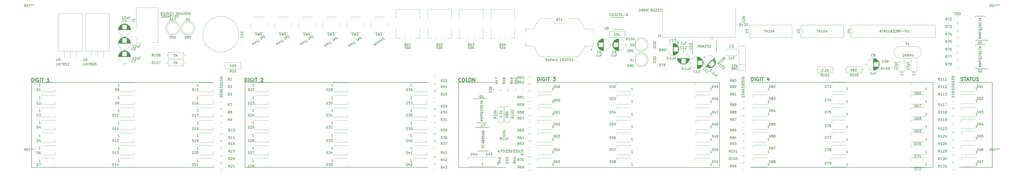
<source format=gto>
G04 #@! TF.FileFunction,Legend,Top*
%FSLAX46Y46*%
G04 Gerber Fmt 4.6, Leading zero omitted, Abs format (unit mm)*
G04 Created by KiCad (PCBNEW 4.0.7) date 05/08/18 23:55:34*
%MOMM*%
%LPD*%
G01*
G04 APERTURE LIST*
%ADD10C,0.100000*%
%ADD11C,0.200000*%
%ADD12C,0.150000*%
%ADD13C,0.300000*%
%ADD14C,0.120000*%
G04 APERTURE END LIST*
D10*
D11*
X203000000Y-202000000D02*
X218000000Y-202000000D01*
D12*
X276391666Y-185602619D02*
X276725000Y-186078810D01*
X276963095Y-185602619D02*
X276963095Y-186602619D01*
X276582142Y-186602619D01*
X276486904Y-186555000D01*
X276439285Y-186507381D01*
X276391666Y-186412143D01*
X276391666Y-186269286D01*
X276439285Y-186174048D01*
X276486904Y-186126429D01*
X276582142Y-186078810D01*
X276963095Y-186078810D01*
X276058333Y-186602619D02*
X275391666Y-185602619D01*
X275391666Y-186602619D02*
X276058333Y-185602619D01*
X276986905Y-192952619D02*
X276415476Y-192952619D01*
X276701191Y-191952619D02*
X276701191Y-192952619D01*
X276177381Y-192952619D02*
X275510714Y-191952619D01*
X275510714Y-192952619D02*
X276177381Y-191952619D01*
X89090476Y-175807619D02*
X89566667Y-175807619D01*
X89614286Y-175331429D01*
X89566667Y-175379048D01*
X89471429Y-175426667D01*
X89233333Y-175426667D01*
X89138095Y-175379048D01*
X89090476Y-175331429D01*
X89042857Y-175236190D01*
X89042857Y-174998095D01*
X89090476Y-174902857D01*
X89138095Y-174855238D01*
X89233333Y-174807619D01*
X89471429Y-174807619D01*
X89566667Y-174855238D01*
X89614286Y-174902857D01*
X88757143Y-175807619D02*
X88423810Y-174807619D01*
X88090476Y-175807619D01*
X83169047Y-174807619D02*
X83740476Y-174807619D01*
X83454762Y-174807619D02*
X83454762Y-175807619D01*
X83550000Y-175664762D01*
X83645238Y-175569524D01*
X83740476Y-175521905D01*
X82788095Y-175712381D02*
X82740476Y-175760000D01*
X82645238Y-175807619D01*
X82407142Y-175807619D01*
X82311904Y-175760000D01*
X82264285Y-175712381D01*
X82216666Y-175617143D01*
X82216666Y-175521905D01*
X82264285Y-175379048D01*
X82835714Y-174807619D01*
X82216666Y-174807619D01*
X81930952Y-175807619D02*
X81597619Y-174807619D01*
X81264285Y-175807619D01*
X45458334Y-194762381D02*
X44982143Y-194762381D01*
X44982143Y-193762381D01*
X45791667Y-194762381D02*
X45791667Y-193762381D01*
X46125001Y-194476667D01*
X46458334Y-193762381D01*
X46458334Y-194762381D01*
X46839286Y-193762381D02*
X47505953Y-193762381D01*
X47077381Y-194762381D01*
X48029762Y-194190952D02*
X47934524Y-194143333D01*
X47886905Y-194095714D01*
X47839286Y-194000476D01*
X47839286Y-193952857D01*
X47886905Y-193857619D01*
X47934524Y-193810000D01*
X48029762Y-193762381D01*
X48220239Y-193762381D01*
X48315477Y-193810000D01*
X48363096Y-193857619D01*
X48410715Y-193952857D01*
X48410715Y-194000476D01*
X48363096Y-194095714D01*
X48315477Y-194143333D01*
X48220239Y-194190952D01*
X48029762Y-194190952D01*
X47934524Y-194238571D01*
X47886905Y-194286190D01*
X47839286Y-194381429D01*
X47839286Y-194571905D01*
X47886905Y-194667143D01*
X47934524Y-194714762D01*
X48029762Y-194762381D01*
X48220239Y-194762381D01*
X48315477Y-194714762D01*
X48363096Y-194667143D01*
X48410715Y-194571905D01*
X48410715Y-194381429D01*
X48363096Y-194286190D01*
X48315477Y-194238571D01*
X48220239Y-194190952D01*
X49029762Y-193762381D02*
X49125001Y-193762381D01*
X49220239Y-193810000D01*
X49267858Y-193857619D01*
X49315477Y-193952857D01*
X49363096Y-194143333D01*
X49363096Y-194381429D01*
X49315477Y-194571905D01*
X49267858Y-194667143D01*
X49220239Y-194714762D01*
X49125001Y-194762381D01*
X49029762Y-194762381D01*
X48934524Y-194714762D01*
X48886905Y-194667143D01*
X48839286Y-194571905D01*
X48791667Y-194381429D01*
X48791667Y-194143333D01*
X48839286Y-193952857D01*
X48886905Y-193857619D01*
X48934524Y-193810000D01*
X49029762Y-193762381D01*
X50267858Y-193762381D02*
X49791667Y-193762381D01*
X49744048Y-194238571D01*
X49791667Y-194190952D01*
X49886905Y-194143333D01*
X50125001Y-194143333D01*
X50220239Y-194190952D01*
X50267858Y-194238571D01*
X50315477Y-194333810D01*
X50315477Y-194571905D01*
X50267858Y-194667143D01*
X50220239Y-194714762D01*
X50125001Y-194762381D01*
X49886905Y-194762381D01*
X49791667Y-194714762D01*
X49744048Y-194667143D01*
X34028334Y-194762381D02*
X33552143Y-194762381D01*
X33552143Y-193762381D01*
X34361667Y-194762381D02*
X34361667Y-193762381D01*
X34695001Y-194476667D01*
X35028334Y-193762381D01*
X35028334Y-194762381D01*
X35409286Y-193762381D02*
X36075953Y-193762381D01*
X35647381Y-194762381D01*
X36599762Y-194190952D02*
X36504524Y-194143333D01*
X36456905Y-194095714D01*
X36409286Y-194000476D01*
X36409286Y-193952857D01*
X36456905Y-193857619D01*
X36504524Y-193810000D01*
X36599762Y-193762381D01*
X36790239Y-193762381D01*
X36885477Y-193810000D01*
X36933096Y-193857619D01*
X36980715Y-193952857D01*
X36980715Y-194000476D01*
X36933096Y-194095714D01*
X36885477Y-194143333D01*
X36790239Y-194190952D01*
X36599762Y-194190952D01*
X36504524Y-194238571D01*
X36456905Y-194286190D01*
X36409286Y-194381429D01*
X36409286Y-194571905D01*
X36456905Y-194667143D01*
X36504524Y-194714762D01*
X36599762Y-194762381D01*
X36790239Y-194762381D01*
X36885477Y-194714762D01*
X36933096Y-194667143D01*
X36980715Y-194571905D01*
X36980715Y-194381429D01*
X36933096Y-194286190D01*
X36885477Y-194238571D01*
X36790239Y-194190952D01*
X37933096Y-194762381D02*
X37361667Y-194762381D01*
X37647381Y-194762381D02*
X37647381Y-193762381D01*
X37552143Y-193905238D01*
X37456905Y-194000476D01*
X37361667Y-194048095D01*
X38314048Y-193857619D02*
X38361667Y-193810000D01*
X38456905Y-193762381D01*
X38695001Y-193762381D01*
X38790239Y-193810000D01*
X38837858Y-193857619D01*
X38885477Y-193952857D01*
X38885477Y-194048095D01*
X38837858Y-194190952D01*
X38266429Y-194762381D01*
X38885477Y-194762381D01*
X90010476Y-172267619D02*
X90010476Y-173267619D01*
X89629523Y-173267619D01*
X89534285Y-173220000D01*
X89486666Y-173172381D01*
X89439047Y-173077143D01*
X89439047Y-172934286D01*
X89486666Y-172839048D01*
X89534285Y-172791429D01*
X89629523Y-172743810D01*
X90010476Y-172743810D01*
X88820000Y-173267619D02*
X88629523Y-173267619D01*
X88534285Y-173220000D01*
X88439047Y-173124762D01*
X88391428Y-172934286D01*
X88391428Y-172600952D01*
X88439047Y-172410476D01*
X88534285Y-172315238D01*
X88629523Y-172267619D01*
X88820000Y-172267619D01*
X88915238Y-172315238D01*
X89010476Y-172410476D01*
X89058095Y-172600952D01*
X89058095Y-172934286D01*
X89010476Y-173124762D01*
X88915238Y-173220000D01*
X88820000Y-173267619D01*
X88010476Y-172315238D02*
X87867619Y-172267619D01*
X87629523Y-172267619D01*
X87534285Y-172315238D01*
X87486666Y-172362857D01*
X87439047Y-172458095D01*
X87439047Y-172553333D01*
X87486666Y-172648571D01*
X87534285Y-172696190D01*
X87629523Y-172743810D01*
X87820000Y-172791429D01*
X87915238Y-172839048D01*
X87962857Y-172886667D01*
X88010476Y-172981905D01*
X88010476Y-173077143D01*
X87962857Y-173172381D01*
X87915238Y-173220000D01*
X87820000Y-173267619D01*
X87581904Y-173267619D01*
X87439047Y-173220000D01*
X87010476Y-172267619D02*
X87010476Y-173267619D01*
X86677143Y-173267619D02*
X86105714Y-173267619D01*
X86391429Y-172267619D02*
X86391429Y-173267619D01*
X85772381Y-172267619D02*
X85772381Y-173267619D01*
X85439048Y-173267619D02*
X85105715Y-172267619D01*
X84772381Y-173267619D01*
X84439048Y-172791429D02*
X84105714Y-172791429D01*
X83962857Y-172267619D02*
X84439048Y-172267619D01*
X84439048Y-173267619D01*
X83962857Y-173267619D01*
X82200952Y-172362857D02*
X82248571Y-172315238D01*
X82391428Y-172267619D01*
X82486666Y-172267619D01*
X82629524Y-172315238D01*
X82724762Y-172410476D01*
X82772381Y-172505714D01*
X82820000Y-172696190D01*
X82820000Y-172839048D01*
X82772381Y-173029524D01*
X82724762Y-173124762D01*
X82629524Y-173220000D01*
X82486666Y-173267619D01*
X82391428Y-173267619D01*
X82248571Y-173220000D01*
X82200952Y-173172381D01*
X81772381Y-172791429D02*
X81439047Y-172791429D01*
X81296190Y-172267619D02*
X81772381Y-172267619D01*
X81772381Y-173267619D01*
X81296190Y-173267619D01*
X80867619Y-172267619D02*
X80867619Y-173267619D01*
X80296190Y-172267619D01*
X80296190Y-173267619D01*
X79962857Y-173267619D02*
X79391428Y-173267619D01*
X79677143Y-172267619D02*
X79677143Y-173267619D01*
X79058095Y-172791429D02*
X78724761Y-172791429D01*
X78581904Y-172267619D02*
X79058095Y-172267619D01*
X79058095Y-173267619D01*
X78581904Y-173267619D01*
X77581904Y-172267619D02*
X77915238Y-172743810D01*
X78153333Y-172267619D02*
X78153333Y-173267619D01*
X77772380Y-173267619D01*
X77677142Y-173220000D01*
X77629523Y-173172381D01*
X77581904Y-173077143D01*
X77581904Y-172934286D01*
X77629523Y-172839048D01*
X77677142Y-172791429D01*
X77772380Y-172743810D01*
X78153333Y-172743810D01*
X171341215Y-183033154D02*
X171196880Y-183076086D01*
X171001843Y-183212652D01*
X170951142Y-183306286D01*
X170939448Y-183372606D01*
X170955067Y-183477933D01*
X171009693Y-183555948D01*
X171103327Y-183606649D01*
X171169647Y-183618343D01*
X171274975Y-183602725D01*
X171458318Y-183532479D01*
X171563646Y-183516860D01*
X171629966Y-183528554D01*
X171723599Y-183579255D01*
X171778226Y-183657270D01*
X171793845Y-183762597D01*
X171782151Y-183828917D01*
X171731449Y-183922551D01*
X171536413Y-184059117D01*
X171392078Y-184102049D01*
X170877134Y-184113824D02*
X170494750Y-183567723D01*
X170822508Y-184035810D02*
X170810814Y-184102130D01*
X170760113Y-184195764D01*
X170643090Y-184277704D01*
X170537763Y-184293323D01*
X170444129Y-184242622D01*
X170143684Y-183813542D01*
X169636591Y-184168612D02*
X169741918Y-184152993D01*
X169808238Y-184164687D01*
X169901872Y-184215389D01*
X170065751Y-184449433D01*
X170081370Y-184554760D01*
X170069676Y-184621081D01*
X170018975Y-184714714D01*
X169901953Y-184796654D01*
X169796625Y-184812273D01*
X169730305Y-184800579D01*
X169636671Y-184749878D01*
X169472792Y-184515834D01*
X169457173Y-184410506D01*
X169468867Y-184344186D01*
X169519568Y-184250552D01*
X169636591Y-184168612D01*
X168895453Y-184687563D02*
X169000780Y-184671943D01*
X169067101Y-184683638D01*
X169160734Y-184734339D01*
X169324614Y-184968383D01*
X169340233Y-185073710D01*
X169328539Y-185140031D01*
X169277837Y-185233664D01*
X169160815Y-185315604D01*
X169055487Y-185331223D01*
X168989167Y-185319529D01*
X168895534Y-185268828D01*
X168731654Y-185034784D01*
X168716035Y-184929456D01*
X168727729Y-184863136D01*
X168778430Y-184769503D01*
X168895453Y-184687563D01*
X168731736Y-185616049D02*
X168302656Y-185916494D01*
X168349351Y-185069947D01*
X167920271Y-185370392D01*
X167323468Y-185846410D02*
X167374170Y-185752777D01*
X167530199Y-185643523D01*
X167635527Y-185627904D01*
X167729160Y-185678606D01*
X167947666Y-185990664D01*
X167963285Y-186095992D01*
X167912584Y-186189625D01*
X167756554Y-186298878D01*
X167651227Y-186314497D01*
X167557593Y-186263796D01*
X167502966Y-186185781D01*
X167838413Y-185834634D01*
X161688309Y-182678083D02*
X161543974Y-182721015D01*
X161348937Y-182857581D01*
X161298236Y-182951215D01*
X161286542Y-183017535D01*
X161302161Y-183122863D01*
X161356787Y-183200877D01*
X161450421Y-183251578D01*
X161516741Y-183263272D01*
X161622069Y-183247654D01*
X161805412Y-183177408D01*
X161910739Y-183161789D01*
X161977060Y-183173483D01*
X162070693Y-183224184D01*
X162125319Y-183302199D01*
X162140938Y-183407526D01*
X162129244Y-183473847D01*
X162078543Y-183567480D01*
X161883506Y-183704046D01*
X161739172Y-183746979D01*
X160557098Y-183470165D02*
X160607799Y-183376531D01*
X160763829Y-183267278D01*
X160869157Y-183251659D01*
X160962790Y-183302361D01*
X161181296Y-183614419D01*
X161196915Y-183719746D01*
X161146213Y-183813380D01*
X160990184Y-183922633D01*
X160884856Y-183938252D01*
X160791223Y-183887551D01*
X160736596Y-183809536D01*
X161072043Y-183458389D01*
X160639119Y-184168451D02*
X160327061Y-184386956D01*
X160713289Y-184523441D02*
X160221652Y-183821311D01*
X160128019Y-183770609D01*
X160022691Y-183786228D01*
X159944677Y-183840855D01*
X159738108Y-185206271D02*
X159270021Y-185534029D01*
X158930488Y-184550997D02*
X159504065Y-185370149D01*
X158423394Y-184906069D02*
X158805778Y-185452170D01*
X158996970Y-185725221D02*
X159008664Y-185658900D01*
X158942344Y-185647206D01*
X158930650Y-185713527D01*
X158996970Y-185725221D01*
X158942344Y-185647206D01*
X158033322Y-185179200D02*
X158415706Y-185725302D01*
X158361080Y-185647287D02*
X158349386Y-185713608D01*
X158298685Y-185807241D01*
X158181662Y-185889181D01*
X158076335Y-185904800D01*
X157982701Y-185854099D01*
X157682256Y-185425019D01*
X157982701Y-185854099D02*
X157998320Y-185959427D01*
X157947619Y-186053060D01*
X157830597Y-186134999D01*
X157725270Y-186150618D01*
X157631636Y-186099917D01*
X157331191Y-185670837D01*
X156656374Y-186201481D02*
X156707075Y-186107848D01*
X156863105Y-185998595D01*
X156968432Y-185982976D01*
X157062066Y-186033677D01*
X157280571Y-186345735D01*
X157296191Y-186451063D01*
X157245489Y-186544696D01*
X157089460Y-186653950D01*
X156984132Y-186669569D01*
X156890499Y-186618867D01*
X156835872Y-186540852D01*
X157171318Y-186189706D01*
X151528309Y-182678083D02*
X151383974Y-182721015D01*
X151188937Y-182857581D01*
X151138236Y-182951215D01*
X151126542Y-183017535D01*
X151142161Y-183122863D01*
X151196787Y-183200877D01*
X151290421Y-183251578D01*
X151356741Y-183263272D01*
X151462069Y-183247654D01*
X151645412Y-183177408D01*
X151750739Y-183161789D01*
X151817060Y-183173483D01*
X151910693Y-183224184D01*
X151965319Y-183302199D01*
X151980938Y-183407526D01*
X151969244Y-183473847D01*
X151918543Y-183567480D01*
X151723506Y-183704046D01*
X151579172Y-183746979D01*
X150397098Y-183470165D02*
X150447799Y-183376531D01*
X150603829Y-183267278D01*
X150709157Y-183251659D01*
X150802790Y-183302361D01*
X151021296Y-183614419D01*
X151036915Y-183719746D01*
X150986213Y-183813380D01*
X150830184Y-183922633D01*
X150724856Y-183938252D01*
X150631223Y-183887551D01*
X150576596Y-183809536D01*
X150912043Y-183458389D01*
X150479119Y-184168451D02*
X150167061Y-184386956D01*
X150553289Y-184523441D02*
X150061652Y-183821311D01*
X149968019Y-183770609D01*
X149862691Y-183786228D01*
X149784677Y-183840855D01*
X149578108Y-185206271D02*
X149110021Y-185534029D01*
X148770488Y-184550997D02*
X149344065Y-185370149D01*
X148263394Y-184906069D02*
X148645778Y-185452170D01*
X148836970Y-185725221D02*
X148848664Y-185658900D01*
X148782344Y-185647206D01*
X148770650Y-185713527D01*
X148836970Y-185725221D01*
X148782344Y-185647206D01*
X147873322Y-185179200D02*
X148255706Y-185725302D01*
X148201080Y-185647287D02*
X148189386Y-185713608D01*
X148138685Y-185807241D01*
X148021662Y-185889181D01*
X147916335Y-185904800D01*
X147822701Y-185854099D01*
X147522256Y-185425019D01*
X147822701Y-185854099D02*
X147838320Y-185959427D01*
X147787619Y-186053060D01*
X147670597Y-186134999D01*
X147565270Y-186150618D01*
X147471636Y-186099917D01*
X147171191Y-185670837D01*
X146496374Y-186201481D02*
X146547075Y-186107848D01*
X146703105Y-185998595D01*
X146808432Y-185982976D01*
X146902066Y-186033677D01*
X147120571Y-186345735D01*
X147136191Y-186451063D01*
X147085489Y-186544696D01*
X146929460Y-186653950D01*
X146824132Y-186669569D01*
X146730499Y-186618867D01*
X146675872Y-186540852D01*
X147011318Y-186189706D01*
X141368309Y-182043083D02*
X141223974Y-182086015D01*
X141028937Y-182222581D01*
X140978236Y-182316215D01*
X140966542Y-182382535D01*
X140982161Y-182487863D01*
X141036787Y-182565877D01*
X141130421Y-182616578D01*
X141196741Y-182628272D01*
X141302069Y-182612654D01*
X141485412Y-182542408D01*
X141590739Y-182526789D01*
X141657060Y-182538483D01*
X141750693Y-182589184D01*
X141805319Y-182667199D01*
X141820938Y-182772526D01*
X141809244Y-182838847D01*
X141758543Y-182932480D01*
X141563506Y-183069046D01*
X141419172Y-183111979D01*
X140237098Y-182835165D02*
X140287799Y-182741531D01*
X140443829Y-182632278D01*
X140549157Y-182616659D01*
X140642790Y-182667361D01*
X140861296Y-182979419D01*
X140876915Y-183084746D01*
X140826213Y-183178380D01*
X140670184Y-183287633D01*
X140564856Y-183303252D01*
X140471223Y-183252551D01*
X140416596Y-183174536D01*
X140752043Y-182823389D01*
X140319119Y-183533451D02*
X140007061Y-183751956D01*
X140393289Y-183888441D02*
X139901652Y-183186311D01*
X139808019Y-183135609D01*
X139702691Y-183151228D01*
X139624677Y-183205855D01*
X139418108Y-184571271D02*
X138950021Y-184899029D01*
X138610488Y-183915997D02*
X139184065Y-184735149D01*
X138103394Y-184271069D02*
X138485778Y-184817170D01*
X138676970Y-185090221D02*
X138688664Y-185023900D01*
X138622344Y-185012206D01*
X138610650Y-185078527D01*
X138676970Y-185090221D01*
X138622344Y-185012206D01*
X137713322Y-184544200D02*
X138095706Y-185090302D01*
X138041080Y-185012287D02*
X138029386Y-185078608D01*
X137978685Y-185172241D01*
X137861662Y-185254181D01*
X137756335Y-185269800D01*
X137662701Y-185219099D01*
X137362256Y-184790019D01*
X137662701Y-185219099D02*
X137678320Y-185324427D01*
X137627619Y-185418060D01*
X137510597Y-185499999D01*
X137405270Y-185515618D01*
X137311636Y-185464917D01*
X137011191Y-185035837D01*
X136336374Y-185566481D02*
X136387075Y-185472848D01*
X136543105Y-185363595D01*
X136648432Y-185347976D01*
X136742066Y-185398677D01*
X136960571Y-185710735D01*
X136976191Y-185816063D01*
X136925489Y-185909696D01*
X136769460Y-186018950D01*
X136664132Y-186034569D01*
X136570499Y-185983867D01*
X136515872Y-185905852D01*
X136851318Y-185554706D01*
X131208309Y-182043083D02*
X131063974Y-182086015D01*
X130868937Y-182222581D01*
X130818236Y-182316215D01*
X130806542Y-182382535D01*
X130822161Y-182487863D01*
X130876787Y-182565877D01*
X130970421Y-182616578D01*
X131036741Y-182628272D01*
X131142069Y-182612654D01*
X131325412Y-182542408D01*
X131430739Y-182526789D01*
X131497060Y-182538483D01*
X131590693Y-182589184D01*
X131645319Y-182667199D01*
X131660938Y-182772526D01*
X131649244Y-182838847D01*
X131598543Y-182932480D01*
X131403506Y-183069046D01*
X131259172Y-183111979D01*
X130077098Y-182835165D02*
X130127799Y-182741531D01*
X130283829Y-182632278D01*
X130389157Y-182616659D01*
X130482790Y-182667361D01*
X130701296Y-182979419D01*
X130716915Y-183084746D01*
X130666213Y-183178380D01*
X130510184Y-183287633D01*
X130404856Y-183303252D01*
X130311223Y-183252551D01*
X130256596Y-183174536D01*
X130592043Y-182823389D01*
X130159119Y-183533451D02*
X129847061Y-183751956D01*
X130233289Y-183888441D02*
X129741652Y-183186311D01*
X129648019Y-183135609D01*
X129542691Y-183151228D01*
X129464677Y-183205855D01*
X129258108Y-184571271D02*
X128790021Y-184899029D01*
X128450488Y-183915997D02*
X129024065Y-184735149D01*
X127943394Y-184271069D02*
X128325778Y-184817170D01*
X128516970Y-185090221D02*
X128528664Y-185023900D01*
X128462344Y-185012206D01*
X128450650Y-185078527D01*
X128516970Y-185090221D01*
X128462344Y-185012206D01*
X127553322Y-184544200D02*
X127935706Y-185090302D01*
X127881080Y-185012287D02*
X127869386Y-185078608D01*
X127818685Y-185172241D01*
X127701662Y-185254181D01*
X127596335Y-185269800D01*
X127502701Y-185219099D01*
X127202256Y-184790019D01*
X127502701Y-185219099D02*
X127518320Y-185324427D01*
X127467619Y-185418060D01*
X127350597Y-185499999D01*
X127245270Y-185515618D01*
X127151636Y-185464917D01*
X126851191Y-185035837D01*
X126176374Y-185566481D02*
X126227075Y-185472848D01*
X126383105Y-185363595D01*
X126488432Y-185347976D01*
X126582066Y-185398677D01*
X126800571Y-185710735D01*
X126816191Y-185816063D01*
X126765489Y-185909696D01*
X126609460Y-186018950D01*
X126504132Y-186034569D01*
X126410499Y-185983867D01*
X126355872Y-185905852D01*
X126691318Y-185554706D01*
X121048309Y-182043083D02*
X120903974Y-182086015D01*
X120708937Y-182222581D01*
X120658236Y-182316215D01*
X120646542Y-182382535D01*
X120662161Y-182487863D01*
X120716787Y-182565877D01*
X120810421Y-182616578D01*
X120876741Y-182628272D01*
X120982069Y-182612654D01*
X121165412Y-182542408D01*
X121270739Y-182526789D01*
X121337060Y-182538483D01*
X121430693Y-182589184D01*
X121485319Y-182667199D01*
X121500938Y-182772526D01*
X121489244Y-182838847D01*
X121438543Y-182932480D01*
X121243506Y-183069046D01*
X121099172Y-183111979D01*
X119917098Y-182835165D02*
X119967799Y-182741531D01*
X120123829Y-182632278D01*
X120229157Y-182616659D01*
X120322790Y-182667361D01*
X120541296Y-182979419D01*
X120556915Y-183084746D01*
X120506213Y-183178380D01*
X120350184Y-183287633D01*
X120244856Y-183303252D01*
X120151223Y-183252551D01*
X120096596Y-183174536D01*
X120432043Y-182823389D01*
X119999119Y-183533451D02*
X119687061Y-183751956D01*
X120073289Y-183888441D02*
X119581652Y-183186311D01*
X119488019Y-183135609D01*
X119382691Y-183151228D01*
X119304677Y-183205855D01*
X119098108Y-184571271D02*
X118630021Y-184899029D01*
X118290488Y-183915997D02*
X118864065Y-184735149D01*
X117783394Y-184271069D02*
X118165778Y-184817170D01*
X118356970Y-185090221D02*
X118368664Y-185023900D01*
X118302344Y-185012206D01*
X118290650Y-185078527D01*
X118356970Y-185090221D01*
X118302344Y-185012206D01*
X117393322Y-184544200D02*
X117775706Y-185090302D01*
X117721080Y-185012287D02*
X117709386Y-185078608D01*
X117658685Y-185172241D01*
X117541662Y-185254181D01*
X117436335Y-185269800D01*
X117342701Y-185219099D01*
X117042256Y-184790019D01*
X117342701Y-185219099D02*
X117358320Y-185324427D01*
X117307619Y-185418060D01*
X117190597Y-185499999D01*
X117085270Y-185515618D01*
X116991636Y-185464917D01*
X116691191Y-185035837D01*
X116016374Y-185566481D02*
X116067075Y-185472848D01*
X116223105Y-185363595D01*
X116328432Y-185347976D01*
X116422066Y-185398677D01*
X116640571Y-185710735D01*
X116656191Y-185816063D01*
X116605489Y-185909696D01*
X116449460Y-186018950D01*
X116344132Y-186034569D01*
X116250499Y-185983867D01*
X116195872Y-185905852D01*
X116531318Y-185554706D01*
X84470476Y-173537619D02*
X85041905Y-173537619D01*
X84756191Y-173537619D02*
X84756191Y-174537619D01*
X84851429Y-174394762D01*
X84946667Y-174299524D01*
X85041905Y-174251905D01*
X83613333Y-174537619D02*
X83803810Y-174537619D01*
X83899048Y-174490000D01*
X83946667Y-174442381D01*
X84041905Y-174299524D01*
X84089524Y-174109048D01*
X84089524Y-173728095D01*
X84041905Y-173632857D01*
X83994286Y-173585238D01*
X83899048Y-173537619D01*
X83708571Y-173537619D01*
X83613333Y-173585238D01*
X83565714Y-173632857D01*
X83518095Y-173728095D01*
X83518095Y-173966190D01*
X83565714Y-174061429D01*
X83613333Y-174109048D01*
X83708571Y-174156667D01*
X83899048Y-174156667D01*
X83994286Y-174109048D01*
X84041905Y-174061429D01*
X84089524Y-173966190D01*
X83089524Y-173918571D02*
X82327619Y-173918571D01*
X81899048Y-174442381D02*
X81851429Y-174490000D01*
X81756191Y-174537619D01*
X81518095Y-174537619D01*
X81422857Y-174490000D01*
X81375238Y-174442381D01*
X81327619Y-174347143D01*
X81327619Y-174251905D01*
X81375238Y-174109048D01*
X81946667Y-173537619D01*
X81327619Y-173537619D01*
X80470476Y-174204286D02*
X80470476Y-173537619D01*
X80708572Y-174585238D02*
X80946667Y-173870952D01*
X80327619Y-173870952D01*
X80089524Y-174537619D02*
X79756191Y-173537619D01*
X79422857Y-174537619D01*
X79089524Y-173537619D02*
X79089524Y-174537619D01*
X78851429Y-174537619D01*
X78708571Y-174490000D01*
X78613333Y-174394762D01*
X78565714Y-174299524D01*
X78518095Y-174109048D01*
X78518095Y-173966190D01*
X78565714Y-173775714D01*
X78613333Y-173680476D01*
X78708571Y-173585238D01*
X78851429Y-173537619D01*
X79089524Y-173537619D01*
X77518095Y-173632857D02*
X77565714Y-173585238D01*
X77708571Y-173537619D01*
X77803809Y-173537619D01*
X77946667Y-173585238D01*
X78041905Y-173680476D01*
X78089524Y-173775714D01*
X78137143Y-173966190D01*
X78137143Y-174109048D01*
X78089524Y-174299524D01*
X78041905Y-174394762D01*
X77946667Y-174490000D01*
X77803809Y-174537619D01*
X77708571Y-174537619D01*
X77565714Y-174490000D01*
X77518095Y-174442381D01*
D11*
X23000000Y-238000000D02*
X100000000Y-238000000D01*
X100000000Y-202000000D02*
X23000000Y-202000000D01*
X113000000Y-202000000D02*
X190000000Y-202000000D01*
X190000000Y-238000000D02*
X113000000Y-238000000D01*
X236000000Y-238000000D02*
X313000000Y-238000000D01*
X313000000Y-202000000D02*
X236000000Y-202000000D01*
X326000000Y-238000000D02*
X403000000Y-238000000D01*
X403000000Y-202000000D02*
X326000000Y-202000000D01*
X428000000Y-202000000D02*
X414000000Y-202000000D01*
X428000000Y-238000000D02*
X414000000Y-238000000D01*
D12*
X258699048Y-188031429D02*
X259460953Y-188031429D01*
X259080001Y-188412381D02*
X259080001Y-187650476D01*
D13*
X414750715Y-201267143D02*
X414965001Y-201338571D01*
X415322144Y-201338571D01*
X415465001Y-201267143D01*
X415536430Y-201195714D01*
X415607858Y-201052857D01*
X415607858Y-200910000D01*
X415536430Y-200767143D01*
X415465001Y-200695714D01*
X415322144Y-200624286D01*
X415036430Y-200552857D01*
X414893572Y-200481429D01*
X414822144Y-200410000D01*
X414750715Y-200267143D01*
X414750715Y-200124286D01*
X414822144Y-199981429D01*
X414893572Y-199910000D01*
X415036430Y-199838571D01*
X415393572Y-199838571D01*
X415607858Y-199910000D01*
X416036429Y-199838571D02*
X416893572Y-199838571D01*
X416465001Y-201338571D02*
X416465001Y-199838571D01*
X417322143Y-200910000D02*
X418036429Y-200910000D01*
X417179286Y-201338571D02*
X417679286Y-199838571D01*
X418179286Y-201338571D01*
X418465000Y-199838571D02*
X419322143Y-199838571D01*
X418893572Y-201338571D02*
X418893572Y-199838571D01*
X419822143Y-199838571D02*
X419822143Y-201052857D01*
X419893571Y-201195714D01*
X419965000Y-201267143D01*
X420107857Y-201338571D01*
X420393571Y-201338571D01*
X420536429Y-201267143D01*
X420607857Y-201195714D01*
X420679286Y-201052857D01*
X420679286Y-199838571D01*
X421322143Y-201267143D02*
X421536429Y-201338571D01*
X421893572Y-201338571D01*
X422036429Y-201267143D01*
X422107858Y-201195714D01*
X422179286Y-201052857D01*
X422179286Y-200910000D01*
X422107858Y-200767143D01*
X422036429Y-200695714D01*
X421893572Y-200624286D01*
X421607858Y-200552857D01*
X421465000Y-200481429D01*
X421393572Y-200410000D01*
X421322143Y-200267143D01*
X421322143Y-200124286D01*
X421393572Y-199981429D01*
X421465000Y-199910000D01*
X421607858Y-199838571D01*
X421965000Y-199838571D01*
X422179286Y-199910000D01*
X204000000Y-201535714D02*
X203928571Y-201607143D01*
X203714285Y-201678571D01*
X203571428Y-201678571D01*
X203357143Y-201607143D01*
X203214285Y-201464286D01*
X203142857Y-201321429D01*
X203071428Y-201035714D01*
X203071428Y-200821429D01*
X203142857Y-200535714D01*
X203214285Y-200392857D01*
X203357143Y-200250000D01*
X203571428Y-200178571D01*
X203714285Y-200178571D01*
X203928571Y-200250000D01*
X204000000Y-200321429D01*
X204928571Y-200178571D02*
X205214285Y-200178571D01*
X205357143Y-200250000D01*
X205500000Y-200392857D01*
X205571428Y-200678571D01*
X205571428Y-201178571D01*
X205500000Y-201464286D01*
X205357143Y-201607143D01*
X205214285Y-201678571D01*
X204928571Y-201678571D01*
X204785714Y-201607143D01*
X204642857Y-201464286D01*
X204571428Y-201178571D01*
X204571428Y-200678571D01*
X204642857Y-200392857D01*
X204785714Y-200250000D01*
X204928571Y-200178571D01*
X206928572Y-201678571D02*
X206214286Y-201678571D01*
X206214286Y-200178571D01*
X207714286Y-200178571D02*
X208000000Y-200178571D01*
X208142858Y-200250000D01*
X208285715Y-200392857D01*
X208357143Y-200678571D01*
X208357143Y-201178571D01*
X208285715Y-201464286D01*
X208142858Y-201607143D01*
X208000000Y-201678571D01*
X207714286Y-201678571D01*
X207571429Y-201607143D01*
X207428572Y-201464286D01*
X207357143Y-201178571D01*
X207357143Y-200678571D01*
X207428572Y-200392857D01*
X207571429Y-200250000D01*
X207714286Y-200178571D01*
X209000001Y-201678571D02*
X209000001Y-200178571D01*
X209857144Y-201678571D01*
X209857144Y-200178571D01*
D11*
X428000000Y-238000000D02*
X428000000Y-202000000D01*
X313000000Y-238000000D02*
X313000000Y-202000000D01*
X203000000Y-202000000D02*
X203000000Y-238000000D01*
D13*
X326485715Y-201338571D02*
X326485715Y-199838571D01*
X326842858Y-199838571D01*
X327057143Y-199910000D01*
X327200001Y-200052857D01*
X327271429Y-200195714D01*
X327342858Y-200481429D01*
X327342858Y-200695714D01*
X327271429Y-200981429D01*
X327200001Y-201124286D01*
X327057143Y-201267143D01*
X326842858Y-201338571D01*
X326485715Y-201338571D01*
X327985715Y-201338571D02*
X327985715Y-199838571D01*
X329485715Y-199910000D02*
X329342858Y-199838571D01*
X329128572Y-199838571D01*
X328914287Y-199910000D01*
X328771429Y-200052857D01*
X328700001Y-200195714D01*
X328628572Y-200481429D01*
X328628572Y-200695714D01*
X328700001Y-200981429D01*
X328771429Y-201124286D01*
X328914287Y-201267143D01*
X329128572Y-201338571D01*
X329271429Y-201338571D01*
X329485715Y-201267143D01*
X329557144Y-201195714D01*
X329557144Y-200695714D01*
X329271429Y-200695714D01*
X330200001Y-201338571D02*
X330200001Y-199838571D01*
X330700001Y-199838571D02*
X331557144Y-199838571D01*
X331128573Y-201338571D02*
X331128573Y-199838571D01*
X333842858Y-200338571D02*
X333842858Y-201338571D01*
X333485715Y-199767143D02*
X333128572Y-200838571D01*
X334057144Y-200838571D01*
D11*
X403000000Y-202000000D02*
X403000000Y-238000000D01*
D13*
X236315715Y-201338571D02*
X236315715Y-199838571D01*
X236672858Y-199838571D01*
X236887143Y-199910000D01*
X237030001Y-200052857D01*
X237101429Y-200195714D01*
X237172858Y-200481429D01*
X237172858Y-200695714D01*
X237101429Y-200981429D01*
X237030001Y-201124286D01*
X236887143Y-201267143D01*
X236672858Y-201338571D01*
X236315715Y-201338571D01*
X237815715Y-201338571D02*
X237815715Y-199838571D01*
X239315715Y-199910000D02*
X239172858Y-199838571D01*
X238958572Y-199838571D01*
X238744287Y-199910000D01*
X238601429Y-200052857D01*
X238530001Y-200195714D01*
X238458572Y-200481429D01*
X238458572Y-200695714D01*
X238530001Y-200981429D01*
X238601429Y-201124286D01*
X238744287Y-201267143D01*
X238958572Y-201338571D01*
X239101429Y-201338571D01*
X239315715Y-201267143D01*
X239387144Y-201195714D01*
X239387144Y-200695714D01*
X239101429Y-200695714D01*
X240030001Y-201338571D02*
X240030001Y-199838571D01*
X240530001Y-199838571D02*
X241387144Y-199838571D01*
X240958573Y-201338571D02*
X240958573Y-199838571D01*
X242887144Y-199838571D02*
X243815715Y-199838571D01*
X243315715Y-200410000D01*
X243530001Y-200410000D01*
X243672858Y-200481429D01*
X243744287Y-200552857D01*
X243815715Y-200695714D01*
X243815715Y-201052857D01*
X243744287Y-201195714D01*
X243672858Y-201267143D01*
X243530001Y-201338571D01*
X243101429Y-201338571D01*
X242958572Y-201267143D01*
X242887144Y-201195714D01*
D11*
X223000000Y-238000000D02*
X203000000Y-238000000D01*
X113000000Y-238000000D02*
X113000000Y-202000000D01*
D13*
X113035715Y-201678571D02*
X113035715Y-200178571D01*
X113392858Y-200178571D01*
X113607143Y-200250000D01*
X113750001Y-200392857D01*
X113821429Y-200535714D01*
X113892858Y-200821429D01*
X113892858Y-201035714D01*
X113821429Y-201321429D01*
X113750001Y-201464286D01*
X113607143Y-201607143D01*
X113392858Y-201678571D01*
X113035715Y-201678571D01*
X114535715Y-201678571D02*
X114535715Y-200178571D01*
X116035715Y-200250000D02*
X115892858Y-200178571D01*
X115678572Y-200178571D01*
X115464287Y-200250000D01*
X115321429Y-200392857D01*
X115250001Y-200535714D01*
X115178572Y-200821429D01*
X115178572Y-201035714D01*
X115250001Y-201321429D01*
X115321429Y-201464286D01*
X115464287Y-201607143D01*
X115678572Y-201678571D01*
X115821429Y-201678571D01*
X116035715Y-201607143D01*
X116107144Y-201535714D01*
X116107144Y-201035714D01*
X115821429Y-201035714D01*
X116750001Y-201678571D02*
X116750001Y-200178571D01*
X117250001Y-200178571D02*
X118107144Y-200178571D01*
X117678573Y-201678571D02*
X117678573Y-200178571D01*
X119678572Y-200321429D02*
X119750001Y-200250000D01*
X119892858Y-200178571D01*
X120250001Y-200178571D01*
X120392858Y-200250000D01*
X120464287Y-200321429D01*
X120535715Y-200464286D01*
X120535715Y-200607143D01*
X120464287Y-200821429D01*
X119607144Y-201678571D01*
X120535715Y-201678571D01*
X23035715Y-201678571D02*
X23035715Y-200178571D01*
X23392858Y-200178571D01*
X23607143Y-200250000D01*
X23750001Y-200392857D01*
X23821429Y-200535714D01*
X23892858Y-200821429D01*
X23892858Y-201035714D01*
X23821429Y-201321429D01*
X23750001Y-201464286D01*
X23607143Y-201607143D01*
X23392858Y-201678571D01*
X23035715Y-201678571D01*
X24535715Y-201678571D02*
X24535715Y-200178571D01*
X26035715Y-200250000D02*
X25892858Y-200178571D01*
X25678572Y-200178571D01*
X25464287Y-200250000D01*
X25321429Y-200392857D01*
X25250001Y-200535714D01*
X25178572Y-200821429D01*
X25178572Y-201035714D01*
X25250001Y-201321429D01*
X25321429Y-201464286D01*
X25464287Y-201607143D01*
X25678572Y-201678571D01*
X25821429Y-201678571D01*
X26035715Y-201607143D01*
X26107144Y-201535714D01*
X26107144Y-201035714D01*
X25821429Y-201035714D01*
X26750001Y-201678571D02*
X26750001Y-200178571D01*
X27250001Y-200178571D02*
X28107144Y-200178571D01*
X27678573Y-201678571D02*
X27678573Y-200178571D01*
X30535715Y-201678571D02*
X29678572Y-201678571D01*
X30107144Y-201678571D02*
X30107144Y-200178571D01*
X29964287Y-200392857D01*
X29821429Y-200535714D01*
X29678572Y-200607143D01*
D11*
X23000000Y-238000000D02*
X23000000Y-202000000D01*
D14*
X319825000Y-170495000D02*
X319825000Y-182835000D01*
X319825000Y-182835000D02*
X288855000Y-182835000D01*
X288855000Y-182835000D02*
X288855000Y-170495000D01*
X310130000Y-183729338D02*
X309630000Y-183729338D01*
X309630000Y-183729338D02*
X309880000Y-183296325D01*
X309880000Y-183296325D02*
X310130000Y-183729338D01*
X275613600Y-237847682D02*
X269713600Y-237847682D01*
X275613600Y-233947682D02*
X269713600Y-233947682D01*
X269713600Y-233947682D02*
X269713600Y-235022682D01*
X275613600Y-227181016D02*
X269713600Y-227181016D01*
X275613600Y-223281016D02*
X269713600Y-223281016D01*
X269713600Y-223281016D02*
X269713600Y-224356016D01*
X275636100Y-205847682D02*
X269736100Y-205847682D01*
X275636100Y-201947682D02*
X269736100Y-201947682D01*
X269736100Y-201947682D02*
X269736100Y-203022682D01*
X275636100Y-211181017D02*
X269736100Y-211181017D01*
X275636100Y-207281017D02*
X269736100Y-207281017D01*
X269736100Y-207281017D02*
X269736100Y-208356017D01*
D12*
X424985000Y-196210000D02*
X424985000Y-196185000D01*
X420835000Y-196210000D02*
X420835000Y-196105000D01*
X420835000Y-186060000D02*
X420835000Y-186165000D01*
X424985000Y-186060000D02*
X424985000Y-186165000D01*
X424985000Y-196210000D02*
X420835000Y-196210000D01*
X424985000Y-186060000D02*
X420835000Y-186060000D01*
X424985000Y-196185000D02*
X426360000Y-196185000D01*
D14*
X308921100Y-237847682D02*
X303021100Y-237847682D01*
X308921100Y-233947682D02*
X303021100Y-233947682D01*
X303021100Y-233947682D02*
X303021100Y-235022682D01*
X103500000Y-232860000D02*
X102500000Y-232860000D01*
X103500000Y-230140000D02*
X102500000Y-230140000D01*
X103500000Y-235860000D02*
X102500000Y-235860000D01*
X103500000Y-233140000D02*
X102500000Y-233140000D01*
X103500000Y-238860000D02*
X102500000Y-238860000D01*
X103500000Y-236140000D02*
X102500000Y-236140000D01*
X193500000Y-202360000D02*
X192500000Y-202360000D01*
X193500000Y-199640000D02*
X192500000Y-199640000D01*
X193500000Y-205360000D02*
X192500000Y-205360000D01*
X193500000Y-202640000D02*
X192500000Y-202640000D01*
X193500000Y-208360000D02*
X192500000Y-208360000D01*
X193500000Y-205640000D02*
X192500000Y-205640000D01*
X193500000Y-213110000D02*
X192500000Y-213110000D01*
X193500000Y-210390000D02*
X192500000Y-210390000D01*
X193500000Y-216110000D02*
X192500000Y-216110000D01*
X193500000Y-213390000D02*
X192500000Y-213390000D01*
X389130000Y-186705000D02*
X395530000Y-186705000D01*
X389130000Y-191755000D02*
X395530000Y-191755000D01*
X389130000Y-191755000D02*
G75*
G02X389130000Y-186705000I0J2525000D01*
G01*
X395530000Y-191755000D02*
G75*
G03X395530000Y-186705000I0J2525000D01*
G01*
X253345370Y-174888211D02*
G75*
G02X256192000Y-179390000I-7845370J-8111789D01*
G01*
X237654630Y-191111789D02*
G75*
G02X234808000Y-186610000I7845370J8111789D01*
G01*
X237654630Y-174888211D02*
G75*
G03X234808000Y-179390000I7845370J-8111789D01*
G01*
X253345370Y-191111789D02*
G75*
G03X256192000Y-186610000I-7845370J8111789D01*
G01*
X259810000Y-181100000D02*
X259810000Y-179390000D01*
X256192000Y-179390000D02*
X259810000Y-179390000D01*
X249360000Y-174890000D02*
X253347300Y-174890000D01*
X247160000Y-177090000D02*
X249360000Y-174890000D01*
X243840000Y-177090000D02*
X247160000Y-177090000D01*
X243840000Y-177090000D02*
X241640000Y-174890000D01*
X237652700Y-174890000D02*
X241640000Y-174890000D01*
X231190000Y-181100000D02*
X231190000Y-179390000D01*
X231190000Y-179390000D02*
X234808000Y-179390000D01*
X234808000Y-186610000D02*
X231190000Y-186610000D01*
X231190000Y-184900000D02*
X231190000Y-186610000D01*
X253347300Y-191110000D02*
X237652700Y-191110000D01*
X259810000Y-184900000D02*
X259810000Y-186610000D01*
X259810000Y-186610000D02*
X256192000Y-186610000D01*
X391260000Y-192805000D02*
X391260000Y-197045000D01*
X388520000Y-192805000D02*
X388520000Y-197045000D01*
X391260000Y-192805000D02*
X390555000Y-192805000D01*
X389225000Y-192805000D02*
X388520000Y-192805000D01*
X391260000Y-197045000D02*
X390555000Y-197045000D01*
X389225000Y-197045000D02*
X388520000Y-197045000D01*
X396340000Y-192805000D02*
X396340000Y-197045000D01*
X393600000Y-192805000D02*
X393600000Y-197045000D01*
X396340000Y-192805000D02*
X395635000Y-192805000D01*
X394305000Y-192805000D02*
X393600000Y-192805000D01*
X396340000Y-197045000D02*
X395635000Y-197045000D01*
X394305000Y-197045000D02*
X393600000Y-197045000D01*
X67155000Y-179150000D02*
X67155000Y-170350000D01*
X67155000Y-170350000D02*
X76355000Y-170350000D01*
X69855000Y-185050000D02*
X67155000Y-185050000D01*
X67155000Y-185050000D02*
X67155000Y-183150000D01*
X76355000Y-170350000D02*
X76355000Y-185050000D01*
X76355000Y-185050000D02*
X73755000Y-185050000D01*
X103500000Y-202360000D02*
X102500000Y-202360000D01*
X103500000Y-199640000D02*
X102500000Y-199640000D01*
X103500000Y-205360000D02*
X102500000Y-205360000D01*
X103500000Y-202640000D02*
X102500000Y-202640000D01*
X103500000Y-208360000D02*
X102500000Y-208360000D01*
X103500000Y-205640000D02*
X102500000Y-205640000D01*
X103500000Y-213110000D02*
X102500000Y-213110000D01*
X103500000Y-210390000D02*
X102500000Y-210390000D01*
X103500000Y-219110000D02*
X102500000Y-219110000D01*
X103500000Y-216390000D02*
X102500000Y-216390000D01*
X103500000Y-223610000D02*
X102500000Y-223610000D01*
X103500000Y-220890000D02*
X102500000Y-220890000D01*
X103500000Y-226610000D02*
X102500000Y-226610000D01*
X103500000Y-223890000D02*
X102500000Y-223890000D01*
X103500000Y-229610000D02*
X102500000Y-229610000D01*
X103500000Y-226890000D02*
X102500000Y-226890000D01*
X368240000Y-179340000D02*
G75*
G02X368240000Y-181340000I0J-1000000D01*
G01*
X368240000Y-181340000D02*
X368240000Y-182990000D01*
X368240000Y-182990000D02*
X403920000Y-182990000D01*
X403920000Y-182990000D02*
X403920000Y-177690000D01*
X403920000Y-177690000D02*
X368240000Y-177690000D01*
X368240000Y-177690000D02*
X368240000Y-179340000D01*
X82550462Y-176080000D02*
G75*
G03X81005170Y-181630000I-462J-2990000D01*
G01*
X82549538Y-176080000D02*
G75*
G02X84094830Y-181630000I462J-2990000D01*
G01*
X85050000Y-179070000D02*
G75*
G03X85050000Y-179070000I-2500000J0D01*
G01*
X81005000Y-181630000D02*
X84095000Y-181630000D01*
D12*
X210650000Y-208920000D02*
X210650000Y-208945000D01*
X214800000Y-208920000D02*
X214800000Y-209025000D01*
X214800000Y-219070000D02*
X214800000Y-218965000D01*
X210650000Y-219070000D02*
X210650000Y-218965000D01*
X210650000Y-208920000D02*
X214800000Y-208920000D01*
X210650000Y-219070000D02*
X214800000Y-219070000D01*
X210650000Y-208945000D02*
X209275000Y-208945000D01*
D14*
X347285000Y-179340000D02*
G75*
G02X347285000Y-181340000I0J-1000000D01*
G01*
X347285000Y-181340000D02*
X347285000Y-182990000D01*
X347285000Y-182990000D02*
X365185000Y-182990000D01*
X365185000Y-182990000D02*
X365185000Y-177690000D01*
X365185000Y-177690000D02*
X347285000Y-177690000D01*
X347285000Y-177690000D02*
X347285000Y-179340000D01*
X167370000Y-180760000D02*
X171870000Y-180760000D01*
X166120000Y-176760000D02*
X166120000Y-178260000D01*
X171870000Y-174260000D02*
X167370000Y-174260000D01*
X173120000Y-178260000D02*
X173120000Y-176760000D01*
X157210000Y-180760000D02*
X161710000Y-180760000D01*
X155960000Y-176760000D02*
X155960000Y-178260000D01*
X161710000Y-174260000D02*
X157210000Y-174260000D01*
X162960000Y-178260000D02*
X162960000Y-176760000D01*
X147050000Y-180760000D02*
X151550000Y-180760000D01*
X145800000Y-176760000D02*
X145800000Y-178260000D01*
X151550000Y-174260000D02*
X147050000Y-174260000D01*
X152800000Y-178260000D02*
X152800000Y-176760000D01*
X136890000Y-180760000D02*
X141390000Y-180760000D01*
X135640000Y-176760000D02*
X135640000Y-178260000D01*
X141390000Y-174260000D02*
X136890000Y-174260000D01*
X142640000Y-178260000D02*
X142640000Y-176760000D01*
X126730000Y-180760000D02*
X131230000Y-180760000D01*
X125480000Y-176760000D02*
X125480000Y-178260000D01*
X131230000Y-174260000D02*
X126730000Y-174260000D01*
X132480000Y-178260000D02*
X132480000Y-176760000D01*
X116570000Y-180760000D02*
X121070000Y-180760000D01*
X115320000Y-176760000D02*
X115320000Y-178260000D01*
X121070000Y-174260000D02*
X116570000Y-174260000D01*
X122320000Y-178260000D02*
X122320000Y-176760000D01*
X176629000Y-183270000D02*
X176629000Y-179333000D01*
X176629000Y-174966000D02*
X176629000Y-171030000D01*
X186670000Y-183270000D02*
X186670000Y-179333000D01*
X186670000Y-174966000D02*
X186670000Y-171030000D01*
X176629000Y-183270000D02*
X178279000Y-183270000D01*
X180021000Y-183270000D02*
X180780000Y-183270000D01*
X182521000Y-183270000D02*
X183280000Y-183270000D01*
X185020000Y-183270000D02*
X186670000Y-183270000D01*
X176629000Y-171030000D02*
X186670000Y-171030000D01*
X110470000Y-181600000D02*
G75*
G03X110470000Y-181600000I-7600000J0D01*
G01*
X315995000Y-187860000D02*
X320235000Y-187860000D01*
X315995000Y-190600000D02*
X320235000Y-190600000D01*
X315995000Y-187860000D02*
X315995000Y-188565000D01*
X315995000Y-189895000D02*
X315995000Y-190600000D01*
X320235000Y-187860000D02*
X320235000Y-188565000D01*
X320235000Y-189895000D02*
X320235000Y-190600000D01*
X27050000Y-202050000D02*
X32950000Y-202050000D01*
X27050000Y-205950000D02*
X32950000Y-205950000D01*
X32950000Y-205950000D02*
X32950000Y-204875000D01*
X27050000Y-207383333D02*
X32950000Y-207383333D01*
X27050000Y-211283333D02*
X32950000Y-211283333D01*
X32950000Y-211283333D02*
X32950000Y-210208333D01*
X27050000Y-212716666D02*
X32950000Y-212716666D01*
X27050000Y-216616666D02*
X32950000Y-216616666D01*
X32950000Y-216616666D02*
X32950000Y-215541666D01*
X27116000Y-218014000D02*
X33016000Y-218014000D01*
X27116000Y-221914000D02*
X33016000Y-221914000D01*
X33016000Y-221914000D02*
X33016000Y-220839000D01*
X27050000Y-223383332D02*
X32950000Y-223383332D01*
X27050000Y-227283332D02*
X32950000Y-227283332D01*
X32950000Y-227283332D02*
X32950000Y-226208332D01*
X27050000Y-228716665D02*
X32950000Y-228716665D01*
X27050000Y-232616665D02*
X32950000Y-232616665D01*
X32950000Y-232616665D02*
X32950000Y-231541665D01*
X27050000Y-234050000D02*
X32950000Y-234050000D01*
X27050000Y-237950000D02*
X32950000Y-237950000D01*
X32950000Y-237950000D02*
X32950000Y-236875000D01*
X60369250Y-202088000D02*
X66269250Y-202088000D01*
X60369250Y-205988000D02*
X66269250Y-205988000D01*
X66269250Y-205988000D02*
X66269250Y-204913000D01*
X60369250Y-207421333D02*
X66269250Y-207421333D01*
X60369250Y-211321333D02*
X66269250Y-211321333D01*
X66269250Y-211321333D02*
X66269250Y-210246333D01*
X60357500Y-212718000D02*
X66257500Y-212718000D01*
X60357500Y-216618000D02*
X66257500Y-216618000D01*
X66257500Y-216618000D02*
X66257500Y-215543000D01*
X60369250Y-218087999D02*
X66269250Y-218087999D01*
X60369250Y-221987999D02*
X66269250Y-221987999D01*
X66269250Y-221987999D02*
X66269250Y-220912999D01*
X60358000Y-223421332D02*
X66258000Y-223421332D01*
X60358000Y-227321332D02*
X66258000Y-227321332D01*
X66258000Y-227321332D02*
X66258000Y-226246332D01*
X60358000Y-228754665D02*
X66258000Y-228754665D01*
X60358000Y-232654665D02*
X66258000Y-232654665D01*
X66258000Y-232654665D02*
X66258000Y-231579665D01*
X60358000Y-234088000D02*
X66258000Y-234088000D01*
X60358000Y-237988000D02*
X66258000Y-237988000D01*
X66258000Y-237988000D02*
X66258000Y-236913000D01*
X93665000Y-202050000D02*
X99565000Y-202050000D01*
X93665000Y-205950000D02*
X99565000Y-205950000D01*
X99565000Y-205950000D02*
X99565000Y-204875000D01*
X93665000Y-207383333D02*
X99565000Y-207383333D01*
X93665000Y-211283333D02*
X99565000Y-211283333D01*
X99565000Y-211283333D02*
X99565000Y-210208333D01*
X93665000Y-212716666D02*
X99565000Y-212716666D01*
X93665000Y-216616666D02*
X99565000Y-216616666D01*
X99565000Y-216616666D02*
X99565000Y-215541666D01*
X93665000Y-218049999D02*
X99565000Y-218049999D01*
X93665000Y-221949999D02*
X99565000Y-221949999D01*
X99565000Y-221949999D02*
X99565000Y-220874999D01*
X93620000Y-223383332D02*
X99520000Y-223383332D01*
X93620000Y-227283332D02*
X99520000Y-227283332D01*
X99520000Y-227283332D02*
X99520000Y-226208332D01*
X93620000Y-228716665D02*
X99520000Y-228716665D01*
X93620000Y-232616665D02*
X99520000Y-232616665D01*
X99520000Y-232616665D02*
X99520000Y-231541665D01*
X93620000Y-234050000D02*
X99520000Y-234050000D01*
X93620000Y-237950000D02*
X99520000Y-237950000D01*
X99520000Y-237950000D02*
X99520000Y-236875000D01*
X117050000Y-202050000D02*
X122950000Y-202050000D01*
X117050000Y-205950000D02*
X122950000Y-205950000D01*
X122950000Y-205950000D02*
X122950000Y-204875000D01*
X117050000Y-207383333D02*
X122950000Y-207383333D01*
X117050000Y-211283333D02*
X122950000Y-211283333D01*
X122950000Y-211283333D02*
X122950000Y-210208333D01*
X117050000Y-212716666D02*
X122950000Y-212716666D01*
X117050000Y-216616666D02*
X122950000Y-216616666D01*
X122950000Y-216616666D02*
X122950000Y-215541666D01*
X117050000Y-218049999D02*
X122950000Y-218049999D01*
X117050000Y-221949999D02*
X122950000Y-221949999D01*
X122950000Y-221949999D02*
X122950000Y-220874999D01*
X117004000Y-223348000D02*
X122904000Y-223348000D01*
X117004000Y-227248000D02*
X122904000Y-227248000D01*
X122904000Y-227248000D02*
X122904000Y-226173000D01*
X117050000Y-228716665D02*
X122950000Y-228716665D01*
X117050000Y-232616665D02*
X122950000Y-232616665D01*
X122950000Y-232616665D02*
X122950000Y-231541665D01*
X117004000Y-234016000D02*
X122904000Y-234016000D01*
X117004000Y-237916000D02*
X122904000Y-237916000D01*
X122904000Y-237916000D02*
X122904000Y-236841000D01*
X150357500Y-202050000D02*
X156257500Y-202050000D01*
X150357500Y-205950000D02*
X156257500Y-205950000D01*
X156257500Y-205950000D02*
X156257500Y-204875000D01*
X150357500Y-207383333D02*
X156257500Y-207383333D01*
X150357500Y-211283333D02*
X156257500Y-211283333D01*
X156257500Y-211283333D02*
X156257500Y-210208333D01*
X150357500Y-212716666D02*
X156257500Y-212716666D01*
X150357500Y-216616666D02*
X156257500Y-216616666D01*
X156257500Y-216616666D02*
X156257500Y-215541666D01*
X150357500Y-218049999D02*
X156257500Y-218049999D01*
X150357500Y-221949999D02*
X156257500Y-221949999D01*
X156257500Y-221949999D02*
X156257500Y-220874999D01*
X150335000Y-223383332D02*
X156235000Y-223383332D01*
X150335000Y-227283332D02*
X156235000Y-227283332D01*
X156235000Y-227283332D02*
X156235000Y-226208332D01*
X150335000Y-228716665D02*
X156235000Y-228716665D01*
X150335000Y-232616665D02*
X156235000Y-232616665D01*
X156235000Y-232616665D02*
X156235000Y-231541665D01*
X150335000Y-234050000D02*
X156235000Y-234050000D01*
X150335000Y-237950000D02*
X156235000Y-237950000D01*
X156235000Y-237950000D02*
X156235000Y-236875000D01*
X183665000Y-202050000D02*
X189565000Y-202050000D01*
X183665000Y-205950000D02*
X189565000Y-205950000D01*
X189565000Y-205950000D02*
X189565000Y-204875000D01*
X183665000Y-207383333D02*
X189565000Y-207383333D01*
X183665000Y-211283333D02*
X189565000Y-211283333D01*
X189565000Y-211283333D02*
X189565000Y-210208333D01*
X183665000Y-212716666D02*
X189565000Y-212716666D01*
X183665000Y-216616666D02*
X189565000Y-216616666D01*
X189565000Y-216616666D02*
X189565000Y-215541666D01*
X183665000Y-218049999D02*
X189565000Y-218049999D01*
X183665000Y-221949999D02*
X189565000Y-221949999D01*
X189565000Y-221949999D02*
X189565000Y-220874999D01*
X183620000Y-223383332D02*
X189520000Y-223383332D01*
X183620000Y-227283332D02*
X189520000Y-227283332D01*
X189520000Y-227283332D02*
X189520000Y-226208332D01*
X183620000Y-228716665D02*
X189520000Y-228716665D01*
X183620000Y-232616665D02*
X189520000Y-232616665D01*
X189520000Y-232616665D02*
X189520000Y-231541665D01*
X183620000Y-234050000D02*
X189520000Y-234050000D01*
X183620000Y-237950000D02*
X189520000Y-237950000D01*
X189520000Y-237950000D02*
X189520000Y-236875000D01*
X219010000Y-237535000D02*
X213110000Y-237535000D01*
X219010000Y-233635000D02*
X213110000Y-233635000D01*
X213110000Y-233635000D02*
X213110000Y-234710000D01*
X212660000Y-237535000D02*
X206760000Y-237535000D01*
X212660000Y-233635000D02*
X206760000Y-233635000D01*
X206760000Y-233635000D02*
X206760000Y-234710000D01*
X308921102Y-205847684D02*
X303021102Y-205847684D01*
X308921102Y-201947684D02*
X303021102Y-201947684D01*
X303021102Y-201947684D02*
X303021102Y-203022684D01*
X308921100Y-211181017D02*
X303021100Y-211181017D01*
X308921100Y-207281017D02*
X303021100Y-207281017D01*
X303021100Y-207281017D02*
X303021100Y-208356017D01*
X308921100Y-216514350D02*
X303021100Y-216514350D01*
X308921100Y-212614350D02*
X303021100Y-212614350D01*
X303021100Y-212614350D02*
X303021100Y-213689350D01*
X308921100Y-221847683D02*
X303021100Y-221847683D01*
X308921100Y-217947683D02*
X303021100Y-217947683D01*
X303021100Y-217947683D02*
X303021100Y-219022683D01*
X308921100Y-227181016D02*
X303021100Y-227181016D01*
X308921100Y-223281016D02*
X303021100Y-223281016D01*
X303021100Y-223281016D02*
X303021100Y-224356016D01*
X308921100Y-232514349D02*
X303021100Y-232514349D01*
X308921100Y-228614349D02*
X303021100Y-228614349D01*
X303021100Y-228614349D02*
X303021100Y-229689349D01*
X275636100Y-216514350D02*
X269736100Y-216514350D01*
X275636100Y-212614350D02*
X269736100Y-212614350D01*
X269736100Y-212614350D02*
X269736100Y-213689350D01*
X275613600Y-221847683D02*
X269713600Y-221847683D01*
X275613600Y-217947683D02*
X269713600Y-217947683D01*
X269713600Y-217947683D02*
X269713600Y-219022683D01*
X275613600Y-232514349D02*
X269713600Y-232514349D01*
X275613600Y-228614349D02*
X269713600Y-228614349D01*
X269713600Y-228614349D02*
X269713600Y-229689349D01*
X242351100Y-205847682D02*
X236451100Y-205847682D01*
X242351100Y-201947682D02*
X236451100Y-201947682D01*
X236451100Y-201947682D02*
X236451100Y-203022682D01*
X242351100Y-211181017D02*
X236451100Y-211181017D01*
X242351100Y-207281017D02*
X236451100Y-207281017D01*
X236451100Y-207281017D02*
X236451100Y-208356017D01*
X242351100Y-216514350D02*
X236451100Y-216514350D01*
X242351100Y-212614350D02*
X236451100Y-212614350D01*
X236451100Y-212614350D02*
X236451100Y-213689350D01*
X242306100Y-221847683D02*
X236406100Y-221847683D01*
X242306100Y-217947683D02*
X236406100Y-217947683D01*
X236406100Y-217947683D02*
X236406100Y-219022683D01*
X242306100Y-227181016D02*
X236406100Y-227181016D01*
X242306100Y-223281016D02*
X236406100Y-223281016D01*
X236406100Y-223281016D02*
X236406100Y-224356016D01*
X242306100Y-232514349D02*
X236406100Y-232514349D01*
X242306100Y-228614349D02*
X236406100Y-228614349D01*
X236406100Y-228614349D02*
X236406100Y-229689349D01*
X242306100Y-237847682D02*
X236406100Y-237847682D01*
X242306100Y-233947682D02*
X236406100Y-233947682D01*
X236406100Y-233947682D02*
X236406100Y-235022682D01*
X399598832Y-205800114D02*
X393698832Y-205800114D01*
X399598832Y-201900114D02*
X393698832Y-201900114D01*
X393698832Y-201900114D02*
X393698832Y-202975114D01*
X399598832Y-211133449D02*
X393698832Y-211133449D01*
X399598832Y-207233449D02*
X393698832Y-207233449D01*
X393698832Y-207233449D02*
X393698832Y-208308449D01*
X399598832Y-216466782D02*
X393698832Y-216466782D01*
X399598832Y-212566782D02*
X393698832Y-212566782D01*
X393698832Y-212566782D02*
X393698832Y-213641782D01*
X399598832Y-221800115D02*
X393698832Y-221800115D01*
X399598832Y-217900115D02*
X393698832Y-217900115D01*
X393698832Y-217900115D02*
X393698832Y-218975115D01*
X399598832Y-227133448D02*
X393698832Y-227133448D01*
X399598832Y-223233448D02*
X393698832Y-223233448D01*
X393698832Y-223233448D02*
X393698832Y-224308448D01*
X399598832Y-232466781D02*
X393698832Y-232466781D01*
X399598832Y-228566781D02*
X393698832Y-228566781D01*
X393698832Y-228566781D02*
X393698832Y-229641781D01*
X399598832Y-237800114D02*
X393698832Y-237800114D01*
X399598832Y-233900114D02*
X393698832Y-233900114D01*
X393698832Y-233900114D02*
X393698832Y-234975114D01*
X366330000Y-205700000D02*
X360430000Y-205700000D01*
X366330000Y-201800000D02*
X360430000Y-201800000D01*
X360430000Y-201800000D02*
X360430000Y-202875000D01*
X366291332Y-211075000D02*
X360391332Y-211075000D01*
X366291332Y-207175000D02*
X360391332Y-207175000D01*
X360391332Y-207175000D02*
X360391332Y-208250000D01*
X366313832Y-216466782D02*
X360413832Y-216466782D01*
X366313832Y-212566782D02*
X360413832Y-212566782D01*
X360413832Y-212566782D02*
X360413832Y-213641782D01*
X366291332Y-221800115D02*
X360391332Y-221800115D01*
X366291332Y-217900115D02*
X360391332Y-217900115D01*
X360391332Y-217900115D02*
X360391332Y-218975115D01*
X366291332Y-227133448D02*
X360391332Y-227133448D01*
X366291332Y-223233448D02*
X360391332Y-223233448D01*
X360391332Y-223233448D02*
X360391332Y-224308448D01*
X366291332Y-232466781D02*
X360391332Y-232466781D01*
X366291332Y-228566781D02*
X360391332Y-228566781D01*
X360391332Y-228566781D02*
X360391332Y-229641781D01*
X366218832Y-237800114D02*
X360318832Y-237800114D01*
X366218832Y-233900114D02*
X360318832Y-233900114D01*
X360318832Y-233900114D02*
X360318832Y-234975114D01*
X283025000Y-192405462D02*
G75*
G03X277475000Y-190860170I-2990000J462D01*
G01*
X283025000Y-192404538D02*
G75*
G02X277475000Y-193949830I-2990000J-462D01*
G01*
X282535000Y-192405000D02*
G75*
G03X282535000Y-192405000I-2500000J0D01*
G01*
X277475000Y-190860000D02*
X277475000Y-193950000D01*
X283025000Y-186055462D02*
G75*
G03X277475000Y-184510170I-2990000J462D01*
G01*
X283025000Y-186054538D02*
G75*
G02X277475000Y-187599830I-2990000J-462D01*
G01*
X282535000Y-186055000D02*
G75*
G03X282535000Y-186055000I-2500000J0D01*
G01*
X277475000Y-184510000D02*
X277475000Y-187600000D01*
X333098832Y-205800114D02*
X327198832Y-205800114D01*
X333098832Y-201900114D02*
X327198832Y-201900114D01*
X327198832Y-201900114D02*
X327198832Y-202975114D01*
X333098832Y-211175114D02*
X327198832Y-211175114D01*
X333098832Y-207275114D02*
X327198832Y-207275114D01*
X327198832Y-207275114D02*
X327198832Y-208350114D01*
X333098832Y-216425114D02*
X327198832Y-216425114D01*
X333098832Y-212525114D02*
X327198832Y-212525114D01*
X327198832Y-212525114D02*
X327198832Y-213600114D01*
X333098832Y-221800114D02*
X327198832Y-221800114D01*
X333098832Y-217900114D02*
X327198832Y-217900114D01*
X327198832Y-217900114D02*
X327198832Y-218975114D01*
X333098832Y-227175114D02*
X327198832Y-227175114D01*
X333098832Y-223275114D02*
X327198832Y-223275114D01*
X327198832Y-223275114D02*
X327198832Y-224350114D01*
X333098832Y-232425114D02*
X327198832Y-232425114D01*
X333098832Y-228525114D02*
X327198832Y-228525114D01*
X327198832Y-228525114D02*
X327198832Y-229600114D01*
X333098832Y-237800114D02*
X327198832Y-237800114D01*
X333098832Y-233900114D02*
X327198832Y-233900114D01*
X327198832Y-233900114D02*
X327198832Y-234975114D01*
X88900462Y-176080000D02*
G75*
G03X87355170Y-181630000I-462J-2990000D01*
G01*
X88899538Y-176080000D02*
G75*
G02X90444830Y-181630000I462J-2990000D01*
G01*
X91400000Y-179070000D02*
G75*
G03X91400000Y-179070000I-2500000J0D01*
G01*
X87355000Y-181630000D02*
X90445000Y-181630000D01*
X420780000Y-205785000D02*
X414880000Y-205785000D01*
X420780000Y-201885000D02*
X414880000Y-201885000D01*
X414880000Y-201885000D02*
X414880000Y-202960000D01*
X420780000Y-210865000D02*
X414880000Y-210865000D01*
X420780000Y-206965000D02*
X414880000Y-206965000D01*
X414880000Y-206965000D02*
X414880000Y-208040000D01*
X420780000Y-216580000D02*
X414880000Y-216580000D01*
X420780000Y-212680000D02*
X414880000Y-212680000D01*
X414880000Y-212680000D02*
X414880000Y-213755000D01*
X420780000Y-221660000D02*
X414880000Y-221660000D01*
X420780000Y-217760000D02*
X414880000Y-217760000D01*
X414880000Y-217760000D02*
X414880000Y-218835000D01*
X420780000Y-226740000D02*
X414880000Y-226740000D01*
X420780000Y-222840000D02*
X414880000Y-222840000D01*
X414880000Y-222840000D02*
X414880000Y-223915000D01*
X420780000Y-232455000D02*
X414880000Y-232455000D01*
X420780000Y-228555000D02*
X414880000Y-228555000D01*
X414880000Y-228555000D02*
X414880000Y-229630000D01*
X420780000Y-237535000D02*
X414880000Y-237535000D01*
X420780000Y-233635000D02*
X414880000Y-233635000D01*
X414880000Y-233635000D02*
X414880000Y-234710000D01*
D12*
X424985000Y-184145000D02*
X424985000Y-184120000D01*
X420835000Y-184145000D02*
X420835000Y-184040000D01*
X420835000Y-173995000D02*
X420835000Y-174100000D01*
X424985000Y-173995000D02*
X424985000Y-174100000D01*
X424985000Y-184145000D02*
X420835000Y-184145000D01*
X424985000Y-173995000D02*
X420835000Y-173995000D01*
X424985000Y-184120000D02*
X426360000Y-184120000D01*
D14*
X103500000Y-216110000D02*
X102500000Y-216110000D01*
X103500000Y-213390000D02*
X102500000Y-213390000D01*
X111160000Y-196255000D02*
X111160000Y-193635000D01*
X111160000Y-193635000D02*
X104740000Y-193635000D01*
X104740000Y-193635000D02*
X104740000Y-196255000D01*
X104740000Y-196255000D02*
X111160000Y-196255000D01*
X112050000Y-194945000D02*
X111160000Y-194945000D01*
X103850000Y-194945000D02*
X104740000Y-194945000D01*
X193500000Y-219110000D02*
X192500000Y-219110000D01*
X193500000Y-216390000D02*
X192500000Y-216390000D01*
X193500000Y-223610000D02*
X192500000Y-223610000D01*
X193500000Y-220890000D02*
X192500000Y-220890000D01*
X193500000Y-226610000D02*
X192500000Y-226610000D01*
X193500000Y-223890000D02*
X192500000Y-223890000D01*
X193500000Y-229610000D02*
X192500000Y-229610000D01*
X193500000Y-226890000D02*
X192500000Y-226890000D01*
X193500000Y-233360000D02*
X192500000Y-233360000D01*
X193500000Y-230640000D02*
X192500000Y-230640000D01*
X193500000Y-236360000D02*
X192500000Y-236360000D01*
X193500000Y-233640000D02*
X192500000Y-233640000D01*
X193500000Y-239360000D02*
X192500000Y-239360000D01*
X193500000Y-236640000D02*
X192500000Y-236640000D01*
X228690000Y-230640000D02*
X228690000Y-231640000D01*
X225970000Y-230640000D02*
X225970000Y-231640000D01*
X225515000Y-230640000D02*
X225515000Y-231640000D01*
X222795000Y-230640000D02*
X222795000Y-231640000D01*
X222340000Y-230640000D02*
X222340000Y-231640000D01*
X219620000Y-230640000D02*
X219620000Y-231640000D01*
X220435000Y-204605000D02*
X220435000Y-205605000D01*
X217715000Y-204605000D02*
X217715000Y-205605000D01*
X223610000Y-204605000D02*
X223610000Y-205605000D01*
X220890000Y-204605000D02*
X220890000Y-205605000D01*
X226785000Y-204605000D02*
X226785000Y-205605000D01*
X224065000Y-204605000D02*
X224065000Y-205605000D01*
X229960000Y-204605000D02*
X229960000Y-205605000D01*
X227240000Y-204605000D02*
X227240000Y-205605000D01*
X232500000Y-205640000D02*
X233500000Y-205640000D01*
X232500000Y-208360000D02*
X233500000Y-208360000D01*
X232500000Y-202640000D02*
X233500000Y-202640000D01*
X232500000Y-205360000D02*
X233500000Y-205360000D01*
X232500000Y-199640000D02*
X233500000Y-199640000D01*
X232500000Y-202360000D02*
X233500000Y-202360000D01*
X232500000Y-216140000D02*
X233500000Y-216140000D01*
X232500000Y-218860000D02*
X233500000Y-218860000D01*
X232500000Y-213140000D02*
X233500000Y-213140000D01*
X232500000Y-215860000D02*
X233500000Y-215860000D01*
X232500000Y-210140000D02*
X233500000Y-210140000D01*
X232500000Y-212860000D02*
X233500000Y-212860000D01*
X232500000Y-226840000D02*
X233500000Y-226840000D01*
X232500000Y-229560000D02*
X233500000Y-229560000D01*
X232500000Y-223890000D02*
X233500000Y-223890000D01*
X232500000Y-226610000D02*
X233500000Y-226610000D01*
X232500000Y-220890000D02*
X233500000Y-220890000D01*
X232500000Y-223610000D02*
X233500000Y-223610000D01*
X232500000Y-236540000D02*
X233500000Y-236540000D01*
X232500000Y-239260000D02*
X233500000Y-239260000D01*
X232500000Y-233540000D02*
X233500000Y-233540000D01*
X232500000Y-236260000D02*
X233500000Y-236260000D01*
X232500000Y-230540000D02*
X233500000Y-230540000D01*
X232500000Y-233260000D02*
X233500000Y-233260000D01*
X413885000Y-176620000D02*
X412885000Y-176620000D01*
X413885000Y-173900000D02*
X412885000Y-173900000D01*
X413885000Y-179795000D02*
X412885000Y-179795000D01*
X413885000Y-177075000D02*
X412885000Y-177075000D01*
X413885000Y-182970000D02*
X412885000Y-182970000D01*
X413885000Y-180250000D02*
X412885000Y-180250000D01*
X413885000Y-186145000D02*
X412885000Y-186145000D01*
X413885000Y-183425000D02*
X412885000Y-183425000D01*
X413885000Y-189320000D02*
X412885000Y-189320000D01*
X413885000Y-186600000D02*
X412885000Y-186600000D01*
X413885000Y-192495000D02*
X412885000Y-192495000D01*
X413885000Y-189775000D02*
X412885000Y-189775000D01*
X413885000Y-195670000D02*
X412885000Y-195670000D01*
X413885000Y-192950000D02*
X412885000Y-192950000D01*
X286250000Y-193765000D02*
X285250000Y-193765000D01*
X286250000Y-191045000D02*
X285250000Y-191045000D01*
X286250000Y-187415000D02*
X285250000Y-187415000D01*
X286250000Y-184695000D02*
X285250000Y-184695000D01*
X322500000Y-205640000D02*
X323500000Y-205640000D01*
X322500000Y-208360000D02*
X323500000Y-208360000D01*
X322500000Y-202640000D02*
X323500000Y-202640000D01*
X322500000Y-205360000D02*
X323500000Y-205360000D01*
X322500000Y-199640000D02*
X323500000Y-199640000D01*
X322500000Y-202360000D02*
X323500000Y-202360000D01*
X322500000Y-216140000D02*
X323500000Y-216140000D01*
X322500000Y-218860000D02*
X323500000Y-218860000D01*
X322500000Y-213140000D02*
X323500000Y-213140000D01*
X322500000Y-215860000D02*
X323500000Y-215860000D01*
X322500000Y-210140000D02*
X323500000Y-210140000D01*
X322500000Y-212860000D02*
X323500000Y-212860000D01*
X322500000Y-226890000D02*
X323500000Y-226890000D01*
X322500000Y-229610000D02*
X323500000Y-229610000D01*
X322500000Y-223890000D02*
X323500000Y-223890000D01*
X322500000Y-226610000D02*
X323500000Y-226610000D01*
X322500000Y-220890000D02*
X323500000Y-220890000D01*
X322500000Y-223610000D02*
X323500000Y-223610000D01*
X322500000Y-236140000D02*
X323500000Y-236140000D01*
X322500000Y-238860000D02*
X323500000Y-238860000D01*
X322500000Y-233140000D02*
X323500000Y-233140000D01*
X322500000Y-235860000D02*
X323500000Y-235860000D01*
X322500000Y-230140000D02*
X323500000Y-230140000D01*
X322500000Y-232860000D02*
X323500000Y-232860000D01*
X360715000Y-197906000D02*
X360715000Y-195286000D01*
X360715000Y-195286000D02*
X354295000Y-195286000D01*
X354295000Y-195286000D02*
X354295000Y-197906000D01*
X354295000Y-197906000D02*
X360715000Y-197906000D01*
X361605000Y-196596000D02*
X360715000Y-196596000D01*
X353405000Y-196596000D02*
X354295000Y-196596000D01*
X224910000Y-212270000D02*
X222290000Y-212270000D01*
X222290000Y-212270000D02*
X222290000Y-218690000D01*
X222290000Y-218690000D02*
X224910000Y-218690000D01*
X224910000Y-218690000D02*
X224910000Y-212270000D01*
X223600000Y-211380000D02*
X223600000Y-212270000D01*
X223600000Y-219580000D02*
X223600000Y-218690000D01*
X266665000Y-180300000D02*
X266665000Y-182920000D01*
X266665000Y-182920000D02*
X273085000Y-182920000D01*
X273085000Y-182920000D02*
X273085000Y-180300000D01*
X273085000Y-180300000D02*
X266665000Y-180300000D01*
X265775000Y-181610000D02*
X266665000Y-181610000D01*
X273975000Y-181610000D02*
X273085000Y-181610000D01*
X373034000Y-197906000D02*
X373034000Y-195286000D01*
X373034000Y-195286000D02*
X366614000Y-195286000D01*
X366614000Y-195286000D02*
X366614000Y-197906000D01*
X366614000Y-197906000D02*
X373034000Y-197906000D01*
X373924000Y-196596000D02*
X373034000Y-196596000D01*
X365724000Y-196596000D02*
X366614000Y-196596000D01*
X219490000Y-218730000D02*
X222110000Y-218730000D01*
X222110000Y-218730000D02*
X222110000Y-212310000D01*
X222110000Y-212310000D02*
X219490000Y-212310000D01*
X219490000Y-212310000D02*
X219490000Y-218730000D01*
X220800000Y-219620000D02*
X220800000Y-218730000D01*
X220800000Y-211420000D02*
X220800000Y-212310000D01*
X80610000Y-192365000D02*
X80610000Y-194985000D01*
X80610000Y-194985000D02*
X87030000Y-194985000D01*
X87030000Y-194985000D02*
X87030000Y-192365000D01*
X87030000Y-192365000D02*
X80610000Y-192365000D01*
X79720000Y-193675000D02*
X80610000Y-193675000D01*
X87920000Y-193675000D02*
X87030000Y-193675000D01*
X80610000Y-189190000D02*
X80610000Y-191810000D01*
X80610000Y-191810000D02*
X87030000Y-191810000D01*
X87030000Y-191810000D02*
X87030000Y-189190000D01*
X87030000Y-189190000D02*
X80610000Y-189190000D01*
X79720000Y-190500000D02*
X80610000Y-190500000D01*
X87920000Y-190500000D02*
X87030000Y-190500000D01*
X384265000Y-192540000D02*
X384265000Y-193540000D01*
X381545000Y-192540000D02*
X381545000Y-193540000D01*
X222750000Y-224880000D02*
X221750000Y-224880000D01*
X222750000Y-222160000D02*
X221750000Y-222160000D01*
X411980000Y-202020000D02*
X410980000Y-202020000D01*
X411980000Y-199300000D02*
X410980000Y-199300000D01*
X411980000Y-205195000D02*
X410980000Y-205195000D01*
X411980000Y-202475000D02*
X410980000Y-202475000D01*
X411980000Y-208370000D02*
X410980000Y-208370000D01*
X411980000Y-205650000D02*
X410980000Y-205650000D01*
X411980000Y-212815000D02*
X410980000Y-212815000D01*
X411980000Y-210095000D02*
X410980000Y-210095000D01*
X411980000Y-215990000D02*
X410980000Y-215990000D01*
X411980000Y-213270000D02*
X410980000Y-213270000D01*
X411980000Y-219165000D02*
X410980000Y-219165000D01*
X411980000Y-216445000D02*
X410980000Y-216445000D01*
X411980000Y-222975000D02*
X410980000Y-222975000D01*
X411980000Y-220255000D02*
X410980000Y-220255000D01*
X411980000Y-226150000D02*
X410980000Y-226150000D01*
X411980000Y-223430000D02*
X410980000Y-223430000D01*
X411980000Y-229325000D02*
X410980000Y-229325000D01*
X411980000Y-226605000D02*
X410980000Y-226605000D01*
X411980000Y-232500000D02*
X410980000Y-232500000D01*
X411980000Y-229780000D02*
X410980000Y-229780000D01*
X411980000Y-235675000D02*
X410980000Y-235675000D01*
X411980000Y-232955000D02*
X410980000Y-232955000D01*
X411980000Y-238850000D02*
X410980000Y-238850000D01*
X411980000Y-236130000D02*
X410980000Y-236130000D01*
X189964000Y-183270000D02*
X189964000Y-179333000D01*
X189964000Y-174966000D02*
X189964000Y-171030000D01*
X200005000Y-183270000D02*
X200005000Y-179333000D01*
X200005000Y-174966000D02*
X200005000Y-171030000D01*
X189964000Y-183270000D02*
X191614000Y-183270000D01*
X193356000Y-183270000D02*
X194115000Y-183270000D01*
X195856000Y-183270000D02*
X196615000Y-183270000D01*
X198355000Y-183270000D02*
X200005000Y-183270000D01*
X189964000Y-171030000D02*
X200005000Y-171030000D01*
X203299000Y-183270000D02*
X203299000Y-179333000D01*
X203299000Y-174966000D02*
X203299000Y-171030000D01*
X213340000Y-183270000D02*
X213340000Y-179333000D01*
X213340000Y-174966000D02*
X213340000Y-171030000D01*
X203299000Y-183270000D02*
X204949000Y-183270000D01*
X206691000Y-183270000D02*
X207450000Y-183270000D01*
X209191000Y-183270000D02*
X209950000Y-183270000D01*
X211690000Y-183270000D02*
X213340000Y-183270000D01*
X203299000Y-171030000D02*
X213340000Y-171030000D01*
X216634000Y-183270000D02*
X216634000Y-179333000D01*
X216634000Y-174966000D02*
X216634000Y-171030000D01*
X226675000Y-183270000D02*
X226675000Y-179333000D01*
X226675000Y-174966000D02*
X226675000Y-171030000D01*
X216634000Y-183270000D02*
X218284000Y-183270000D01*
X220026000Y-183270000D02*
X220785000Y-183270000D01*
X222526000Y-183270000D02*
X223285000Y-183270000D01*
X225025000Y-183270000D02*
X226675000Y-183270000D01*
X216634000Y-171030000D02*
X226675000Y-171030000D01*
X325695000Y-179340000D02*
G75*
G02X325695000Y-181340000I0J-1000000D01*
G01*
X325695000Y-181340000D02*
X325695000Y-182990000D01*
X325695000Y-182990000D02*
X343595000Y-182990000D01*
X343595000Y-182990000D02*
X343595000Y-177690000D01*
X343595000Y-177690000D02*
X325695000Y-177690000D01*
X325695000Y-177690000D02*
X325695000Y-179340000D01*
X45680000Y-188715000D02*
X55920000Y-188715000D01*
X45680000Y-172825000D02*
X55920000Y-172825000D01*
X45680000Y-172825000D02*
X45680000Y-188715000D01*
X55920000Y-172825000D02*
X55920000Y-188715000D01*
X48260000Y-188715000D02*
X48260000Y-191355000D01*
X50800000Y-188715000D02*
X50800000Y-191339000D01*
X53340000Y-188715000D02*
X53340000Y-191339000D01*
D12*
X215685000Y-221085000D02*
X215685000Y-221192500D01*
X215685000Y-231035000D02*
X215685000Y-230927500D01*
X211035000Y-231035000D02*
X211035000Y-230927500D01*
X209960000Y-221035000D02*
X215685000Y-221035000D01*
X211035000Y-231035000D02*
X215685000Y-231035000D01*
X268425000Y-174425000D02*
X268425000Y-174475000D01*
X272575000Y-174425000D02*
X272575000Y-174570000D01*
X272575000Y-179575000D02*
X272575000Y-179430000D01*
X268425000Y-179575000D02*
X268425000Y-179430000D01*
X268425000Y-174425000D02*
X272575000Y-174425000D01*
X268425000Y-179575000D02*
X272575000Y-179575000D01*
X268425000Y-174475000D02*
X267025000Y-174475000D01*
D14*
X34250000Y-188715000D02*
X44490000Y-188715000D01*
X34250000Y-172825000D02*
X44490000Y-172825000D01*
X34250000Y-172825000D02*
X34250000Y-188715000D01*
X44490000Y-172825000D02*
X44490000Y-188715000D01*
X36830000Y-188715000D02*
X36830000Y-191355000D01*
X39370000Y-188715000D02*
X39370000Y-191339000D01*
X41910000Y-188715000D02*
X41910000Y-191339000D01*
X261874278Y-187234723D02*
G75*
G03X266485580Y-187235000I2305722J1179723D01*
G01*
X261874278Y-184875277D02*
G75*
G02X266485580Y-184875000I2305722J-1179723D01*
G01*
X261874278Y-184875277D02*
G75*
G03X261874420Y-187235000I2305722J-1179723D01*
G01*
X264180000Y-188605000D02*
X264180000Y-183505000D01*
X264140000Y-188605000D02*
X264140000Y-183505000D01*
X264100000Y-188604000D02*
X264100000Y-183506000D01*
X264060000Y-188603000D02*
X264060000Y-183507000D01*
X264020000Y-188601000D02*
X264020000Y-183509000D01*
X263980000Y-188598000D02*
X263980000Y-183512000D01*
X263940000Y-188594000D02*
X263940000Y-183516000D01*
X263900000Y-188590000D02*
X263900000Y-187035000D01*
X263900000Y-185075000D02*
X263900000Y-183520000D01*
X263860000Y-188586000D02*
X263860000Y-187035000D01*
X263860000Y-185075000D02*
X263860000Y-183524000D01*
X263820000Y-188580000D02*
X263820000Y-187035000D01*
X263820000Y-185075000D02*
X263820000Y-183530000D01*
X263780000Y-188574000D02*
X263780000Y-187035000D01*
X263780000Y-185075000D02*
X263780000Y-183536000D01*
X263740000Y-188568000D02*
X263740000Y-187035000D01*
X263740000Y-185075000D02*
X263740000Y-183542000D01*
X263700000Y-188561000D02*
X263700000Y-187035000D01*
X263700000Y-185075000D02*
X263700000Y-183549000D01*
X263660000Y-188553000D02*
X263660000Y-187035000D01*
X263660000Y-185075000D02*
X263660000Y-183557000D01*
X263620000Y-188544000D02*
X263620000Y-187035000D01*
X263620000Y-185075000D02*
X263620000Y-183566000D01*
X263580000Y-188535000D02*
X263580000Y-187035000D01*
X263580000Y-185075000D02*
X263580000Y-183575000D01*
X263540000Y-188525000D02*
X263540000Y-187035000D01*
X263540000Y-185075000D02*
X263540000Y-183585000D01*
X263500000Y-188515000D02*
X263500000Y-187035000D01*
X263500000Y-185075000D02*
X263500000Y-183595000D01*
X263459000Y-188503000D02*
X263459000Y-187035000D01*
X263459000Y-185075000D02*
X263459000Y-183607000D01*
X263419000Y-188491000D02*
X263419000Y-187035000D01*
X263419000Y-185075000D02*
X263419000Y-183619000D01*
X263379000Y-188479000D02*
X263379000Y-187035000D01*
X263379000Y-185075000D02*
X263379000Y-183631000D01*
X263339000Y-188465000D02*
X263339000Y-187035000D01*
X263339000Y-185075000D02*
X263339000Y-183645000D01*
X263299000Y-188451000D02*
X263299000Y-187035000D01*
X263299000Y-185075000D02*
X263299000Y-183659000D01*
X263259000Y-188437000D02*
X263259000Y-187035000D01*
X263259000Y-185075000D02*
X263259000Y-183673000D01*
X263219000Y-188421000D02*
X263219000Y-187035000D01*
X263219000Y-185075000D02*
X263219000Y-183689000D01*
X263179000Y-188405000D02*
X263179000Y-187035000D01*
X263179000Y-185075000D02*
X263179000Y-183705000D01*
X263139000Y-188388000D02*
X263139000Y-187035000D01*
X263139000Y-185075000D02*
X263139000Y-183722000D01*
X263099000Y-188370000D02*
X263099000Y-187035000D01*
X263099000Y-185075000D02*
X263099000Y-183740000D01*
X263059000Y-188351000D02*
X263059000Y-187035000D01*
X263059000Y-185075000D02*
X263059000Y-183759000D01*
X263019000Y-188331000D02*
X263019000Y-187035000D01*
X263019000Y-185075000D02*
X263019000Y-183779000D01*
X262979000Y-188311000D02*
X262979000Y-187035000D01*
X262979000Y-185075000D02*
X262979000Y-183799000D01*
X262939000Y-188289000D02*
X262939000Y-187035000D01*
X262939000Y-185075000D02*
X262939000Y-183821000D01*
X262899000Y-188267000D02*
X262899000Y-187035000D01*
X262899000Y-185075000D02*
X262899000Y-183843000D01*
X262859000Y-188244000D02*
X262859000Y-187035000D01*
X262859000Y-185075000D02*
X262859000Y-183866000D01*
X262819000Y-188220000D02*
X262819000Y-187035000D01*
X262819000Y-185075000D02*
X262819000Y-183890000D01*
X262779000Y-188195000D02*
X262779000Y-187035000D01*
X262779000Y-185075000D02*
X262779000Y-183915000D01*
X262739000Y-188168000D02*
X262739000Y-187035000D01*
X262739000Y-185075000D02*
X262739000Y-183942000D01*
X262699000Y-188141000D02*
X262699000Y-187035000D01*
X262699000Y-185075000D02*
X262699000Y-183969000D01*
X262659000Y-188113000D02*
X262659000Y-187035000D01*
X262659000Y-185075000D02*
X262659000Y-183997000D01*
X262619000Y-188083000D02*
X262619000Y-187035000D01*
X262619000Y-185075000D02*
X262619000Y-184027000D01*
X262579000Y-188052000D02*
X262579000Y-187035000D01*
X262579000Y-185075000D02*
X262579000Y-184058000D01*
X262539000Y-188020000D02*
X262539000Y-187035000D01*
X262539000Y-185075000D02*
X262539000Y-184090000D01*
X262499000Y-187987000D02*
X262499000Y-187035000D01*
X262499000Y-185075000D02*
X262499000Y-184123000D01*
X262459000Y-187952000D02*
X262459000Y-187035000D01*
X262459000Y-185075000D02*
X262459000Y-184158000D01*
X262419000Y-187916000D02*
X262419000Y-187035000D01*
X262419000Y-185075000D02*
X262419000Y-184194000D01*
X262379000Y-187878000D02*
X262379000Y-187035000D01*
X262379000Y-185075000D02*
X262379000Y-184232000D01*
X262339000Y-187838000D02*
X262339000Y-187035000D01*
X262339000Y-185075000D02*
X262339000Y-184272000D01*
X262299000Y-187797000D02*
X262299000Y-187035000D01*
X262299000Y-185075000D02*
X262299000Y-184313000D01*
X262259000Y-187754000D02*
X262259000Y-187035000D01*
X262259000Y-185075000D02*
X262259000Y-184356000D01*
X262219000Y-187709000D02*
X262219000Y-187035000D01*
X262219000Y-185075000D02*
X262219000Y-184401000D01*
X262179000Y-187661000D02*
X262179000Y-187035000D01*
X262179000Y-185075000D02*
X262179000Y-184449000D01*
X262139000Y-187611000D02*
X262139000Y-187035000D01*
X262139000Y-185075000D02*
X262139000Y-184499000D01*
X262099000Y-187559000D02*
X262099000Y-187035000D01*
X262099000Y-185075000D02*
X262099000Y-184551000D01*
X262059000Y-187503000D02*
X262059000Y-187035000D01*
X262059000Y-185075000D02*
X262059000Y-184607000D01*
X262019000Y-187445000D02*
X262019000Y-187035000D01*
X262019000Y-185075000D02*
X262019000Y-184665000D01*
X261979000Y-187382000D02*
X261979000Y-187035000D01*
X261979000Y-185075000D02*
X261979000Y-184728000D01*
X261939000Y-187316000D02*
X261939000Y-184794000D01*
X261899000Y-187244000D02*
X261899000Y-184866000D01*
X261859000Y-187167000D02*
X261859000Y-184943000D01*
X261819000Y-187083000D02*
X261819000Y-185027000D01*
X261779000Y-186989000D02*
X261779000Y-185121000D01*
X261739000Y-186884000D02*
X261739000Y-185226000D01*
X261699000Y-186762000D02*
X261699000Y-185348000D01*
X261659000Y-186614000D02*
X261659000Y-185496000D01*
X261619000Y-186409000D02*
X261619000Y-185701000D01*
X267630000Y-186055000D02*
X266430000Y-186055000D01*
X267030000Y-186705000D02*
X267030000Y-185405000D01*
X380110722Y-193130277D02*
G75*
G03X375499420Y-193130000I-2305722J-1179723D01*
G01*
X380110722Y-195489723D02*
G75*
G02X375499420Y-195490000I-2305722J1179723D01*
G01*
X380110722Y-195489723D02*
G75*
G03X380110580Y-193130000I-2305722J1179723D01*
G01*
X377805000Y-191760000D02*
X377805000Y-196860000D01*
X377845000Y-191760000D02*
X377845000Y-196860000D01*
X377885000Y-191761000D02*
X377885000Y-196859000D01*
X377925000Y-191762000D02*
X377925000Y-196858000D01*
X377965000Y-191764000D02*
X377965000Y-196856000D01*
X378005000Y-191767000D02*
X378005000Y-196853000D01*
X378045000Y-191771000D02*
X378045000Y-196849000D01*
X378085000Y-191775000D02*
X378085000Y-193330000D01*
X378085000Y-195290000D02*
X378085000Y-196845000D01*
X378125000Y-191779000D02*
X378125000Y-193330000D01*
X378125000Y-195290000D02*
X378125000Y-196841000D01*
X378165000Y-191785000D02*
X378165000Y-193330000D01*
X378165000Y-195290000D02*
X378165000Y-196835000D01*
X378205000Y-191791000D02*
X378205000Y-193330000D01*
X378205000Y-195290000D02*
X378205000Y-196829000D01*
X378245000Y-191797000D02*
X378245000Y-193330000D01*
X378245000Y-195290000D02*
X378245000Y-196823000D01*
X378285000Y-191804000D02*
X378285000Y-193330000D01*
X378285000Y-195290000D02*
X378285000Y-196816000D01*
X378325000Y-191812000D02*
X378325000Y-193330000D01*
X378325000Y-195290000D02*
X378325000Y-196808000D01*
X378365000Y-191821000D02*
X378365000Y-193330000D01*
X378365000Y-195290000D02*
X378365000Y-196799000D01*
X378405000Y-191830000D02*
X378405000Y-193330000D01*
X378405000Y-195290000D02*
X378405000Y-196790000D01*
X378445000Y-191840000D02*
X378445000Y-193330000D01*
X378445000Y-195290000D02*
X378445000Y-196780000D01*
X378485000Y-191850000D02*
X378485000Y-193330000D01*
X378485000Y-195290000D02*
X378485000Y-196770000D01*
X378526000Y-191862000D02*
X378526000Y-193330000D01*
X378526000Y-195290000D02*
X378526000Y-196758000D01*
X378566000Y-191874000D02*
X378566000Y-193330000D01*
X378566000Y-195290000D02*
X378566000Y-196746000D01*
X378606000Y-191886000D02*
X378606000Y-193330000D01*
X378606000Y-195290000D02*
X378606000Y-196734000D01*
X378646000Y-191900000D02*
X378646000Y-193330000D01*
X378646000Y-195290000D02*
X378646000Y-196720000D01*
X378686000Y-191914000D02*
X378686000Y-193330000D01*
X378686000Y-195290000D02*
X378686000Y-196706000D01*
X378726000Y-191928000D02*
X378726000Y-193330000D01*
X378726000Y-195290000D02*
X378726000Y-196692000D01*
X378766000Y-191944000D02*
X378766000Y-193330000D01*
X378766000Y-195290000D02*
X378766000Y-196676000D01*
X378806000Y-191960000D02*
X378806000Y-193330000D01*
X378806000Y-195290000D02*
X378806000Y-196660000D01*
X378846000Y-191977000D02*
X378846000Y-193330000D01*
X378846000Y-195290000D02*
X378846000Y-196643000D01*
X378886000Y-191995000D02*
X378886000Y-193330000D01*
X378886000Y-195290000D02*
X378886000Y-196625000D01*
X378926000Y-192014000D02*
X378926000Y-193330000D01*
X378926000Y-195290000D02*
X378926000Y-196606000D01*
X378966000Y-192034000D02*
X378966000Y-193330000D01*
X378966000Y-195290000D02*
X378966000Y-196586000D01*
X379006000Y-192054000D02*
X379006000Y-193330000D01*
X379006000Y-195290000D02*
X379006000Y-196566000D01*
X379046000Y-192076000D02*
X379046000Y-193330000D01*
X379046000Y-195290000D02*
X379046000Y-196544000D01*
X379086000Y-192098000D02*
X379086000Y-193330000D01*
X379086000Y-195290000D02*
X379086000Y-196522000D01*
X379126000Y-192121000D02*
X379126000Y-193330000D01*
X379126000Y-195290000D02*
X379126000Y-196499000D01*
X379166000Y-192145000D02*
X379166000Y-193330000D01*
X379166000Y-195290000D02*
X379166000Y-196475000D01*
X379206000Y-192170000D02*
X379206000Y-193330000D01*
X379206000Y-195290000D02*
X379206000Y-196450000D01*
X379246000Y-192197000D02*
X379246000Y-193330000D01*
X379246000Y-195290000D02*
X379246000Y-196423000D01*
X379286000Y-192224000D02*
X379286000Y-193330000D01*
X379286000Y-195290000D02*
X379286000Y-196396000D01*
X379326000Y-192252000D02*
X379326000Y-193330000D01*
X379326000Y-195290000D02*
X379326000Y-196368000D01*
X379366000Y-192282000D02*
X379366000Y-193330000D01*
X379366000Y-195290000D02*
X379366000Y-196338000D01*
X379406000Y-192313000D02*
X379406000Y-193330000D01*
X379406000Y-195290000D02*
X379406000Y-196307000D01*
X379446000Y-192345000D02*
X379446000Y-193330000D01*
X379446000Y-195290000D02*
X379446000Y-196275000D01*
X379486000Y-192378000D02*
X379486000Y-193330000D01*
X379486000Y-195290000D02*
X379486000Y-196242000D01*
X379526000Y-192413000D02*
X379526000Y-193330000D01*
X379526000Y-195290000D02*
X379526000Y-196207000D01*
X379566000Y-192449000D02*
X379566000Y-193330000D01*
X379566000Y-195290000D02*
X379566000Y-196171000D01*
X379606000Y-192487000D02*
X379606000Y-193330000D01*
X379606000Y-195290000D02*
X379606000Y-196133000D01*
X379646000Y-192527000D02*
X379646000Y-193330000D01*
X379646000Y-195290000D02*
X379646000Y-196093000D01*
X379686000Y-192568000D02*
X379686000Y-193330000D01*
X379686000Y-195290000D02*
X379686000Y-196052000D01*
X379726000Y-192611000D02*
X379726000Y-193330000D01*
X379726000Y-195290000D02*
X379726000Y-196009000D01*
X379766000Y-192656000D02*
X379766000Y-193330000D01*
X379766000Y-195290000D02*
X379766000Y-195964000D01*
X379806000Y-192704000D02*
X379806000Y-193330000D01*
X379806000Y-195290000D02*
X379806000Y-195916000D01*
X379846000Y-192754000D02*
X379846000Y-193330000D01*
X379846000Y-195290000D02*
X379846000Y-195866000D01*
X379886000Y-192806000D02*
X379886000Y-193330000D01*
X379886000Y-195290000D02*
X379886000Y-195814000D01*
X379926000Y-192862000D02*
X379926000Y-193330000D01*
X379926000Y-195290000D02*
X379926000Y-195758000D01*
X379966000Y-192920000D02*
X379966000Y-193330000D01*
X379966000Y-195290000D02*
X379966000Y-195700000D01*
X380006000Y-192983000D02*
X380006000Y-193330000D01*
X380006000Y-195290000D02*
X380006000Y-195637000D01*
X380046000Y-193049000D02*
X380046000Y-195571000D01*
X380086000Y-193121000D02*
X380086000Y-195499000D01*
X380126000Y-193198000D02*
X380126000Y-195422000D01*
X380166000Y-193282000D02*
X380166000Y-195338000D01*
X380206000Y-193376000D02*
X380206000Y-195244000D01*
X380246000Y-193481000D02*
X380246000Y-195139000D01*
X380286000Y-193603000D02*
X380286000Y-195017000D01*
X380326000Y-193751000D02*
X380326000Y-194869000D01*
X380366000Y-193956000D02*
X380366000Y-194664000D01*
X374355000Y-194310000D02*
X375555000Y-194310000D01*
X374955000Y-193660000D02*
X374955000Y-194960000D01*
X268224278Y-187234723D02*
G75*
G03X272835580Y-187235000I2305722J1179723D01*
G01*
X268224278Y-184875277D02*
G75*
G02X272835580Y-184875000I2305722J-1179723D01*
G01*
X268224278Y-184875277D02*
G75*
G03X268224420Y-187235000I2305722J-1179723D01*
G01*
X270530000Y-188605000D02*
X270530000Y-183505000D01*
X270490000Y-188605000D02*
X270490000Y-183505000D01*
X270450000Y-188604000D02*
X270450000Y-183506000D01*
X270410000Y-188603000D02*
X270410000Y-183507000D01*
X270370000Y-188601000D02*
X270370000Y-183509000D01*
X270330000Y-188598000D02*
X270330000Y-183512000D01*
X270290000Y-188594000D02*
X270290000Y-183516000D01*
X270250000Y-188590000D02*
X270250000Y-187035000D01*
X270250000Y-185075000D02*
X270250000Y-183520000D01*
X270210000Y-188586000D02*
X270210000Y-187035000D01*
X270210000Y-185075000D02*
X270210000Y-183524000D01*
X270170000Y-188580000D02*
X270170000Y-187035000D01*
X270170000Y-185075000D02*
X270170000Y-183530000D01*
X270130000Y-188574000D02*
X270130000Y-187035000D01*
X270130000Y-185075000D02*
X270130000Y-183536000D01*
X270090000Y-188568000D02*
X270090000Y-187035000D01*
X270090000Y-185075000D02*
X270090000Y-183542000D01*
X270050000Y-188561000D02*
X270050000Y-187035000D01*
X270050000Y-185075000D02*
X270050000Y-183549000D01*
X270010000Y-188553000D02*
X270010000Y-187035000D01*
X270010000Y-185075000D02*
X270010000Y-183557000D01*
X269970000Y-188544000D02*
X269970000Y-187035000D01*
X269970000Y-185075000D02*
X269970000Y-183566000D01*
X269930000Y-188535000D02*
X269930000Y-187035000D01*
X269930000Y-185075000D02*
X269930000Y-183575000D01*
X269890000Y-188525000D02*
X269890000Y-187035000D01*
X269890000Y-185075000D02*
X269890000Y-183585000D01*
X269850000Y-188515000D02*
X269850000Y-187035000D01*
X269850000Y-185075000D02*
X269850000Y-183595000D01*
X269809000Y-188503000D02*
X269809000Y-187035000D01*
X269809000Y-185075000D02*
X269809000Y-183607000D01*
X269769000Y-188491000D02*
X269769000Y-187035000D01*
X269769000Y-185075000D02*
X269769000Y-183619000D01*
X269729000Y-188479000D02*
X269729000Y-187035000D01*
X269729000Y-185075000D02*
X269729000Y-183631000D01*
X269689000Y-188465000D02*
X269689000Y-187035000D01*
X269689000Y-185075000D02*
X269689000Y-183645000D01*
X269649000Y-188451000D02*
X269649000Y-187035000D01*
X269649000Y-185075000D02*
X269649000Y-183659000D01*
X269609000Y-188437000D02*
X269609000Y-187035000D01*
X269609000Y-185075000D02*
X269609000Y-183673000D01*
X269569000Y-188421000D02*
X269569000Y-187035000D01*
X269569000Y-185075000D02*
X269569000Y-183689000D01*
X269529000Y-188405000D02*
X269529000Y-187035000D01*
X269529000Y-185075000D02*
X269529000Y-183705000D01*
X269489000Y-188388000D02*
X269489000Y-187035000D01*
X269489000Y-185075000D02*
X269489000Y-183722000D01*
X269449000Y-188370000D02*
X269449000Y-187035000D01*
X269449000Y-185075000D02*
X269449000Y-183740000D01*
X269409000Y-188351000D02*
X269409000Y-187035000D01*
X269409000Y-185075000D02*
X269409000Y-183759000D01*
X269369000Y-188331000D02*
X269369000Y-187035000D01*
X269369000Y-185075000D02*
X269369000Y-183779000D01*
X269329000Y-188311000D02*
X269329000Y-187035000D01*
X269329000Y-185075000D02*
X269329000Y-183799000D01*
X269289000Y-188289000D02*
X269289000Y-187035000D01*
X269289000Y-185075000D02*
X269289000Y-183821000D01*
X269249000Y-188267000D02*
X269249000Y-187035000D01*
X269249000Y-185075000D02*
X269249000Y-183843000D01*
X269209000Y-188244000D02*
X269209000Y-187035000D01*
X269209000Y-185075000D02*
X269209000Y-183866000D01*
X269169000Y-188220000D02*
X269169000Y-187035000D01*
X269169000Y-185075000D02*
X269169000Y-183890000D01*
X269129000Y-188195000D02*
X269129000Y-187035000D01*
X269129000Y-185075000D02*
X269129000Y-183915000D01*
X269089000Y-188168000D02*
X269089000Y-187035000D01*
X269089000Y-185075000D02*
X269089000Y-183942000D01*
X269049000Y-188141000D02*
X269049000Y-187035000D01*
X269049000Y-185075000D02*
X269049000Y-183969000D01*
X269009000Y-188113000D02*
X269009000Y-187035000D01*
X269009000Y-185075000D02*
X269009000Y-183997000D01*
X268969000Y-188083000D02*
X268969000Y-187035000D01*
X268969000Y-185075000D02*
X268969000Y-184027000D01*
X268929000Y-188052000D02*
X268929000Y-187035000D01*
X268929000Y-185075000D02*
X268929000Y-184058000D01*
X268889000Y-188020000D02*
X268889000Y-187035000D01*
X268889000Y-185075000D02*
X268889000Y-184090000D01*
X268849000Y-187987000D02*
X268849000Y-187035000D01*
X268849000Y-185075000D02*
X268849000Y-184123000D01*
X268809000Y-187952000D02*
X268809000Y-187035000D01*
X268809000Y-185075000D02*
X268809000Y-184158000D01*
X268769000Y-187916000D02*
X268769000Y-187035000D01*
X268769000Y-185075000D02*
X268769000Y-184194000D01*
X268729000Y-187878000D02*
X268729000Y-187035000D01*
X268729000Y-185075000D02*
X268729000Y-184232000D01*
X268689000Y-187838000D02*
X268689000Y-187035000D01*
X268689000Y-185075000D02*
X268689000Y-184272000D01*
X268649000Y-187797000D02*
X268649000Y-187035000D01*
X268649000Y-185075000D02*
X268649000Y-184313000D01*
X268609000Y-187754000D02*
X268609000Y-187035000D01*
X268609000Y-185075000D02*
X268609000Y-184356000D01*
X268569000Y-187709000D02*
X268569000Y-187035000D01*
X268569000Y-185075000D02*
X268569000Y-184401000D01*
X268529000Y-187661000D02*
X268529000Y-187035000D01*
X268529000Y-185075000D02*
X268529000Y-184449000D01*
X268489000Y-187611000D02*
X268489000Y-187035000D01*
X268489000Y-185075000D02*
X268489000Y-184499000D01*
X268449000Y-187559000D02*
X268449000Y-187035000D01*
X268449000Y-185075000D02*
X268449000Y-184551000D01*
X268409000Y-187503000D02*
X268409000Y-187035000D01*
X268409000Y-185075000D02*
X268409000Y-184607000D01*
X268369000Y-187445000D02*
X268369000Y-187035000D01*
X268369000Y-185075000D02*
X268369000Y-184665000D01*
X268329000Y-187382000D02*
X268329000Y-187035000D01*
X268329000Y-185075000D02*
X268329000Y-184728000D01*
X268289000Y-187316000D02*
X268289000Y-184794000D01*
X268249000Y-187244000D02*
X268249000Y-184866000D01*
X268209000Y-187167000D02*
X268209000Y-184943000D01*
X268169000Y-187083000D02*
X268169000Y-185027000D01*
X268129000Y-186989000D02*
X268129000Y-185121000D01*
X268089000Y-186884000D02*
X268089000Y-185226000D01*
X268049000Y-186762000D02*
X268049000Y-185348000D01*
X268009000Y-186614000D02*
X268009000Y-185496000D01*
X267969000Y-186409000D02*
X267969000Y-185701000D01*
X273980000Y-186055000D02*
X272780000Y-186055000D01*
X273380000Y-186705000D02*
X273380000Y-185405000D01*
X61050277Y-188849278D02*
G75*
G03X61050000Y-193460580I1179723J-2305722D01*
G01*
X63409723Y-188849278D02*
G75*
G02X63410000Y-193460580I-1179723J-2305722D01*
G01*
X63409723Y-188849278D02*
G75*
G03X61050000Y-188849420I-1179723J-2305722D01*
G01*
X59680000Y-191155000D02*
X64780000Y-191155000D01*
X59680000Y-191115000D02*
X64780000Y-191115000D01*
X59681000Y-191075000D02*
X64779000Y-191075000D01*
X59682000Y-191035000D02*
X64778000Y-191035000D01*
X59684000Y-190995000D02*
X64776000Y-190995000D01*
X59687000Y-190955000D02*
X64773000Y-190955000D01*
X59691000Y-190915000D02*
X64769000Y-190915000D01*
X59695000Y-190875000D02*
X61250000Y-190875000D01*
X63210000Y-190875000D02*
X64765000Y-190875000D01*
X59699000Y-190835000D02*
X61250000Y-190835000D01*
X63210000Y-190835000D02*
X64761000Y-190835000D01*
X59705000Y-190795000D02*
X61250000Y-190795000D01*
X63210000Y-190795000D02*
X64755000Y-190795000D01*
X59711000Y-190755000D02*
X61250000Y-190755000D01*
X63210000Y-190755000D02*
X64749000Y-190755000D01*
X59717000Y-190715000D02*
X61250000Y-190715000D01*
X63210000Y-190715000D02*
X64743000Y-190715000D01*
X59724000Y-190675000D02*
X61250000Y-190675000D01*
X63210000Y-190675000D02*
X64736000Y-190675000D01*
X59732000Y-190635000D02*
X61250000Y-190635000D01*
X63210000Y-190635000D02*
X64728000Y-190635000D01*
X59741000Y-190595000D02*
X61250000Y-190595000D01*
X63210000Y-190595000D02*
X64719000Y-190595000D01*
X59750000Y-190555000D02*
X61250000Y-190555000D01*
X63210000Y-190555000D02*
X64710000Y-190555000D01*
X59760000Y-190515000D02*
X61250000Y-190515000D01*
X63210000Y-190515000D02*
X64700000Y-190515000D01*
X59770000Y-190475000D02*
X61250000Y-190475000D01*
X63210000Y-190475000D02*
X64690000Y-190475000D01*
X59782000Y-190434000D02*
X61250000Y-190434000D01*
X63210000Y-190434000D02*
X64678000Y-190434000D01*
X59794000Y-190394000D02*
X61250000Y-190394000D01*
X63210000Y-190394000D02*
X64666000Y-190394000D01*
X59806000Y-190354000D02*
X61250000Y-190354000D01*
X63210000Y-190354000D02*
X64654000Y-190354000D01*
X59820000Y-190314000D02*
X61250000Y-190314000D01*
X63210000Y-190314000D02*
X64640000Y-190314000D01*
X59834000Y-190274000D02*
X61250000Y-190274000D01*
X63210000Y-190274000D02*
X64626000Y-190274000D01*
X59848000Y-190234000D02*
X61250000Y-190234000D01*
X63210000Y-190234000D02*
X64612000Y-190234000D01*
X59864000Y-190194000D02*
X61250000Y-190194000D01*
X63210000Y-190194000D02*
X64596000Y-190194000D01*
X59880000Y-190154000D02*
X61250000Y-190154000D01*
X63210000Y-190154000D02*
X64580000Y-190154000D01*
X59897000Y-190114000D02*
X61250000Y-190114000D01*
X63210000Y-190114000D02*
X64563000Y-190114000D01*
X59915000Y-190074000D02*
X61250000Y-190074000D01*
X63210000Y-190074000D02*
X64545000Y-190074000D01*
X59934000Y-190034000D02*
X61250000Y-190034000D01*
X63210000Y-190034000D02*
X64526000Y-190034000D01*
X59954000Y-189994000D02*
X61250000Y-189994000D01*
X63210000Y-189994000D02*
X64506000Y-189994000D01*
X59974000Y-189954000D02*
X61250000Y-189954000D01*
X63210000Y-189954000D02*
X64486000Y-189954000D01*
X59996000Y-189914000D02*
X61250000Y-189914000D01*
X63210000Y-189914000D02*
X64464000Y-189914000D01*
X60018000Y-189874000D02*
X61250000Y-189874000D01*
X63210000Y-189874000D02*
X64442000Y-189874000D01*
X60041000Y-189834000D02*
X61250000Y-189834000D01*
X63210000Y-189834000D02*
X64419000Y-189834000D01*
X60065000Y-189794000D02*
X61250000Y-189794000D01*
X63210000Y-189794000D02*
X64395000Y-189794000D01*
X60090000Y-189754000D02*
X61250000Y-189754000D01*
X63210000Y-189754000D02*
X64370000Y-189754000D01*
X60117000Y-189714000D02*
X61250000Y-189714000D01*
X63210000Y-189714000D02*
X64343000Y-189714000D01*
X60144000Y-189674000D02*
X61250000Y-189674000D01*
X63210000Y-189674000D02*
X64316000Y-189674000D01*
X60172000Y-189634000D02*
X61250000Y-189634000D01*
X63210000Y-189634000D02*
X64288000Y-189634000D01*
X60202000Y-189594000D02*
X61250000Y-189594000D01*
X63210000Y-189594000D02*
X64258000Y-189594000D01*
X60233000Y-189554000D02*
X61250000Y-189554000D01*
X63210000Y-189554000D02*
X64227000Y-189554000D01*
X60265000Y-189514000D02*
X61250000Y-189514000D01*
X63210000Y-189514000D02*
X64195000Y-189514000D01*
X60298000Y-189474000D02*
X61250000Y-189474000D01*
X63210000Y-189474000D02*
X64162000Y-189474000D01*
X60333000Y-189434000D02*
X61250000Y-189434000D01*
X63210000Y-189434000D02*
X64127000Y-189434000D01*
X60369000Y-189394000D02*
X61250000Y-189394000D01*
X63210000Y-189394000D02*
X64091000Y-189394000D01*
X60407000Y-189354000D02*
X61250000Y-189354000D01*
X63210000Y-189354000D02*
X64053000Y-189354000D01*
X60447000Y-189314000D02*
X61250000Y-189314000D01*
X63210000Y-189314000D02*
X64013000Y-189314000D01*
X60488000Y-189274000D02*
X61250000Y-189274000D01*
X63210000Y-189274000D02*
X63972000Y-189274000D01*
X60531000Y-189234000D02*
X61250000Y-189234000D01*
X63210000Y-189234000D02*
X63929000Y-189234000D01*
X60576000Y-189194000D02*
X61250000Y-189194000D01*
X63210000Y-189194000D02*
X63884000Y-189194000D01*
X60624000Y-189154000D02*
X61250000Y-189154000D01*
X63210000Y-189154000D02*
X63836000Y-189154000D01*
X60674000Y-189114000D02*
X61250000Y-189114000D01*
X63210000Y-189114000D02*
X63786000Y-189114000D01*
X60726000Y-189074000D02*
X61250000Y-189074000D01*
X63210000Y-189074000D02*
X63734000Y-189074000D01*
X60782000Y-189034000D02*
X61250000Y-189034000D01*
X63210000Y-189034000D02*
X63678000Y-189034000D01*
X60840000Y-188994000D02*
X61250000Y-188994000D01*
X63210000Y-188994000D02*
X63620000Y-188994000D01*
X60903000Y-188954000D02*
X61250000Y-188954000D01*
X63210000Y-188954000D02*
X63557000Y-188954000D01*
X60969000Y-188914000D02*
X63491000Y-188914000D01*
X61041000Y-188874000D02*
X63419000Y-188874000D01*
X61118000Y-188834000D02*
X63342000Y-188834000D01*
X61202000Y-188794000D02*
X63258000Y-188794000D01*
X61296000Y-188754000D02*
X63164000Y-188754000D01*
X61401000Y-188714000D02*
X63059000Y-188714000D01*
X61523000Y-188674000D02*
X62937000Y-188674000D01*
X61671000Y-188634000D02*
X62789000Y-188634000D01*
X61876000Y-188594000D02*
X62584000Y-188594000D01*
X62230000Y-194605000D02*
X62230000Y-193405000D01*
X61580000Y-194005000D02*
X62880000Y-194005000D01*
X61050277Y-177419278D02*
G75*
G03X61050000Y-182030580I1179723J-2305722D01*
G01*
X63409723Y-177419278D02*
G75*
G02X63410000Y-182030580I-1179723J-2305722D01*
G01*
X63409723Y-177419278D02*
G75*
G03X61050000Y-177419420I-1179723J-2305722D01*
G01*
X59680000Y-179725000D02*
X64780000Y-179725000D01*
X59680000Y-179685000D02*
X64780000Y-179685000D01*
X59681000Y-179645000D02*
X64779000Y-179645000D01*
X59682000Y-179605000D02*
X64778000Y-179605000D01*
X59684000Y-179565000D02*
X64776000Y-179565000D01*
X59687000Y-179525000D02*
X64773000Y-179525000D01*
X59691000Y-179485000D02*
X64769000Y-179485000D01*
X59695000Y-179445000D02*
X61250000Y-179445000D01*
X63210000Y-179445000D02*
X64765000Y-179445000D01*
X59699000Y-179405000D02*
X61250000Y-179405000D01*
X63210000Y-179405000D02*
X64761000Y-179405000D01*
X59705000Y-179365000D02*
X61250000Y-179365000D01*
X63210000Y-179365000D02*
X64755000Y-179365000D01*
X59711000Y-179325000D02*
X61250000Y-179325000D01*
X63210000Y-179325000D02*
X64749000Y-179325000D01*
X59717000Y-179285000D02*
X61250000Y-179285000D01*
X63210000Y-179285000D02*
X64743000Y-179285000D01*
X59724000Y-179245000D02*
X61250000Y-179245000D01*
X63210000Y-179245000D02*
X64736000Y-179245000D01*
X59732000Y-179205000D02*
X61250000Y-179205000D01*
X63210000Y-179205000D02*
X64728000Y-179205000D01*
X59741000Y-179165000D02*
X61250000Y-179165000D01*
X63210000Y-179165000D02*
X64719000Y-179165000D01*
X59750000Y-179125000D02*
X61250000Y-179125000D01*
X63210000Y-179125000D02*
X64710000Y-179125000D01*
X59760000Y-179085000D02*
X61250000Y-179085000D01*
X63210000Y-179085000D02*
X64700000Y-179085000D01*
X59770000Y-179045000D02*
X61250000Y-179045000D01*
X63210000Y-179045000D02*
X64690000Y-179045000D01*
X59782000Y-179004000D02*
X61250000Y-179004000D01*
X63210000Y-179004000D02*
X64678000Y-179004000D01*
X59794000Y-178964000D02*
X61250000Y-178964000D01*
X63210000Y-178964000D02*
X64666000Y-178964000D01*
X59806000Y-178924000D02*
X61250000Y-178924000D01*
X63210000Y-178924000D02*
X64654000Y-178924000D01*
X59820000Y-178884000D02*
X61250000Y-178884000D01*
X63210000Y-178884000D02*
X64640000Y-178884000D01*
X59834000Y-178844000D02*
X61250000Y-178844000D01*
X63210000Y-178844000D02*
X64626000Y-178844000D01*
X59848000Y-178804000D02*
X61250000Y-178804000D01*
X63210000Y-178804000D02*
X64612000Y-178804000D01*
X59864000Y-178764000D02*
X61250000Y-178764000D01*
X63210000Y-178764000D02*
X64596000Y-178764000D01*
X59880000Y-178724000D02*
X61250000Y-178724000D01*
X63210000Y-178724000D02*
X64580000Y-178724000D01*
X59897000Y-178684000D02*
X61250000Y-178684000D01*
X63210000Y-178684000D02*
X64563000Y-178684000D01*
X59915000Y-178644000D02*
X61250000Y-178644000D01*
X63210000Y-178644000D02*
X64545000Y-178644000D01*
X59934000Y-178604000D02*
X61250000Y-178604000D01*
X63210000Y-178604000D02*
X64526000Y-178604000D01*
X59954000Y-178564000D02*
X61250000Y-178564000D01*
X63210000Y-178564000D02*
X64506000Y-178564000D01*
X59974000Y-178524000D02*
X61250000Y-178524000D01*
X63210000Y-178524000D02*
X64486000Y-178524000D01*
X59996000Y-178484000D02*
X61250000Y-178484000D01*
X63210000Y-178484000D02*
X64464000Y-178484000D01*
X60018000Y-178444000D02*
X61250000Y-178444000D01*
X63210000Y-178444000D02*
X64442000Y-178444000D01*
X60041000Y-178404000D02*
X61250000Y-178404000D01*
X63210000Y-178404000D02*
X64419000Y-178404000D01*
X60065000Y-178364000D02*
X61250000Y-178364000D01*
X63210000Y-178364000D02*
X64395000Y-178364000D01*
X60090000Y-178324000D02*
X61250000Y-178324000D01*
X63210000Y-178324000D02*
X64370000Y-178324000D01*
X60117000Y-178284000D02*
X61250000Y-178284000D01*
X63210000Y-178284000D02*
X64343000Y-178284000D01*
X60144000Y-178244000D02*
X61250000Y-178244000D01*
X63210000Y-178244000D02*
X64316000Y-178244000D01*
X60172000Y-178204000D02*
X61250000Y-178204000D01*
X63210000Y-178204000D02*
X64288000Y-178204000D01*
X60202000Y-178164000D02*
X61250000Y-178164000D01*
X63210000Y-178164000D02*
X64258000Y-178164000D01*
X60233000Y-178124000D02*
X61250000Y-178124000D01*
X63210000Y-178124000D02*
X64227000Y-178124000D01*
X60265000Y-178084000D02*
X61250000Y-178084000D01*
X63210000Y-178084000D02*
X64195000Y-178084000D01*
X60298000Y-178044000D02*
X61250000Y-178044000D01*
X63210000Y-178044000D02*
X64162000Y-178044000D01*
X60333000Y-178004000D02*
X61250000Y-178004000D01*
X63210000Y-178004000D02*
X64127000Y-178004000D01*
X60369000Y-177964000D02*
X61250000Y-177964000D01*
X63210000Y-177964000D02*
X64091000Y-177964000D01*
X60407000Y-177924000D02*
X61250000Y-177924000D01*
X63210000Y-177924000D02*
X64053000Y-177924000D01*
X60447000Y-177884000D02*
X61250000Y-177884000D01*
X63210000Y-177884000D02*
X64013000Y-177884000D01*
X60488000Y-177844000D02*
X61250000Y-177844000D01*
X63210000Y-177844000D02*
X63972000Y-177844000D01*
X60531000Y-177804000D02*
X61250000Y-177804000D01*
X63210000Y-177804000D02*
X63929000Y-177804000D01*
X60576000Y-177764000D02*
X61250000Y-177764000D01*
X63210000Y-177764000D02*
X63884000Y-177764000D01*
X60624000Y-177724000D02*
X61250000Y-177724000D01*
X63210000Y-177724000D02*
X63836000Y-177724000D01*
X60674000Y-177684000D02*
X61250000Y-177684000D01*
X63210000Y-177684000D02*
X63786000Y-177684000D01*
X60726000Y-177644000D02*
X61250000Y-177644000D01*
X63210000Y-177644000D02*
X63734000Y-177644000D01*
X60782000Y-177604000D02*
X61250000Y-177604000D01*
X63210000Y-177604000D02*
X63678000Y-177604000D01*
X60840000Y-177564000D02*
X61250000Y-177564000D01*
X63210000Y-177564000D02*
X63620000Y-177564000D01*
X60903000Y-177524000D02*
X61250000Y-177524000D01*
X63210000Y-177524000D02*
X63557000Y-177524000D01*
X60969000Y-177484000D02*
X63491000Y-177484000D01*
X61041000Y-177444000D02*
X63419000Y-177444000D01*
X61118000Y-177404000D02*
X63342000Y-177404000D01*
X61202000Y-177364000D02*
X63258000Y-177364000D01*
X61296000Y-177324000D02*
X63164000Y-177324000D01*
X61401000Y-177284000D02*
X63059000Y-177284000D01*
X61523000Y-177244000D02*
X62937000Y-177244000D01*
X61671000Y-177204000D02*
X62789000Y-177204000D01*
X61876000Y-177164000D02*
X62584000Y-177164000D01*
X62230000Y-183175000D02*
X62230000Y-181975000D01*
X61580000Y-182575000D02*
X62880000Y-182575000D01*
X61050277Y-183134278D02*
G75*
G03X61050000Y-187745580I1179723J-2305722D01*
G01*
X63409723Y-183134278D02*
G75*
G02X63410000Y-187745580I-1179723J-2305722D01*
G01*
X63409723Y-183134278D02*
G75*
G03X61050000Y-183134420I-1179723J-2305722D01*
G01*
X59680000Y-185440000D02*
X64780000Y-185440000D01*
X59680000Y-185400000D02*
X64780000Y-185400000D01*
X59681000Y-185360000D02*
X64779000Y-185360000D01*
X59682000Y-185320000D02*
X64778000Y-185320000D01*
X59684000Y-185280000D02*
X64776000Y-185280000D01*
X59687000Y-185240000D02*
X64773000Y-185240000D01*
X59691000Y-185200000D02*
X64769000Y-185200000D01*
X59695000Y-185160000D02*
X61250000Y-185160000D01*
X63210000Y-185160000D02*
X64765000Y-185160000D01*
X59699000Y-185120000D02*
X61250000Y-185120000D01*
X63210000Y-185120000D02*
X64761000Y-185120000D01*
X59705000Y-185080000D02*
X61250000Y-185080000D01*
X63210000Y-185080000D02*
X64755000Y-185080000D01*
X59711000Y-185040000D02*
X61250000Y-185040000D01*
X63210000Y-185040000D02*
X64749000Y-185040000D01*
X59717000Y-185000000D02*
X61250000Y-185000000D01*
X63210000Y-185000000D02*
X64743000Y-185000000D01*
X59724000Y-184960000D02*
X61250000Y-184960000D01*
X63210000Y-184960000D02*
X64736000Y-184960000D01*
X59732000Y-184920000D02*
X61250000Y-184920000D01*
X63210000Y-184920000D02*
X64728000Y-184920000D01*
X59741000Y-184880000D02*
X61250000Y-184880000D01*
X63210000Y-184880000D02*
X64719000Y-184880000D01*
X59750000Y-184840000D02*
X61250000Y-184840000D01*
X63210000Y-184840000D02*
X64710000Y-184840000D01*
X59760000Y-184800000D02*
X61250000Y-184800000D01*
X63210000Y-184800000D02*
X64700000Y-184800000D01*
X59770000Y-184760000D02*
X61250000Y-184760000D01*
X63210000Y-184760000D02*
X64690000Y-184760000D01*
X59782000Y-184719000D02*
X61250000Y-184719000D01*
X63210000Y-184719000D02*
X64678000Y-184719000D01*
X59794000Y-184679000D02*
X61250000Y-184679000D01*
X63210000Y-184679000D02*
X64666000Y-184679000D01*
X59806000Y-184639000D02*
X61250000Y-184639000D01*
X63210000Y-184639000D02*
X64654000Y-184639000D01*
X59820000Y-184599000D02*
X61250000Y-184599000D01*
X63210000Y-184599000D02*
X64640000Y-184599000D01*
X59834000Y-184559000D02*
X61250000Y-184559000D01*
X63210000Y-184559000D02*
X64626000Y-184559000D01*
X59848000Y-184519000D02*
X61250000Y-184519000D01*
X63210000Y-184519000D02*
X64612000Y-184519000D01*
X59864000Y-184479000D02*
X61250000Y-184479000D01*
X63210000Y-184479000D02*
X64596000Y-184479000D01*
X59880000Y-184439000D02*
X61250000Y-184439000D01*
X63210000Y-184439000D02*
X64580000Y-184439000D01*
X59897000Y-184399000D02*
X61250000Y-184399000D01*
X63210000Y-184399000D02*
X64563000Y-184399000D01*
X59915000Y-184359000D02*
X61250000Y-184359000D01*
X63210000Y-184359000D02*
X64545000Y-184359000D01*
X59934000Y-184319000D02*
X61250000Y-184319000D01*
X63210000Y-184319000D02*
X64526000Y-184319000D01*
X59954000Y-184279000D02*
X61250000Y-184279000D01*
X63210000Y-184279000D02*
X64506000Y-184279000D01*
X59974000Y-184239000D02*
X61250000Y-184239000D01*
X63210000Y-184239000D02*
X64486000Y-184239000D01*
X59996000Y-184199000D02*
X61250000Y-184199000D01*
X63210000Y-184199000D02*
X64464000Y-184199000D01*
X60018000Y-184159000D02*
X61250000Y-184159000D01*
X63210000Y-184159000D02*
X64442000Y-184159000D01*
X60041000Y-184119000D02*
X61250000Y-184119000D01*
X63210000Y-184119000D02*
X64419000Y-184119000D01*
X60065000Y-184079000D02*
X61250000Y-184079000D01*
X63210000Y-184079000D02*
X64395000Y-184079000D01*
X60090000Y-184039000D02*
X61250000Y-184039000D01*
X63210000Y-184039000D02*
X64370000Y-184039000D01*
X60117000Y-183999000D02*
X61250000Y-183999000D01*
X63210000Y-183999000D02*
X64343000Y-183999000D01*
X60144000Y-183959000D02*
X61250000Y-183959000D01*
X63210000Y-183959000D02*
X64316000Y-183959000D01*
X60172000Y-183919000D02*
X61250000Y-183919000D01*
X63210000Y-183919000D02*
X64288000Y-183919000D01*
X60202000Y-183879000D02*
X61250000Y-183879000D01*
X63210000Y-183879000D02*
X64258000Y-183879000D01*
X60233000Y-183839000D02*
X61250000Y-183839000D01*
X63210000Y-183839000D02*
X64227000Y-183839000D01*
X60265000Y-183799000D02*
X61250000Y-183799000D01*
X63210000Y-183799000D02*
X64195000Y-183799000D01*
X60298000Y-183759000D02*
X61250000Y-183759000D01*
X63210000Y-183759000D02*
X64162000Y-183759000D01*
X60333000Y-183719000D02*
X61250000Y-183719000D01*
X63210000Y-183719000D02*
X64127000Y-183719000D01*
X60369000Y-183679000D02*
X61250000Y-183679000D01*
X63210000Y-183679000D02*
X64091000Y-183679000D01*
X60407000Y-183639000D02*
X61250000Y-183639000D01*
X63210000Y-183639000D02*
X64053000Y-183639000D01*
X60447000Y-183599000D02*
X61250000Y-183599000D01*
X63210000Y-183599000D02*
X64013000Y-183599000D01*
X60488000Y-183559000D02*
X61250000Y-183559000D01*
X63210000Y-183559000D02*
X63972000Y-183559000D01*
X60531000Y-183519000D02*
X61250000Y-183519000D01*
X63210000Y-183519000D02*
X63929000Y-183519000D01*
X60576000Y-183479000D02*
X61250000Y-183479000D01*
X63210000Y-183479000D02*
X63884000Y-183479000D01*
X60624000Y-183439000D02*
X61250000Y-183439000D01*
X63210000Y-183439000D02*
X63836000Y-183439000D01*
X60674000Y-183399000D02*
X61250000Y-183399000D01*
X63210000Y-183399000D02*
X63786000Y-183399000D01*
X60726000Y-183359000D02*
X61250000Y-183359000D01*
X63210000Y-183359000D02*
X63734000Y-183359000D01*
X60782000Y-183319000D02*
X61250000Y-183319000D01*
X63210000Y-183319000D02*
X63678000Y-183319000D01*
X60840000Y-183279000D02*
X61250000Y-183279000D01*
X63210000Y-183279000D02*
X63620000Y-183279000D01*
X60903000Y-183239000D02*
X61250000Y-183239000D01*
X63210000Y-183239000D02*
X63557000Y-183239000D01*
X60969000Y-183199000D02*
X63491000Y-183199000D01*
X61041000Y-183159000D02*
X63419000Y-183159000D01*
X61118000Y-183119000D02*
X63342000Y-183119000D01*
X61202000Y-183079000D02*
X63258000Y-183079000D01*
X61296000Y-183039000D02*
X63164000Y-183039000D01*
X61401000Y-182999000D02*
X63059000Y-182999000D01*
X61523000Y-182959000D02*
X62937000Y-182959000D01*
X61671000Y-182919000D02*
X62789000Y-182919000D01*
X61876000Y-182879000D02*
X62584000Y-182879000D01*
X62230000Y-188890000D02*
X62230000Y-187690000D01*
X61580000Y-188290000D02*
X62880000Y-188290000D01*
X305815722Y-192495277D02*
G75*
G03X301204420Y-192495000I-2305722J-1179723D01*
G01*
X305815722Y-194854723D02*
G75*
G02X301204420Y-194855000I-2305722J1179723D01*
G01*
X305815722Y-194854723D02*
G75*
G03X305815580Y-192495000I-2305722J1179723D01*
G01*
X303510000Y-191125000D02*
X303510000Y-196225000D01*
X303550000Y-191125000D02*
X303550000Y-196225000D01*
X303590000Y-191126000D02*
X303590000Y-196224000D01*
X303630000Y-191127000D02*
X303630000Y-196223000D01*
X303670000Y-191129000D02*
X303670000Y-196221000D01*
X303710000Y-191132000D02*
X303710000Y-196218000D01*
X303750000Y-191136000D02*
X303750000Y-196214000D01*
X303790000Y-191140000D02*
X303790000Y-192695000D01*
X303790000Y-194655000D02*
X303790000Y-196210000D01*
X303830000Y-191144000D02*
X303830000Y-192695000D01*
X303830000Y-194655000D02*
X303830000Y-196206000D01*
X303870000Y-191150000D02*
X303870000Y-192695000D01*
X303870000Y-194655000D02*
X303870000Y-196200000D01*
X303910000Y-191156000D02*
X303910000Y-192695000D01*
X303910000Y-194655000D02*
X303910000Y-196194000D01*
X303950000Y-191162000D02*
X303950000Y-192695000D01*
X303950000Y-194655000D02*
X303950000Y-196188000D01*
X303990000Y-191169000D02*
X303990000Y-192695000D01*
X303990000Y-194655000D02*
X303990000Y-196181000D01*
X304030000Y-191177000D02*
X304030000Y-192695000D01*
X304030000Y-194655000D02*
X304030000Y-196173000D01*
X304070000Y-191186000D02*
X304070000Y-192695000D01*
X304070000Y-194655000D02*
X304070000Y-196164000D01*
X304110000Y-191195000D02*
X304110000Y-192695000D01*
X304110000Y-194655000D02*
X304110000Y-196155000D01*
X304150000Y-191205000D02*
X304150000Y-192695000D01*
X304150000Y-194655000D02*
X304150000Y-196145000D01*
X304190000Y-191215000D02*
X304190000Y-192695000D01*
X304190000Y-194655000D02*
X304190000Y-196135000D01*
X304231000Y-191227000D02*
X304231000Y-192695000D01*
X304231000Y-194655000D02*
X304231000Y-196123000D01*
X304271000Y-191239000D02*
X304271000Y-192695000D01*
X304271000Y-194655000D02*
X304271000Y-196111000D01*
X304311000Y-191251000D02*
X304311000Y-192695000D01*
X304311000Y-194655000D02*
X304311000Y-196099000D01*
X304351000Y-191265000D02*
X304351000Y-192695000D01*
X304351000Y-194655000D02*
X304351000Y-196085000D01*
X304391000Y-191279000D02*
X304391000Y-192695000D01*
X304391000Y-194655000D02*
X304391000Y-196071000D01*
X304431000Y-191293000D02*
X304431000Y-192695000D01*
X304431000Y-194655000D02*
X304431000Y-196057000D01*
X304471000Y-191309000D02*
X304471000Y-192695000D01*
X304471000Y-194655000D02*
X304471000Y-196041000D01*
X304511000Y-191325000D02*
X304511000Y-192695000D01*
X304511000Y-194655000D02*
X304511000Y-196025000D01*
X304551000Y-191342000D02*
X304551000Y-192695000D01*
X304551000Y-194655000D02*
X304551000Y-196008000D01*
X304591000Y-191360000D02*
X304591000Y-192695000D01*
X304591000Y-194655000D02*
X304591000Y-195990000D01*
X304631000Y-191379000D02*
X304631000Y-192695000D01*
X304631000Y-194655000D02*
X304631000Y-195971000D01*
X304671000Y-191399000D02*
X304671000Y-192695000D01*
X304671000Y-194655000D02*
X304671000Y-195951000D01*
X304711000Y-191419000D02*
X304711000Y-192695000D01*
X304711000Y-194655000D02*
X304711000Y-195931000D01*
X304751000Y-191441000D02*
X304751000Y-192695000D01*
X304751000Y-194655000D02*
X304751000Y-195909000D01*
X304791000Y-191463000D02*
X304791000Y-192695000D01*
X304791000Y-194655000D02*
X304791000Y-195887000D01*
X304831000Y-191486000D02*
X304831000Y-192695000D01*
X304831000Y-194655000D02*
X304831000Y-195864000D01*
X304871000Y-191510000D02*
X304871000Y-192695000D01*
X304871000Y-194655000D02*
X304871000Y-195840000D01*
X304911000Y-191535000D02*
X304911000Y-192695000D01*
X304911000Y-194655000D02*
X304911000Y-195815000D01*
X304951000Y-191562000D02*
X304951000Y-192695000D01*
X304951000Y-194655000D02*
X304951000Y-195788000D01*
X304991000Y-191589000D02*
X304991000Y-192695000D01*
X304991000Y-194655000D02*
X304991000Y-195761000D01*
X305031000Y-191617000D02*
X305031000Y-192695000D01*
X305031000Y-194655000D02*
X305031000Y-195733000D01*
X305071000Y-191647000D02*
X305071000Y-192695000D01*
X305071000Y-194655000D02*
X305071000Y-195703000D01*
X305111000Y-191678000D02*
X305111000Y-192695000D01*
X305111000Y-194655000D02*
X305111000Y-195672000D01*
X305151000Y-191710000D02*
X305151000Y-192695000D01*
X305151000Y-194655000D02*
X305151000Y-195640000D01*
X305191000Y-191743000D02*
X305191000Y-192695000D01*
X305191000Y-194655000D02*
X305191000Y-195607000D01*
X305231000Y-191778000D02*
X305231000Y-192695000D01*
X305231000Y-194655000D02*
X305231000Y-195572000D01*
X305271000Y-191814000D02*
X305271000Y-192695000D01*
X305271000Y-194655000D02*
X305271000Y-195536000D01*
X305311000Y-191852000D02*
X305311000Y-192695000D01*
X305311000Y-194655000D02*
X305311000Y-195498000D01*
X305351000Y-191892000D02*
X305351000Y-192695000D01*
X305351000Y-194655000D02*
X305351000Y-195458000D01*
X305391000Y-191933000D02*
X305391000Y-192695000D01*
X305391000Y-194655000D02*
X305391000Y-195417000D01*
X305431000Y-191976000D02*
X305431000Y-192695000D01*
X305431000Y-194655000D02*
X305431000Y-195374000D01*
X305471000Y-192021000D02*
X305471000Y-192695000D01*
X305471000Y-194655000D02*
X305471000Y-195329000D01*
X305511000Y-192069000D02*
X305511000Y-192695000D01*
X305511000Y-194655000D02*
X305511000Y-195281000D01*
X305551000Y-192119000D02*
X305551000Y-192695000D01*
X305551000Y-194655000D02*
X305551000Y-195231000D01*
X305591000Y-192171000D02*
X305591000Y-192695000D01*
X305591000Y-194655000D02*
X305591000Y-195179000D01*
X305631000Y-192227000D02*
X305631000Y-192695000D01*
X305631000Y-194655000D02*
X305631000Y-195123000D01*
X305671000Y-192285000D02*
X305671000Y-192695000D01*
X305671000Y-194655000D02*
X305671000Y-195065000D01*
X305711000Y-192348000D02*
X305711000Y-192695000D01*
X305711000Y-194655000D02*
X305711000Y-195002000D01*
X305751000Y-192414000D02*
X305751000Y-194936000D01*
X305791000Y-192486000D02*
X305791000Y-194864000D01*
X305831000Y-192563000D02*
X305831000Y-194787000D01*
X305871000Y-192647000D02*
X305871000Y-194703000D01*
X305911000Y-192741000D02*
X305911000Y-194609000D01*
X305951000Y-192846000D02*
X305951000Y-194504000D01*
X305991000Y-192968000D02*
X305991000Y-194382000D01*
X306031000Y-193116000D02*
X306031000Y-194234000D01*
X306071000Y-193321000D02*
X306071000Y-194029000D01*
X300060000Y-193675000D02*
X301260000Y-193675000D01*
X300660000Y-193025000D02*
X300660000Y-194325000D01*
X311323465Y-194085085D02*
G75*
G03X308062978Y-190824206I-2464582J796202D01*
G01*
X309655085Y-195753465D02*
G75*
G02X306394206Y-192492978I-796202J2464582D01*
G01*
X309655085Y-195753466D02*
G75*
G03X311323561Y-194084789I-796202J2464583D01*
G01*
X310662006Y-191485761D02*
X307055761Y-195092006D01*
X310690290Y-191514045D02*
X307084045Y-195120290D01*
X310717867Y-191543037D02*
X307113037Y-195147867D01*
X310745444Y-191572028D02*
X307142028Y-195175444D01*
X310772314Y-191601727D02*
X307171727Y-195202314D01*
X310798477Y-191632132D02*
X307202132Y-195228477D01*
X310823933Y-191663245D02*
X307233245Y-195253933D01*
X310849389Y-191694358D02*
X309749838Y-192793909D01*
X308363909Y-194179838D02*
X307264358Y-195279389D01*
X310874845Y-191725470D02*
X309778122Y-192822193D01*
X308392193Y-194208122D02*
X307295470Y-195304845D01*
X310898887Y-191757997D02*
X309806407Y-192850477D01*
X308420477Y-194236407D02*
X307327997Y-195328887D01*
X310922928Y-191790524D02*
X309834691Y-192878762D01*
X308448762Y-194264691D02*
X307360524Y-195352928D01*
X310946970Y-191823051D02*
X309862975Y-192907046D01*
X308477046Y-194292975D02*
X307393051Y-195376970D01*
X310970304Y-191856285D02*
X309891259Y-192935330D01*
X308505330Y-194321259D02*
X307426285Y-195400304D01*
X310992932Y-191890226D02*
X309919544Y-192963614D01*
X308533614Y-194349544D02*
X307460226Y-195422932D01*
X311014852Y-191924874D02*
X309947828Y-192991899D01*
X308561899Y-194377828D02*
X307494874Y-195444852D01*
X311036772Y-191959523D02*
X309976112Y-193020183D01*
X308590183Y-194406112D02*
X307529523Y-195466772D01*
X311057986Y-191994878D02*
X310004396Y-193048467D01*
X308618467Y-194434396D02*
X307564878Y-195487986D01*
X311079199Y-192030233D02*
X310032681Y-193076751D01*
X308646751Y-194462681D02*
X307600233Y-195509199D01*
X311099705Y-192067710D02*
X310061672Y-193105743D01*
X308675743Y-194491672D02*
X307637710Y-195529705D01*
X311119504Y-192104480D02*
X310089956Y-193134027D01*
X308704027Y-194519956D02*
X307674480Y-195549504D01*
X311139303Y-192141249D02*
X310118241Y-193162311D01*
X308732311Y-194548241D02*
X307711249Y-195569303D01*
X311157688Y-192179433D02*
X310146525Y-193190596D01*
X308760596Y-194576525D02*
X307749433Y-195587688D01*
X311176072Y-192217617D02*
X310174809Y-193218880D01*
X308788880Y-194604809D02*
X307787617Y-195606072D01*
X311194457Y-192255800D02*
X310203093Y-193247164D01*
X308817164Y-194633093D02*
X307825800Y-195624457D01*
X311211428Y-192295398D02*
X310231378Y-193275448D01*
X308845448Y-194661378D02*
X307865398Y-195641428D01*
X311228398Y-192334996D02*
X310259662Y-193303733D01*
X308873733Y-194689662D02*
X307904996Y-195658398D01*
X311244662Y-192375302D02*
X310287946Y-193332017D01*
X308902017Y-194717946D02*
X307945302Y-195674662D01*
X311260218Y-192416314D02*
X310316231Y-193360301D01*
X308930301Y-194746231D02*
X307986314Y-195690218D01*
X311275067Y-192458033D02*
X310344515Y-193388586D01*
X308958586Y-194774515D02*
X308028033Y-195705067D01*
X311289209Y-192500459D02*
X310372799Y-193416870D01*
X308986870Y-194802799D02*
X308070459Y-195719209D01*
X311303352Y-192542886D02*
X310401083Y-193445154D01*
X309015154Y-194831083D02*
X308112886Y-195733352D01*
X311316080Y-192586726D02*
X310429368Y-193473438D01*
X309043438Y-194859368D02*
X308156726Y-195746080D01*
X311328807Y-192630567D02*
X310457652Y-193501723D01*
X309071723Y-194887652D02*
X308200567Y-195758807D01*
X311340828Y-192675115D02*
X310485936Y-193530007D01*
X309100007Y-194915936D02*
X308245115Y-195770828D01*
X311352142Y-192720370D02*
X310514220Y-193558291D01*
X309128291Y-194944220D02*
X308290370Y-195782142D01*
X311362749Y-192766332D02*
X310542505Y-193586575D01*
X309156575Y-194972505D02*
X308336332Y-195792749D01*
X311371941Y-192813708D02*
X310570789Y-193614860D01*
X309184860Y-195000789D02*
X308383708Y-195801941D01*
X311381133Y-192861084D02*
X310599073Y-193643144D01*
X309213144Y-195029073D02*
X308431084Y-195811133D01*
X311389619Y-192909167D02*
X310627358Y-193671428D01*
X309241428Y-195057358D02*
X308479167Y-195819619D01*
X311396690Y-192958665D02*
X310655642Y-193699713D01*
X309269713Y-195085642D02*
X308528665Y-195826690D01*
X311403054Y-193008869D02*
X310683926Y-193727997D01*
X309297997Y-195113926D02*
X308578869Y-195833054D01*
X311408711Y-193059781D02*
X310712210Y-193756281D01*
X309326281Y-195142210D02*
X308629781Y-195838711D01*
X311413660Y-193111400D02*
X310740495Y-193784565D01*
X309354565Y-195170495D02*
X308681400Y-195843660D01*
X311417196Y-193164433D02*
X310768779Y-193812850D01*
X309382850Y-195198779D02*
X308734433Y-195847196D01*
X311420024Y-193218173D02*
X310797063Y-193841134D01*
X309411134Y-195227063D02*
X308788173Y-195850024D01*
X311421438Y-193273327D02*
X310825347Y-193869418D01*
X309439418Y-195255347D02*
X308843327Y-195851438D01*
X311421438Y-193329896D02*
X310853632Y-193897702D01*
X309467702Y-195283632D02*
X308899896Y-195851438D01*
X311420731Y-193387171D02*
X310881916Y-193925987D01*
X309495987Y-195311916D02*
X308957171Y-195850731D01*
X311418610Y-193445861D02*
X310910200Y-193954271D01*
X309524271Y-195340200D02*
X309015861Y-195848610D01*
X311415074Y-193505965D02*
X310938485Y-193982555D01*
X309552555Y-195368485D02*
X309075965Y-195845074D01*
X311409418Y-193568191D02*
X310966769Y-194010840D01*
X309580840Y-195396769D02*
X309138191Y-195839418D01*
X311402347Y-193631830D02*
X310995053Y-194039124D01*
X309609124Y-195425053D02*
X309201830Y-195832347D01*
X311393861Y-193696884D02*
X311023337Y-194067408D01*
X309637408Y-195453337D02*
X309266884Y-195823861D01*
X311382548Y-193764766D02*
X311051622Y-194095692D01*
X309665692Y-195481622D02*
X309334766Y-195812548D01*
X311369820Y-193834063D02*
X311079906Y-194123977D01*
X309693977Y-195509906D02*
X309404063Y-195799820D01*
X311353556Y-193906895D02*
X311108190Y-194152261D01*
X309722261Y-195538190D02*
X309476895Y-195783556D01*
X311335171Y-193981848D02*
X309551848Y-195765171D01*
X311312544Y-194061044D02*
X309631044Y-195742544D01*
X311286381Y-194143776D02*
X309713776Y-195716381D01*
X311255268Y-194231457D02*
X309801457Y-195685268D01*
X311217085Y-194326209D02*
X309896209Y-195647085D01*
X311171123Y-194428740D02*
X309998740Y-195601123D01*
X311113140Y-194543291D02*
X310113291Y-195543140D01*
X311036772Y-194676227D02*
X310246227Y-195466772D01*
X310920100Y-194849468D02*
X310419468Y-195350100D01*
X306419365Y-190849365D02*
X307267893Y-191697893D01*
X307303249Y-190814010D02*
X306384010Y-191733249D01*
X298994723Y-194055722D02*
G75*
G03X298995000Y-189444420I-1179723J2305722D01*
G01*
X296635277Y-194055722D02*
G75*
G02X296635000Y-189444420I1179723J2305722D01*
G01*
X296635277Y-194055722D02*
G75*
G03X298995000Y-194055580I1179723J2305722D01*
G01*
X300365000Y-191750000D02*
X295265000Y-191750000D01*
X300365000Y-191790000D02*
X295265000Y-191790000D01*
X300364000Y-191830000D02*
X295266000Y-191830000D01*
X300363000Y-191870000D02*
X295267000Y-191870000D01*
X300361000Y-191910000D02*
X295269000Y-191910000D01*
X300358000Y-191950000D02*
X295272000Y-191950000D01*
X300354000Y-191990000D02*
X295276000Y-191990000D01*
X300350000Y-192030000D02*
X298795000Y-192030000D01*
X296835000Y-192030000D02*
X295280000Y-192030000D01*
X300346000Y-192070000D02*
X298795000Y-192070000D01*
X296835000Y-192070000D02*
X295284000Y-192070000D01*
X300340000Y-192110000D02*
X298795000Y-192110000D01*
X296835000Y-192110000D02*
X295290000Y-192110000D01*
X300334000Y-192150000D02*
X298795000Y-192150000D01*
X296835000Y-192150000D02*
X295296000Y-192150000D01*
X300328000Y-192190000D02*
X298795000Y-192190000D01*
X296835000Y-192190000D02*
X295302000Y-192190000D01*
X300321000Y-192230000D02*
X298795000Y-192230000D01*
X296835000Y-192230000D02*
X295309000Y-192230000D01*
X300313000Y-192270000D02*
X298795000Y-192270000D01*
X296835000Y-192270000D02*
X295317000Y-192270000D01*
X300304000Y-192310000D02*
X298795000Y-192310000D01*
X296835000Y-192310000D02*
X295326000Y-192310000D01*
X300295000Y-192350000D02*
X298795000Y-192350000D01*
X296835000Y-192350000D02*
X295335000Y-192350000D01*
X300285000Y-192390000D02*
X298795000Y-192390000D01*
X296835000Y-192390000D02*
X295345000Y-192390000D01*
X300275000Y-192430000D02*
X298795000Y-192430000D01*
X296835000Y-192430000D02*
X295355000Y-192430000D01*
X300263000Y-192471000D02*
X298795000Y-192471000D01*
X296835000Y-192471000D02*
X295367000Y-192471000D01*
X300251000Y-192511000D02*
X298795000Y-192511000D01*
X296835000Y-192511000D02*
X295379000Y-192511000D01*
X300239000Y-192551000D02*
X298795000Y-192551000D01*
X296835000Y-192551000D02*
X295391000Y-192551000D01*
X300225000Y-192591000D02*
X298795000Y-192591000D01*
X296835000Y-192591000D02*
X295405000Y-192591000D01*
X300211000Y-192631000D02*
X298795000Y-192631000D01*
X296835000Y-192631000D02*
X295419000Y-192631000D01*
X300197000Y-192671000D02*
X298795000Y-192671000D01*
X296835000Y-192671000D02*
X295433000Y-192671000D01*
X300181000Y-192711000D02*
X298795000Y-192711000D01*
X296835000Y-192711000D02*
X295449000Y-192711000D01*
X300165000Y-192751000D02*
X298795000Y-192751000D01*
X296835000Y-192751000D02*
X295465000Y-192751000D01*
X300148000Y-192791000D02*
X298795000Y-192791000D01*
X296835000Y-192791000D02*
X295482000Y-192791000D01*
X300130000Y-192831000D02*
X298795000Y-192831000D01*
X296835000Y-192831000D02*
X295500000Y-192831000D01*
X300111000Y-192871000D02*
X298795000Y-192871000D01*
X296835000Y-192871000D02*
X295519000Y-192871000D01*
X300091000Y-192911000D02*
X298795000Y-192911000D01*
X296835000Y-192911000D02*
X295539000Y-192911000D01*
X300071000Y-192951000D02*
X298795000Y-192951000D01*
X296835000Y-192951000D02*
X295559000Y-192951000D01*
X300049000Y-192991000D02*
X298795000Y-192991000D01*
X296835000Y-192991000D02*
X295581000Y-192991000D01*
X300027000Y-193031000D02*
X298795000Y-193031000D01*
X296835000Y-193031000D02*
X295603000Y-193031000D01*
X300004000Y-193071000D02*
X298795000Y-193071000D01*
X296835000Y-193071000D02*
X295626000Y-193071000D01*
X299980000Y-193111000D02*
X298795000Y-193111000D01*
X296835000Y-193111000D02*
X295650000Y-193111000D01*
X299955000Y-193151000D02*
X298795000Y-193151000D01*
X296835000Y-193151000D02*
X295675000Y-193151000D01*
X299928000Y-193191000D02*
X298795000Y-193191000D01*
X296835000Y-193191000D02*
X295702000Y-193191000D01*
X299901000Y-193231000D02*
X298795000Y-193231000D01*
X296835000Y-193231000D02*
X295729000Y-193231000D01*
X299873000Y-193271000D02*
X298795000Y-193271000D01*
X296835000Y-193271000D02*
X295757000Y-193271000D01*
X299843000Y-193311000D02*
X298795000Y-193311000D01*
X296835000Y-193311000D02*
X295787000Y-193311000D01*
X299812000Y-193351000D02*
X298795000Y-193351000D01*
X296835000Y-193351000D02*
X295818000Y-193351000D01*
X299780000Y-193391000D02*
X298795000Y-193391000D01*
X296835000Y-193391000D02*
X295850000Y-193391000D01*
X299747000Y-193431000D02*
X298795000Y-193431000D01*
X296835000Y-193431000D02*
X295883000Y-193431000D01*
X299712000Y-193471000D02*
X298795000Y-193471000D01*
X296835000Y-193471000D02*
X295918000Y-193471000D01*
X299676000Y-193511000D02*
X298795000Y-193511000D01*
X296835000Y-193511000D02*
X295954000Y-193511000D01*
X299638000Y-193551000D02*
X298795000Y-193551000D01*
X296835000Y-193551000D02*
X295992000Y-193551000D01*
X299598000Y-193591000D02*
X298795000Y-193591000D01*
X296835000Y-193591000D02*
X296032000Y-193591000D01*
X299557000Y-193631000D02*
X298795000Y-193631000D01*
X296835000Y-193631000D02*
X296073000Y-193631000D01*
X299514000Y-193671000D02*
X298795000Y-193671000D01*
X296835000Y-193671000D02*
X296116000Y-193671000D01*
X299469000Y-193711000D02*
X298795000Y-193711000D01*
X296835000Y-193711000D02*
X296161000Y-193711000D01*
X299421000Y-193751000D02*
X298795000Y-193751000D01*
X296835000Y-193751000D02*
X296209000Y-193751000D01*
X299371000Y-193791000D02*
X298795000Y-193791000D01*
X296835000Y-193791000D02*
X296259000Y-193791000D01*
X299319000Y-193831000D02*
X298795000Y-193831000D01*
X296835000Y-193831000D02*
X296311000Y-193831000D01*
X299263000Y-193871000D02*
X298795000Y-193871000D01*
X296835000Y-193871000D02*
X296367000Y-193871000D01*
X299205000Y-193911000D02*
X298795000Y-193911000D01*
X296835000Y-193911000D02*
X296425000Y-193911000D01*
X299142000Y-193951000D02*
X298795000Y-193951000D01*
X296835000Y-193951000D02*
X296488000Y-193951000D01*
X299076000Y-193991000D02*
X296554000Y-193991000D01*
X299004000Y-194031000D02*
X296626000Y-194031000D01*
X298927000Y-194071000D02*
X296703000Y-194071000D01*
X298843000Y-194111000D02*
X296787000Y-194111000D01*
X298749000Y-194151000D02*
X296881000Y-194151000D01*
X298644000Y-194191000D02*
X296986000Y-194191000D01*
X298522000Y-194231000D02*
X297108000Y-194231000D01*
X298374000Y-194271000D02*
X297256000Y-194271000D01*
X298169000Y-194311000D02*
X297461000Y-194311000D01*
X297815000Y-188300000D02*
X297815000Y-189500000D01*
X298465000Y-188900000D02*
X297165000Y-188900000D01*
X295655722Y-186780277D02*
G75*
G03X291044420Y-186780000I-2305722J-1179723D01*
G01*
X295655722Y-189139723D02*
G75*
G02X291044420Y-189140000I-2305722J1179723D01*
G01*
X295655722Y-189139723D02*
G75*
G03X295655580Y-186780000I-2305722J1179723D01*
G01*
X293350000Y-185410000D02*
X293350000Y-190510000D01*
X293390000Y-185410000D02*
X293390000Y-190510000D01*
X293430000Y-185411000D02*
X293430000Y-190509000D01*
X293470000Y-185412000D02*
X293470000Y-190508000D01*
X293510000Y-185414000D02*
X293510000Y-190506000D01*
X293550000Y-185417000D02*
X293550000Y-190503000D01*
X293590000Y-185421000D02*
X293590000Y-190499000D01*
X293630000Y-185425000D02*
X293630000Y-186980000D01*
X293630000Y-188940000D02*
X293630000Y-190495000D01*
X293670000Y-185429000D02*
X293670000Y-186980000D01*
X293670000Y-188940000D02*
X293670000Y-190491000D01*
X293710000Y-185435000D02*
X293710000Y-186980000D01*
X293710000Y-188940000D02*
X293710000Y-190485000D01*
X293750000Y-185441000D02*
X293750000Y-186980000D01*
X293750000Y-188940000D02*
X293750000Y-190479000D01*
X293790000Y-185447000D02*
X293790000Y-186980000D01*
X293790000Y-188940000D02*
X293790000Y-190473000D01*
X293830000Y-185454000D02*
X293830000Y-186980000D01*
X293830000Y-188940000D02*
X293830000Y-190466000D01*
X293870000Y-185462000D02*
X293870000Y-186980000D01*
X293870000Y-188940000D02*
X293870000Y-190458000D01*
X293910000Y-185471000D02*
X293910000Y-186980000D01*
X293910000Y-188940000D02*
X293910000Y-190449000D01*
X293950000Y-185480000D02*
X293950000Y-186980000D01*
X293950000Y-188940000D02*
X293950000Y-190440000D01*
X293990000Y-185490000D02*
X293990000Y-186980000D01*
X293990000Y-188940000D02*
X293990000Y-190430000D01*
X294030000Y-185500000D02*
X294030000Y-186980000D01*
X294030000Y-188940000D02*
X294030000Y-190420000D01*
X294071000Y-185512000D02*
X294071000Y-186980000D01*
X294071000Y-188940000D02*
X294071000Y-190408000D01*
X294111000Y-185524000D02*
X294111000Y-186980000D01*
X294111000Y-188940000D02*
X294111000Y-190396000D01*
X294151000Y-185536000D02*
X294151000Y-186980000D01*
X294151000Y-188940000D02*
X294151000Y-190384000D01*
X294191000Y-185550000D02*
X294191000Y-186980000D01*
X294191000Y-188940000D02*
X294191000Y-190370000D01*
X294231000Y-185564000D02*
X294231000Y-186980000D01*
X294231000Y-188940000D02*
X294231000Y-190356000D01*
X294271000Y-185578000D02*
X294271000Y-186980000D01*
X294271000Y-188940000D02*
X294271000Y-190342000D01*
X294311000Y-185594000D02*
X294311000Y-186980000D01*
X294311000Y-188940000D02*
X294311000Y-190326000D01*
X294351000Y-185610000D02*
X294351000Y-186980000D01*
X294351000Y-188940000D02*
X294351000Y-190310000D01*
X294391000Y-185627000D02*
X294391000Y-186980000D01*
X294391000Y-188940000D02*
X294391000Y-190293000D01*
X294431000Y-185645000D02*
X294431000Y-186980000D01*
X294431000Y-188940000D02*
X294431000Y-190275000D01*
X294471000Y-185664000D02*
X294471000Y-186980000D01*
X294471000Y-188940000D02*
X294471000Y-190256000D01*
X294511000Y-185684000D02*
X294511000Y-186980000D01*
X294511000Y-188940000D02*
X294511000Y-190236000D01*
X294551000Y-185704000D02*
X294551000Y-186980000D01*
X294551000Y-188940000D02*
X294551000Y-190216000D01*
X294591000Y-185726000D02*
X294591000Y-186980000D01*
X294591000Y-188940000D02*
X294591000Y-190194000D01*
X294631000Y-185748000D02*
X294631000Y-186980000D01*
X294631000Y-188940000D02*
X294631000Y-190172000D01*
X294671000Y-185771000D02*
X294671000Y-186980000D01*
X294671000Y-188940000D02*
X294671000Y-190149000D01*
X294711000Y-185795000D02*
X294711000Y-186980000D01*
X294711000Y-188940000D02*
X294711000Y-190125000D01*
X294751000Y-185820000D02*
X294751000Y-186980000D01*
X294751000Y-188940000D02*
X294751000Y-190100000D01*
X294791000Y-185847000D02*
X294791000Y-186980000D01*
X294791000Y-188940000D02*
X294791000Y-190073000D01*
X294831000Y-185874000D02*
X294831000Y-186980000D01*
X294831000Y-188940000D02*
X294831000Y-190046000D01*
X294871000Y-185902000D02*
X294871000Y-186980000D01*
X294871000Y-188940000D02*
X294871000Y-190018000D01*
X294911000Y-185932000D02*
X294911000Y-186980000D01*
X294911000Y-188940000D02*
X294911000Y-189988000D01*
X294951000Y-185963000D02*
X294951000Y-186980000D01*
X294951000Y-188940000D02*
X294951000Y-189957000D01*
X294991000Y-185995000D02*
X294991000Y-186980000D01*
X294991000Y-188940000D02*
X294991000Y-189925000D01*
X295031000Y-186028000D02*
X295031000Y-186980000D01*
X295031000Y-188940000D02*
X295031000Y-189892000D01*
X295071000Y-186063000D02*
X295071000Y-186980000D01*
X295071000Y-188940000D02*
X295071000Y-189857000D01*
X295111000Y-186099000D02*
X295111000Y-186980000D01*
X295111000Y-188940000D02*
X295111000Y-189821000D01*
X295151000Y-186137000D02*
X295151000Y-186980000D01*
X295151000Y-188940000D02*
X295151000Y-189783000D01*
X295191000Y-186177000D02*
X295191000Y-186980000D01*
X295191000Y-188940000D02*
X295191000Y-189743000D01*
X295231000Y-186218000D02*
X295231000Y-186980000D01*
X295231000Y-188940000D02*
X295231000Y-189702000D01*
X295271000Y-186261000D02*
X295271000Y-186980000D01*
X295271000Y-188940000D02*
X295271000Y-189659000D01*
X295311000Y-186306000D02*
X295311000Y-186980000D01*
X295311000Y-188940000D02*
X295311000Y-189614000D01*
X295351000Y-186354000D02*
X295351000Y-186980000D01*
X295351000Y-188940000D02*
X295351000Y-189566000D01*
X295391000Y-186404000D02*
X295391000Y-186980000D01*
X295391000Y-188940000D02*
X295391000Y-189516000D01*
X295431000Y-186456000D02*
X295431000Y-186980000D01*
X295431000Y-188940000D02*
X295431000Y-189464000D01*
X295471000Y-186512000D02*
X295471000Y-186980000D01*
X295471000Y-188940000D02*
X295471000Y-189408000D01*
X295511000Y-186570000D02*
X295511000Y-186980000D01*
X295511000Y-188940000D02*
X295511000Y-189350000D01*
X295551000Y-186633000D02*
X295551000Y-186980000D01*
X295551000Y-188940000D02*
X295551000Y-189287000D01*
X295591000Y-186699000D02*
X295591000Y-189221000D01*
X295631000Y-186771000D02*
X295631000Y-189149000D01*
X295671000Y-186848000D02*
X295671000Y-189072000D01*
X295711000Y-186932000D02*
X295711000Y-188988000D01*
X295751000Y-187026000D02*
X295751000Y-188894000D01*
X295791000Y-187131000D02*
X295791000Y-188789000D01*
X295831000Y-187253000D02*
X295831000Y-188667000D01*
X295871000Y-187401000D02*
X295871000Y-188519000D01*
X295911000Y-187606000D02*
X295911000Y-188314000D01*
X289900000Y-187960000D02*
X291100000Y-187960000D01*
X290500000Y-187310000D02*
X290500000Y-188610000D01*
D12*
X301630000Y-188765000D02*
X301655000Y-188765000D01*
X301630000Y-184615000D02*
X301735000Y-184615000D01*
X311780000Y-184615000D02*
X311675000Y-184615000D01*
X311780000Y-188765000D02*
X311675000Y-188765000D01*
X301630000Y-188765000D02*
X301630000Y-184615000D01*
X311780000Y-188765000D02*
X311780000Y-184615000D01*
X301655000Y-188765000D02*
X301655000Y-190140000D01*
D14*
X321180000Y-197020000D02*
X323980000Y-197020000D01*
X323980000Y-197020000D02*
X323980000Y-186520000D01*
X323980000Y-186520000D02*
X321180000Y-186520000D01*
X321180000Y-186520000D02*
X321180000Y-197020000D01*
X321180000Y-194310000D02*
X323980000Y-194310000D01*
X323715000Y-176620000D02*
X322715000Y-176620000D01*
X323715000Y-173900000D02*
X322715000Y-173900000D01*
X313716888Y-193720219D02*
X313009781Y-193013112D01*
X315640219Y-191796888D02*
X314933112Y-191089781D01*
D12*
X287321667Y-181697381D02*
X287321667Y-182411667D01*
X287274047Y-182554524D01*
X287178809Y-182649762D01*
X287035952Y-182697381D01*
X286940714Y-182697381D01*
X287750238Y-181792619D02*
X287797857Y-181745000D01*
X287893095Y-181697381D01*
X288131191Y-181697381D01*
X288226429Y-181745000D01*
X288274048Y-181792619D01*
X288321667Y-181887857D01*
X288321667Y-181983095D01*
X288274048Y-182125952D01*
X287702619Y-182697381D01*
X288321667Y-182697381D01*
X279249762Y-171902381D02*
X279249762Y-170902381D01*
X279487857Y-170902381D01*
X279630715Y-170950000D01*
X279725953Y-171045238D01*
X279773572Y-171140476D01*
X279821191Y-171330952D01*
X279821191Y-171473810D01*
X279773572Y-171664286D01*
X279725953Y-171759524D01*
X279630715Y-171854762D01*
X279487857Y-171902381D01*
X279249762Y-171902381D01*
X280583096Y-171378571D02*
X280725953Y-171426190D01*
X280773572Y-171473810D01*
X280821191Y-171569048D01*
X280821191Y-171711905D01*
X280773572Y-171807143D01*
X280725953Y-171854762D01*
X280630715Y-171902381D01*
X280249762Y-171902381D01*
X280249762Y-170902381D01*
X280583096Y-170902381D01*
X280678334Y-170950000D01*
X280725953Y-170997619D01*
X280773572Y-171092857D01*
X280773572Y-171188095D01*
X280725953Y-171283333D01*
X280678334Y-171330952D01*
X280583096Y-171378571D01*
X280249762Y-171378571D01*
X281297381Y-171902381D02*
X281487857Y-171902381D01*
X281583096Y-171854762D01*
X281630715Y-171807143D01*
X281725953Y-171664286D01*
X281773572Y-171473810D01*
X281773572Y-171092857D01*
X281725953Y-170997619D01*
X281678334Y-170950000D01*
X281583096Y-170902381D01*
X281392619Y-170902381D01*
X281297381Y-170950000D01*
X281249762Y-170997619D01*
X281202143Y-171092857D01*
X281202143Y-171330952D01*
X281249762Y-171426190D01*
X281297381Y-171473810D01*
X281392619Y-171521429D01*
X281583096Y-171521429D01*
X281678334Y-171473810D01*
X281725953Y-171426190D01*
X281773572Y-171330952D01*
X282202143Y-171902381D02*
X282202143Y-170902381D01*
X282535477Y-171616667D01*
X282868810Y-170902381D01*
X282868810Y-171902381D01*
X284678334Y-171902381D02*
X284345000Y-171426190D01*
X284106905Y-171902381D02*
X284106905Y-170902381D01*
X284487858Y-170902381D01*
X284583096Y-170950000D01*
X284630715Y-170997619D01*
X284678334Y-171092857D01*
X284678334Y-171235714D01*
X284630715Y-171330952D01*
X284583096Y-171378571D01*
X284487858Y-171426190D01*
X284106905Y-171426190D01*
X285059286Y-171854762D02*
X285202143Y-171902381D01*
X285440239Y-171902381D01*
X285535477Y-171854762D01*
X285583096Y-171807143D01*
X285630715Y-171711905D01*
X285630715Y-171616667D01*
X285583096Y-171521429D01*
X285535477Y-171473810D01*
X285440239Y-171426190D01*
X285249762Y-171378571D01*
X285154524Y-171330952D01*
X285106905Y-171283333D01*
X285059286Y-171188095D01*
X285059286Y-171092857D01*
X285106905Y-170997619D01*
X285154524Y-170950000D01*
X285249762Y-170902381D01*
X285487858Y-170902381D01*
X285630715Y-170950000D01*
X286011667Y-170997619D02*
X286059286Y-170950000D01*
X286154524Y-170902381D01*
X286392620Y-170902381D01*
X286487858Y-170950000D01*
X286535477Y-170997619D01*
X286583096Y-171092857D01*
X286583096Y-171188095D01*
X286535477Y-171330952D01*
X285964048Y-171902381D01*
X286583096Y-171902381D01*
X286916429Y-170902381D02*
X287535477Y-170902381D01*
X287202143Y-171283333D01*
X287345001Y-171283333D01*
X287440239Y-171330952D01*
X287487858Y-171378571D01*
X287535477Y-171473810D01*
X287535477Y-171711905D01*
X287487858Y-171807143D01*
X287440239Y-171854762D01*
X287345001Y-171902381D01*
X287059286Y-171902381D01*
X286964048Y-171854762D01*
X286916429Y-171807143D01*
X287916429Y-170997619D02*
X287964048Y-170950000D01*
X288059286Y-170902381D01*
X288297382Y-170902381D01*
X288392620Y-170950000D01*
X288440239Y-170997619D01*
X288487858Y-171092857D01*
X288487858Y-171188095D01*
X288440239Y-171330952D01*
X287868810Y-171902381D01*
X288487858Y-171902381D01*
X266755714Y-236037381D02*
X266755714Y-235037381D01*
X266993809Y-235037381D01*
X267136667Y-235085000D01*
X267231905Y-235180238D01*
X267279524Y-235275476D01*
X267327143Y-235465952D01*
X267327143Y-235608810D01*
X267279524Y-235799286D01*
X267231905Y-235894524D01*
X267136667Y-235989762D01*
X266993809Y-236037381D01*
X266755714Y-236037381D01*
X268231905Y-235037381D02*
X267755714Y-235037381D01*
X267708095Y-235513571D01*
X267755714Y-235465952D01*
X267850952Y-235418333D01*
X268089048Y-235418333D01*
X268184286Y-235465952D01*
X268231905Y-235513571D01*
X268279524Y-235608810D01*
X268279524Y-235846905D01*
X268231905Y-235942143D01*
X268184286Y-235989762D01*
X268089048Y-236037381D01*
X267850952Y-236037381D01*
X267755714Y-235989762D01*
X267708095Y-235942143D01*
X268850952Y-235465952D02*
X268755714Y-235418333D01*
X268708095Y-235370714D01*
X268660476Y-235275476D01*
X268660476Y-235227857D01*
X268708095Y-235132619D01*
X268755714Y-235085000D01*
X268850952Y-235037381D01*
X269041429Y-235037381D01*
X269136667Y-235085000D01*
X269184286Y-235132619D01*
X269231905Y-235227857D01*
X269231905Y-235275476D01*
X269184286Y-235370714D01*
X269136667Y-235418333D01*
X269041429Y-235465952D01*
X268850952Y-235465952D01*
X268755714Y-235513571D01*
X268708095Y-235561190D01*
X268660476Y-235656429D01*
X268660476Y-235846905D01*
X268708095Y-235942143D01*
X268755714Y-235989762D01*
X268850952Y-236037381D01*
X269041429Y-236037381D01*
X269136667Y-235989762D01*
X269184286Y-235942143D01*
X269231905Y-235846905D01*
X269231905Y-235656429D01*
X269184286Y-235561190D01*
X269136667Y-235513571D01*
X269041429Y-235465952D01*
X276449315Y-237225063D02*
X275877886Y-237225063D01*
X276163600Y-237225063D02*
X276163600Y-236225063D01*
X276068362Y-236367920D01*
X275973124Y-236463158D01*
X275877886Y-236510777D01*
X266755714Y-225877381D02*
X266755714Y-224877381D01*
X266993809Y-224877381D01*
X267136667Y-224925000D01*
X267231905Y-225020238D01*
X267279524Y-225115476D01*
X267327143Y-225305952D01*
X267327143Y-225448810D01*
X267279524Y-225639286D01*
X267231905Y-225734524D01*
X267136667Y-225829762D01*
X266993809Y-225877381D01*
X266755714Y-225877381D01*
X268231905Y-224877381D02*
X267755714Y-224877381D01*
X267708095Y-225353571D01*
X267755714Y-225305952D01*
X267850952Y-225258333D01*
X268089048Y-225258333D01*
X268184286Y-225305952D01*
X268231905Y-225353571D01*
X268279524Y-225448810D01*
X268279524Y-225686905D01*
X268231905Y-225782143D01*
X268184286Y-225829762D01*
X268089048Y-225877381D01*
X267850952Y-225877381D01*
X267755714Y-225829762D01*
X267708095Y-225782143D01*
X269136667Y-224877381D02*
X268946190Y-224877381D01*
X268850952Y-224925000D01*
X268803333Y-224972619D01*
X268708095Y-225115476D01*
X268660476Y-225305952D01*
X268660476Y-225686905D01*
X268708095Y-225782143D01*
X268755714Y-225829762D01*
X268850952Y-225877381D01*
X269041429Y-225877381D01*
X269136667Y-225829762D01*
X269184286Y-225782143D01*
X269231905Y-225686905D01*
X269231905Y-225448810D01*
X269184286Y-225353571D01*
X269136667Y-225305952D01*
X269041429Y-225258333D01*
X268850952Y-225258333D01*
X268755714Y-225305952D01*
X268708095Y-225353571D01*
X268660476Y-225448810D01*
X276449315Y-226558397D02*
X275877886Y-226558397D01*
X276163600Y-226558397D02*
X276163600Y-225558397D01*
X276068362Y-225701254D01*
X275973124Y-225796492D01*
X275877886Y-225844111D01*
X266755714Y-204287381D02*
X266755714Y-203287381D01*
X266993809Y-203287381D01*
X267136667Y-203335000D01*
X267231905Y-203430238D01*
X267279524Y-203525476D01*
X267327143Y-203715952D01*
X267327143Y-203858810D01*
X267279524Y-204049286D01*
X267231905Y-204144524D01*
X267136667Y-204239762D01*
X266993809Y-204287381D01*
X266755714Y-204287381D01*
X268231905Y-203287381D02*
X267755714Y-203287381D01*
X267708095Y-203763571D01*
X267755714Y-203715952D01*
X267850952Y-203668333D01*
X268089048Y-203668333D01*
X268184286Y-203715952D01*
X268231905Y-203763571D01*
X268279524Y-203858810D01*
X268279524Y-204096905D01*
X268231905Y-204192143D01*
X268184286Y-204239762D01*
X268089048Y-204287381D01*
X267850952Y-204287381D01*
X267755714Y-204239762D01*
X267708095Y-204192143D01*
X268660476Y-203382619D02*
X268708095Y-203335000D01*
X268803333Y-203287381D01*
X269041429Y-203287381D01*
X269136667Y-203335000D01*
X269184286Y-203382619D01*
X269231905Y-203477857D01*
X269231905Y-203573095D01*
X269184286Y-203715952D01*
X268612857Y-204287381D01*
X269231905Y-204287381D01*
X276471815Y-205225063D02*
X275900386Y-205225063D01*
X276186100Y-205225063D02*
X276186100Y-204225063D01*
X276090862Y-204367920D01*
X275995624Y-204463158D01*
X275900386Y-204510777D01*
X266755714Y-209367381D02*
X266755714Y-208367381D01*
X266993809Y-208367381D01*
X267136667Y-208415000D01*
X267231905Y-208510238D01*
X267279524Y-208605476D01*
X267327143Y-208795952D01*
X267327143Y-208938810D01*
X267279524Y-209129286D01*
X267231905Y-209224524D01*
X267136667Y-209319762D01*
X266993809Y-209367381D01*
X266755714Y-209367381D01*
X268231905Y-208367381D02*
X267755714Y-208367381D01*
X267708095Y-208843571D01*
X267755714Y-208795952D01*
X267850952Y-208748333D01*
X268089048Y-208748333D01*
X268184286Y-208795952D01*
X268231905Y-208843571D01*
X268279524Y-208938810D01*
X268279524Y-209176905D01*
X268231905Y-209272143D01*
X268184286Y-209319762D01*
X268089048Y-209367381D01*
X267850952Y-209367381D01*
X267755714Y-209319762D01*
X267708095Y-209272143D01*
X268612857Y-208367381D02*
X269231905Y-208367381D01*
X268898571Y-208748333D01*
X269041429Y-208748333D01*
X269136667Y-208795952D01*
X269184286Y-208843571D01*
X269231905Y-208938810D01*
X269231905Y-209176905D01*
X269184286Y-209272143D01*
X269136667Y-209319762D01*
X269041429Y-209367381D01*
X268755714Y-209367381D01*
X268660476Y-209319762D01*
X268612857Y-209272143D01*
X276471815Y-210558398D02*
X275900386Y-210558398D01*
X276186100Y-210558398D02*
X276186100Y-209558398D01*
X276090862Y-209701255D01*
X275995624Y-209796493D01*
X275900386Y-209844112D01*
X422814762Y-197682619D02*
X422719524Y-197635000D01*
X422624286Y-197539762D01*
X422481429Y-197396905D01*
X422386190Y-197349286D01*
X422290952Y-197349286D01*
X422338571Y-197587381D02*
X422243333Y-197539762D01*
X422148095Y-197444524D01*
X422100476Y-197254048D01*
X422100476Y-196920714D01*
X422148095Y-196730238D01*
X422243333Y-196635000D01*
X422338571Y-196587381D01*
X422529048Y-196587381D01*
X422624286Y-196635000D01*
X422719524Y-196730238D01*
X422767143Y-196920714D01*
X422767143Y-197254048D01*
X422719524Y-197444524D01*
X422624286Y-197539762D01*
X422529048Y-197587381D01*
X422338571Y-197587381D01*
X423148095Y-196682619D02*
X423195714Y-196635000D01*
X423290952Y-196587381D01*
X423529048Y-196587381D01*
X423624286Y-196635000D01*
X423671905Y-196682619D01*
X423719524Y-196777857D01*
X423719524Y-196873095D01*
X423671905Y-197015952D01*
X423100476Y-197587381D01*
X423719524Y-197587381D01*
X423362381Y-195396905D02*
X422362381Y-195396905D01*
X423076667Y-195063571D01*
X422362381Y-194730238D01*
X423362381Y-194730238D01*
X423362381Y-194254048D02*
X422362381Y-194254048D01*
X423076667Y-193920714D01*
X422362381Y-193587381D01*
X423362381Y-193587381D01*
X423362381Y-193111191D02*
X422362381Y-193111191D01*
X422362381Y-192730238D01*
X422410000Y-192635000D01*
X422457619Y-192587381D01*
X422552857Y-192539762D01*
X422695714Y-192539762D01*
X422790952Y-192587381D01*
X422838571Y-192635000D01*
X422886190Y-192730238D01*
X422886190Y-193111191D01*
X423457619Y-191444524D02*
X423410000Y-191539762D01*
X423314762Y-191635000D01*
X423171905Y-191777857D01*
X423124286Y-191873096D01*
X423124286Y-191968334D01*
X423362381Y-191920715D02*
X423314762Y-192015953D01*
X423219524Y-192111191D01*
X423029048Y-192158810D01*
X422695714Y-192158810D01*
X422505238Y-192111191D01*
X422410000Y-192015953D01*
X422362381Y-191920715D01*
X422362381Y-191730238D01*
X422410000Y-191635000D01*
X422505238Y-191539762D01*
X422695714Y-191492143D01*
X423029048Y-191492143D01*
X423219524Y-191539762D01*
X423314762Y-191635000D01*
X423362381Y-191730238D01*
X423362381Y-191920715D01*
X422457619Y-191111191D02*
X422410000Y-191063572D01*
X422362381Y-190968334D01*
X422362381Y-190730238D01*
X422410000Y-190635000D01*
X422457619Y-190587381D01*
X422552857Y-190539762D01*
X422648095Y-190539762D01*
X422790952Y-190587381D01*
X423362381Y-191158810D01*
X423362381Y-190539762D01*
X423362381Y-190063572D02*
X423362381Y-189873096D01*
X423314762Y-189777857D01*
X423267143Y-189730238D01*
X423124286Y-189635000D01*
X422933810Y-189587381D01*
X422552857Y-189587381D01*
X422457619Y-189635000D01*
X422410000Y-189682619D01*
X422362381Y-189777857D01*
X422362381Y-189968334D01*
X422410000Y-190063572D01*
X422457619Y-190111191D01*
X422552857Y-190158810D01*
X422790952Y-190158810D01*
X422886190Y-190111191D01*
X422933810Y-190063572D01*
X422981429Y-189968334D01*
X422981429Y-189777857D01*
X422933810Y-189682619D01*
X422886190Y-189635000D01*
X422790952Y-189587381D01*
X422362381Y-188968334D02*
X422362381Y-188873095D01*
X422410000Y-188777857D01*
X422457619Y-188730238D01*
X422552857Y-188682619D01*
X422743333Y-188635000D01*
X422981429Y-188635000D01*
X423171905Y-188682619D01*
X423267143Y-188730238D01*
X423314762Y-188777857D01*
X423362381Y-188873095D01*
X423362381Y-188968334D01*
X423314762Y-189063572D01*
X423267143Y-189111191D01*
X423171905Y-189158810D01*
X422981429Y-189206429D01*
X422743333Y-189206429D01*
X422552857Y-189158810D01*
X422457619Y-189111191D01*
X422410000Y-189063572D01*
X422362381Y-188968334D01*
X422362381Y-188301667D02*
X422362381Y-187635000D01*
X423362381Y-188063572D01*
X423076667Y-187301667D02*
X423076667Y-186825476D01*
X423362381Y-187396905D02*
X422362381Y-187063572D01*
X423362381Y-186730238D01*
X309935714Y-236037381D02*
X309935714Y-235037381D01*
X310173809Y-235037381D01*
X310316667Y-235085000D01*
X310411905Y-235180238D01*
X310459524Y-235275476D01*
X310507143Y-235465952D01*
X310507143Y-235608810D01*
X310459524Y-235799286D01*
X310411905Y-235894524D01*
X310316667Y-235989762D01*
X310173809Y-236037381D01*
X309935714Y-236037381D01*
X311411905Y-235037381D02*
X310935714Y-235037381D01*
X310888095Y-235513571D01*
X310935714Y-235465952D01*
X311030952Y-235418333D01*
X311269048Y-235418333D01*
X311364286Y-235465952D01*
X311411905Y-235513571D01*
X311459524Y-235608810D01*
X311459524Y-235846905D01*
X311411905Y-235942143D01*
X311364286Y-235989762D01*
X311269048Y-236037381D01*
X311030952Y-236037381D01*
X310935714Y-235989762D01*
X310888095Y-235942143D01*
X312411905Y-236037381D02*
X311840476Y-236037381D01*
X312126190Y-236037381D02*
X312126190Y-235037381D01*
X312030952Y-235180238D01*
X311935714Y-235275476D01*
X311840476Y-235323095D01*
X309756815Y-237225063D02*
X309185386Y-237225063D01*
X309471100Y-237225063D02*
X309471100Y-236225063D01*
X309375862Y-236367920D01*
X309280624Y-236463158D01*
X309185386Y-236510777D01*
X106672143Y-231592381D02*
X106338809Y-231116190D01*
X106100714Y-231592381D02*
X106100714Y-230592381D01*
X106481667Y-230592381D01*
X106576905Y-230640000D01*
X106624524Y-230687619D01*
X106672143Y-230782857D01*
X106672143Y-230925714D01*
X106624524Y-231020952D01*
X106576905Y-231068571D01*
X106481667Y-231116190D01*
X106100714Y-231116190D01*
X107624524Y-231592381D02*
X107053095Y-231592381D01*
X107338809Y-231592381D02*
X107338809Y-230592381D01*
X107243571Y-230735238D01*
X107148333Y-230830476D01*
X107053095Y-230878095D01*
X108100714Y-231592381D02*
X108291190Y-231592381D01*
X108386429Y-231544762D01*
X108434048Y-231497143D01*
X108529286Y-231354286D01*
X108576905Y-231163810D01*
X108576905Y-230782857D01*
X108529286Y-230687619D01*
X108481667Y-230640000D01*
X108386429Y-230592381D01*
X108195952Y-230592381D01*
X108100714Y-230640000D01*
X108053095Y-230687619D01*
X108005476Y-230782857D01*
X108005476Y-231020952D01*
X108053095Y-231116190D01*
X108100714Y-231163810D01*
X108195952Y-231211429D01*
X108386429Y-231211429D01*
X108481667Y-231163810D01*
X108529286Y-231116190D01*
X108576905Y-231020952D01*
X106672143Y-234767381D02*
X106338809Y-234291190D01*
X106100714Y-234767381D02*
X106100714Y-233767381D01*
X106481667Y-233767381D01*
X106576905Y-233815000D01*
X106624524Y-233862619D01*
X106672143Y-233957857D01*
X106672143Y-234100714D01*
X106624524Y-234195952D01*
X106576905Y-234243571D01*
X106481667Y-234291190D01*
X106100714Y-234291190D01*
X107053095Y-233862619D02*
X107100714Y-233815000D01*
X107195952Y-233767381D01*
X107434048Y-233767381D01*
X107529286Y-233815000D01*
X107576905Y-233862619D01*
X107624524Y-233957857D01*
X107624524Y-234053095D01*
X107576905Y-234195952D01*
X107005476Y-234767381D01*
X107624524Y-234767381D01*
X108243571Y-233767381D02*
X108338810Y-233767381D01*
X108434048Y-233815000D01*
X108481667Y-233862619D01*
X108529286Y-233957857D01*
X108576905Y-234148333D01*
X108576905Y-234386429D01*
X108529286Y-234576905D01*
X108481667Y-234672143D01*
X108434048Y-234719762D01*
X108338810Y-234767381D01*
X108243571Y-234767381D01*
X108148333Y-234719762D01*
X108100714Y-234672143D01*
X108053095Y-234576905D01*
X108005476Y-234386429D01*
X108005476Y-234148333D01*
X108053095Y-233957857D01*
X108100714Y-233862619D01*
X108148333Y-233815000D01*
X108243571Y-233767381D01*
X106672143Y-237942381D02*
X106338809Y-237466190D01*
X106100714Y-237942381D02*
X106100714Y-236942381D01*
X106481667Y-236942381D01*
X106576905Y-236990000D01*
X106624524Y-237037619D01*
X106672143Y-237132857D01*
X106672143Y-237275714D01*
X106624524Y-237370952D01*
X106576905Y-237418571D01*
X106481667Y-237466190D01*
X106100714Y-237466190D01*
X107053095Y-237037619D02*
X107100714Y-236990000D01*
X107195952Y-236942381D01*
X107434048Y-236942381D01*
X107529286Y-236990000D01*
X107576905Y-237037619D01*
X107624524Y-237132857D01*
X107624524Y-237228095D01*
X107576905Y-237370952D01*
X107005476Y-237942381D01*
X107624524Y-237942381D01*
X108576905Y-237942381D02*
X108005476Y-237942381D01*
X108291190Y-237942381D02*
X108291190Y-236942381D01*
X108195952Y-237085238D01*
X108100714Y-237180476D01*
X108005476Y-237228095D01*
X196207143Y-201747381D02*
X195873809Y-201271190D01*
X195635714Y-201747381D02*
X195635714Y-200747381D01*
X196016667Y-200747381D01*
X196111905Y-200795000D01*
X196159524Y-200842619D01*
X196207143Y-200937857D01*
X196207143Y-201080714D01*
X196159524Y-201175952D01*
X196111905Y-201223571D01*
X196016667Y-201271190D01*
X195635714Y-201271190D01*
X196588095Y-200842619D02*
X196635714Y-200795000D01*
X196730952Y-200747381D01*
X196969048Y-200747381D01*
X197064286Y-200795000D01*
X197111905Y-200842619D01*
X197159524Y-200937857D01*
X197159524Y-201033095D01*
X197111905Y-201175952D01*
X196540476Y-201747381D01*
X197159524Y-201747381D01*
X197492857Y-200747381D02*
X198111905Y-200747381D01*
X197778571Y-201128333D01*
X197921429Y-201128333D01*
X198016667Y-201175952D01*
X198064286Y-201223571D01*
X198111905Y-201318810D01*
X198111905Y-201556905D01*
X198064286Y-201652143D01*
X198016667Y-201699762D01*
X197921429Y-201747381D01*
X197635714Y-201747381D01*
X197540476Y-201699762D01*
X197492857Y-201652143D01*
X196207143Y-204287381D02*
X195873809Y-203811190D01*
X195635714Y-204287381D02*
X195635714Y-203287381D01*
X196016667Y-203287381D01*
X196111905Y-203335000D01*
X196159524Y-203382619D01*
X196207143Y-203477857D01*
X196207143Y-203620714D01*
X196159524Y-203715952D01*
X196111905Y-203763571D01*
X196016667Y-203811190D01*
X195635714Y-203811190D01*
X196588095Y-203382619D02*
X196635714Y-203335000D01*
X196730952Y-203287381D01*
X196969048Y-203287381D01*
X197064286Y-203335000D01*
X197111905Y-203382619D01*
X197159524Y-203477857D01*
X197159524Y-203573095D01*
X197111905Y-203715952D01*
X196540476Y-204287381D01*
X197159524Y-204287381D01*
X198016667Y-203620714D02*
X198016667Y-204287381D01*
X197778571Y-203239762D02*
X197540476Y-203954048D01*
X198159524Y-203954048D01*
X196207143Y-207462381D02*
X195873809Y-206986190D01*
X195635714Y-207462381D02*
X195635714Y-206462381D01*
X196016667Y-206462381D01*
X196111905Y-206510000D01*
X196159524Y-206557619D01*
X196207143Y-206652857D01*
X196207143Y-206795714D01*
X196159524Y-206890952D01*
X196111905Y-206938571D01*
X196016667Y-206986190D01*
X195635714Y-206986190D01*
X196588095Y-206557619D02*
X196635714Y-206510000D01*
X196730952Y-206462381D01*
X196969048Y-206462381D01*
X197064286Y-206510000D01*
X197111905Y-206557619D01*
X197159524Y-206652857D01*
X197159524Y-206748095D01*
X197111905Y-206890952D01*
X196540476Y-207462381D01*
X197159524Y-207462381D01*
X198064286Y-206462381D02*
X197588095Y-206462381D01*
X197540476Y-206938571D01*
X197588095Y-206890952D01*
X197683333Y-206843333D01*
X197921429Y-206843333D01*
X198016667Y-206890952D01*
X198064286Y-206938571D01*
X198111905Y-207033810D01*
X198111905Y-207271905D01*
X198064286Y-207367143D01*
X198016667Y-207414762D01*
X197921429Y-207462381D01*
X197683333Y-207462381D01*
X197588095Y-207414762D01*
X197540476Y-207367143D01*
X196207143Y-212542381D02*
X195873809Y-212066190D01*
X195635714Y-212542381D02*
X195635714Y-211542381D01*
X196016667Y-211542381D01*
X196111905Y-211590000D01*
X196159524Y-211637619D01*
X196207143Y-211732857D01*
X196207143Y-211875714D01*
X196159524Y-211970952D01*
X196111905Y-212018571D01*
X196016667Y-212066190D01*
X195635714Y-212066190D01*
X196588095Y-211637619D02*
X196635714Y-211590000D01*
X196730952Y-211542381D01*
X196969048Y-211542381D01*
X197064286Y-211590000D01*
X197111905Y-211637619D01*
X197159524Y-211732857D01*
X197159524Y-211828095D01*
X197111905Y-211970952D01*
X196540476Y-212542381D01*
X197159524Y-212542381D01*
X197635714Y-212542381D02*
X197826190Y-212542381D01*
X197921429Y-212494762D01*
X197969048Y-212447143D01*
X198064286Y-212304286D01*
X198111905Y-212113810D01*
X198111905Y-211732857D01*
X198064286Y-211637619D01*
X198016667Y-211590000D01*
X197921429Y-211542381D01*
X197730952Y-211542381D01*
X197635714Y-211590000D01*
X197588095Y-211637619D01*
X197540476Y-211732857D01*
X197540476Y-211970952D01*
X197588095Y-212066190D01*
X197635714Y-212113810D01*
X197730952Y-212161429D01*
X197921429Y-212161429D01*
X198016667Y-212113810D01*
X198064286Y-212066190D01*
X198111905Y-211970952D01*
X196207143Y-215082381D02*
X195873809Y-214606190D01*
X195635714Y-215082381D02*
X195635714Y-214082381D01*
X196016667Y-214082381D01*
X196111905Y-214130000D01*
X196159524Y-214177619D01*
X196207143Y-214272857D01*
X196207143Y-214415714D01*
X196159524Y-214510952D01*
X196111905Y-214558571D01*
X196016667Y-214606190D01*
X195635714Y-214606190D01*
X196540476Y-214082381D02*
X197159524Y-214082381D01*
X196826190Y-214463333D01*
X196969048Y-214463333D01*
X197064286Y-214510952D01*
X197111905Y-214558571D01*
X197159524Y-214653810D01*
X197159524Y-214891905D01*
X197111905Y-214987143D01*
X197064286Y-215034762D01*
X196969048Y-215082381D01*
X196683333Y-215082381D01*
X196588095Y-215034762D01*
X196540476Y-214987143D01*
X197778571Y-214082381D02*
X197873810Y-214082381D01*
X197969048Y-214130000D01*
X198016667Y-214177619D01*
X198064286Y-214272857D01*
X198111905Y-214463333D01*
X198111905Y-214701429D01*
X198064286Y-214891905D01*
X198016667Y-214987143D01*
X197969048Y-215034762D01*
X197873810Y-215082381D01*
X197778571Y-215082381D01*
X197683333Y-215034762D01*
X197635714Y-214987143D01*
X197588095Y-214891905D01*
X197540476Y-214701429D01*
X197540476Y-214463333D01*
X197588095Y-214272857D01*
X197635714Y-214177619D01*
X197683333Y-214130000D01*
X197778571Y-214082381D01*
X391853809Y-185681190D02*
X391853809Y-186157381D01*
X391520476Y-185157381D02*
X391853809Y-185681190D01*
X392187143Y-185157381D01*
X393044286Y-186157381D02*
X392472857Y-186157381D01*
X392758571Y-186157381D02*
X392758571Y-185157381D01*
X392663333Y-185300238D01*
X392568095Y-185395476D01*
X392472857Y-185443095D01*
X390739524Y-190952381D02*
X390168095Y-190952381D01*
X390453809Y-190952381D02*
X390453809Y-189952381D01*
X390358571Y-190095238D01*
X390263333Y-190190476D01*
X390168095Y-190238095D01*
X391596667Y-189952381D02*
X391406190Y-189952381D01*
X391310952Y-190000000D01*
X391263333Y-190047619D01*
X391168095Y-190190476D01*
X391120476Y-190380952D01*
X391120476Y-190761905D01*
X391168095Y-190857143D01*
X391215714Y-190904762D01*
X391310952Y-190952381D01*
X391501429Y-190952381D01*
X391596667Y-190904762D01*
X391644286Y-190857143D01*
X391691905Y-190761905D01*
X391691905Y-190523810D01*
X391644286Y-190428571D01*
X391596667Y-190380952D01*
X391501429Y-190333333D01*
X391310952Y-190333333D01*
X391215714Y-190380952D01*
X391168095Y-190428571D01*
X391120476Y-190523810D01*
X392120476Y-190952381D02*
X392120476Y-189952381D01*
X392453810Y-190666667D01*
X392787143Y-189952381D01*
X392787143Y-190952381D01*
X393263333Y-190952381D02*
X393263333Y-189952381D01*
X393263333Y-190428571D02*
X393834762Y-190428571D01*
X393834762Y-190952381D02*
X393834762Y-189952381D01*
X394215714Y-190285714D02*
X394739524Y-190285714D01*
X394215714Y-190952381D01*
X394739524Y-190952381D01*
X244714286Y-175308571D02*
X244857143Y-175356190D01*
X244904762Y-175403810D01*
X244952381Y-175499048D01*
X244952381Y-175641905D01*
X244904762Y-175737143D01*
X244857143Y-175784762D01*
X244761905Y-175832381D01*
X244380952Y-175832381D01*
X244380952Y-174832381D01*
X244714286Y-174832381D01*
X244809524Y-174880000D01*
X244857143Y-174927619D01*
X244904762Y-175022857D01*
X244904762Y-175118095D01*
X244857143Y-175213333D01*
X244809524Y-175260952D01*
X244714286Y-175308571D01*
X244380952Y-175308571D01*
X245238095Y-174832381D02*
X245809524Y-174832381D01*
X245523809Y-175832381D02*
X245523809Y-174832381D01*
X246666667Y-175832381D02*
X246095238Y-175832381D01*
X246380952Y-175832381D02*
X246380952Y-174832381D01*
X246285714Y-174975238D01*
X246190476Y-175070476D01*
X246095238Y-175118095D01*
X240142857Y-192326571D02*
X240285714Y-192374190D01*
X240333333Y-192421810D01*
X240380952Y-192517048D01*
X240380952Y-192659905D01*
X240333333Y-192755143D01*
X240285714Y-192802762D01*
X240190476Y-192850381D01*
X239809523Y-192850381D01*
X239809523Y-191850381D01*
X240142857Y-191850381D01*
X240238095Y-191898000D01*
X240285714Y-191945619D01*
X240333333Y-192040857D01*
X240333333Y-192136095D01*
X240285714Y-192231333D01*
X240238095Y-192278952D01*
X240142857Y-192326571D01*
X239809523Y-192326571D01*
X241238095Y-192850381D02*
X241238095Y-192326571D01*
X241190476Y-192231333D01*
X241095238Y-192183714D01*
X240904761Y-192183714D01*
X240809523Y-192231333D01*
X241238095Y-192802762D02*
X241142857Y-192850381D01*
X240904761Y-192850381D01*
X240809523Y-192802762D01*
X240761904Y-192707524D01*
X240761904Y-192612286D01*
X240809523Y-192517048D01*
X240904761Y-192469429D01*
X241142857Y-192469429D01*
X241238095Y-192421810D01*
X241571428Y-192183714D02*
X241952380Y-192183714D01*
X241714285Y-191850381D02*
X241714285Y-192707524D01*
X241761904Y-192802762D01*
X241857142Y-192850381D01*
X241952380Y-192850381D01*
X242142857Y-192183714D02*
X242523809Y-192183714D01*
X242285714Y-191850381D02*
X242285714Y-192707524D01*
X242333333Y-192802762D01*
X242428571Y-192850381D01*
X242523809Y-192850381D01*
X243238096Y-192802762D02*
X243142858Y-192850381D01*
X242952381Y-192850381D01*
X242857143Y-192802762D01*
X242809524Y-192707524D01*
X242809524Y-192326571D01*
X242857143Y-192231333D01*
X242952381Y-192183714D01*
X243142858Y-192183714D01*
X243238096Y-192231333D01*
X243285715Y-192326571D01*
X243285715Y-192421810D01*
X242809524Y-192517048D01*
X243714286Y-192850381D02*
X243714286Y-192183714D01*
X243714286Y-192374190D02*
X243761905Y-192278952D01*
X243809524Y-192231333D01*
X243904762Y-192183714D01*
X244000001Y-192183714D01*
X244238096Y-192183714D02*
X244476191Y-192850381D01*
X244714287Y-192183714D02*
X244476191Y-192850381D01*
X244380953Y-193088476D01*
X244333334Y-193136095D01*
X244238096Y-193183714D01*
X246428573Y-192755143D02*
X246380954Y-192802762D01*
X246238097Y-192850381D01*
X246142859Y-192850381D01*
X246000001Y-192802762D01*
X245904763Y-192707524D01*
X245857144Y-192612286D01*
X245809525Y-192421810D01*
X245809525Y-192278952D01*
X245857144Y-192088476D01*
X245904763Y-191993238D01*
X246000001Y-191898000D01*
X246142859Y-191850381D01*
X246238097Y-191850381D01*
X246380954Y-191898000D01*
X246428573Y-191945619D01*
X247428573Y-192850381D02*
X247095239Y-192374190D01*
X246857144Y-192850381D02*
X246857144Y-191850381D01*
X247238097Y-191850381D01*
X247333335Y-191898000D01*
X247380954Y-191945619D01*
X247428573Y-192040857D01*
X247428573Y-192183714D01*
X247380954Y-192278952D01*
X247333335Y-192326571D01*
X247238097Y-192374190D01*
X246857144Y-192374190D01*
X247809525Y-191945619D02*
X247857144Y-191898000D01*
X247952382Y-191850381D01*
X248190478Y-191850381D01*
X248285716Y-191898000D01*
X248333335Y-191945619D01*
X248380954Y-192040857D01*
X248380954Y-192136095D01*
X248333335Y-192278952D01*
X247761906Y-192850381D01*
X248380954Y-192850381D01*
X249000001Y-191850381D02*
X249095240Y-191850381D01*
X249190478Y-191898000D01*
X249238097Y-191945619D01*
X249285716Y-192040857D01*
X249333335Y-192231333D01*
X249333335Y-192469429D01*
X249285716Y-192659905D01*
X249238097Y-192755143D01*
X249190478Y-192802762D01*
X249095240Y-192850381D01*
X249000001Y-192850381D01*
X248904763Y-192802762D01*
X248857144Y-192755143D01*
X248809525Y-192659905D01*
X248761906Y-192469429D01*
X248761906Y-192231333D01*
X248809525Y-192040857D01*
X248857144Y-191945619D01*
X248904763Y-191898000D01*
X249000001Y-191850381D01*
X249666668Y-191850381D02*
X250285716Y-191850381D01*
X249952382Y-192231333D01*
X250095240Y-192231333D01*
X250190478Y-192278952D01*
X250238097Y-192326571D01*
X250285716Y-192421810D01*
X250285716Y-192659905D01*
X250238097Y-192755143D01*
X250190478Y-192802762D01*
X250095240Y-192850381D01*
X249809525Y-192850381D01*
X249714287Y-192802762D01*
X249666668Y-192755143D01*
X250666668Y-191945619D02*
X250714287Y-191898000D01*
X250809525Y-191850381D01*
X251047621Y-191850381D01*
X251142859Y-191898000D01*
X251190478Y-191945619D01*
X251238097Y-192040857D01*
X251238097Y-192136095D01*
X251190478Y-192278952D01*
X250619049Y-192850381D01*
X251238097Y-192850381D01*
X390247143Y-198286666D02*
X390294762Y-198334285D01*
X390342381Y-198477142D01*
X390342381Y-198572380D01*
X390294762Y-198715238D01*
X390199524Y-198810476D01*
X390104286Y-198858095D01*
X389913810Y-198905714D01*
X389770952Y-198905714D01*
X389580476Y-198858095D01*
X389485238Y-198810476D01*
X389390000Y-198715238D01*
X389342381Y-198572380D01*
X389342381Y-198477142D01*
X389390000Y-198334285D01*
X389437619Y-198286666D01*
X390342381Y-197334285D02*
X390342381Y-197905714D01*
X390342381Y-197620000D02*
X389342381Y-197620000D01*
X389485238Y-197715238D01*
X389580476Y-197810476D01*
X389628095Y-197905714D01*
X386937619Y-196567857D02*
X386890000Y-196520238D01*
X386842381Y-196425000D01*
X386842381Y-196186904D01*
X386890000Y-196091666D01*
X386937619Y-196044047D01*
X387032857Y-195996428D01*
X387128095Y-195996428D01*
X387270952Y-196044047D01*
X387842381Y-196615476D01*
X387842381Y-195996428D01*
X386937619Y-195615476D02*
X386890000Y-195567857D01*
X386842381Y-195472619D01*
X386842381Y-195234523D01*
X386890000Y-195139285D01*
X386937619Y-195091666D01*
X387032857Y-195044047D01*
X387128095Y-195044047D01*
X387270952Y-195091666D01*
X387842381Y-195663095D01*
X387842381Y-195044047D01*
X387175714Y-194615476D02*
X388175714Y-194615476D01*
X387223333Y-194615476D02*
X387175714Y-194520238D01*
X387175714Y-194329761D01*
X387223333Y-194234523D01*
X387270952Y-194186904D01*
X387366190Y-194139285D01*
X387651905Y-194139285D01*
X387747143Y-194186904D01*
X387794762Y-194234523D01*
X387842381Y-194329761D01*
X387842381Y-194520238D01*
X387794762Y-194615476D01*
X387318571Y-193377380D02*
X387318571Y-193710714D01*
X387842381Y-193710714D02*
X386842381Y-193710714D01*
X386842381Y-193234523D01*
X395327143Y-198286666D02*
X395374762Y-198334285D01*
X395422381Y-198477142D01*
X395422381Y-198572380D01*
X395374762Y-198715238D01*
X395279524Y-198810476D01*
X395184286Y-198858095D01*
X394993810Y-198905714D01*
X394850952Y-198905714D01*
X394660476Y-198858095D01*
X394565238Y-198810476D01*
X394470000Y-198715238D01*
X394422381Y-198572380D01*
X394422381Y-198477142D01*
X394470000Y-198334285D01*
X394517619Y-198286666D01*
X394517619Y-197905714D02*
X394470000Y-197858095D01*
X394422381Y-197762857D01*
X394422381Y-197524761D01*
X394470000Y-197429523D01*
X394517619Y-197381904D01*
X394612857Y-197334285D01*
X394708095Y-197334285D01*
X394850952Y-197381904D01*
X395422381Y-197953333D01*
X395422381Y-197334285D01*
X392017619Y-196567857D02*
X391970000Y-196520238D01*
X391922381Y-196425000D01*
X391922381Y-196186904D01*
X391970000Y-196091666D01*
X392017619Y-196044047D01*
X392112857Y-195996428D01*
X392208095Y-195996428D01*
X392350952Y-196044047D01*
X392922381Y-196615476D01*
X392922381Y-195996428D01*
X392017619Y-195615476D02*
X391970000Y-195567857D01*
X391922381Y-195472619D01*
X391922381Y-195234523D01*
X391970000Y-195139285D01*
X392017619Y-195091666D01*
X392112857Y-195044047D01*
X392208095Y-195044047D01*
X392350952Y-195091666D01*
X392922381Y-195663095D01*
X392922381Y-195044047D01*
X392255714Y-194615476D02*
X393255714Y-194615476D01*
X392303333Y-194615476D02*
X392255714Y-194520238D01*
X392255714Y-194329761D01*
X392303333Y-194234523D01*
X392350952Y-194186904D01*
X392446190Y-194139285D01*
X392731905Y-194139285D01*
X392827143Y-194186904D01*
X392874762Y-194234523D01*
X392922381Y-194329761D01*
X392922381Y-194520238D01*
X392874762Y-194615476D01*
X392398571Y-193377380D02*
X392398571Y-193710714D01*
X392922381Y-193710714D02*
X391922381Y-193710714D01*
X391922381Y-193234523D01*
X65457381Y-176033333D02*
X66171667Y-176033333D01*
X66314524Y-176080953D01*
X66409762Y-176176191D01*
X66457381Y-176319048D01*
X66457381Y-176414286D01*
X66457381Y-175033333D02*
X66457381Y-175604762D01*
X66457381Y-175319048D02*
X65457381Y-175319048D01*
X65600238Y-175414286D01*
X65695476Y-175509524D01*
X65743095Y-175604762D01*
X106513334Y-201112381D02*
X106180000Y-200636190D01*
X105941905Y-201112381D02*
X105941905Y-200112381D01*
X106322858Y-200112381D01*
X106418096Y-200160000D01*
X106465715Y-200207619D01*
X106513334Y-200302857D01*
X106513334Y-200445714D01*
X106465715Y-200540952D01*
X106418096Y-200588571D01*
X106322858Y-200636190D01*
X105941905Y-200636190D01*
X107465715Y-201112381D02*
X106894286Y-201112381D01*
X107180000Y-201112381D02*
X107180000Y-200112381D01*
X107084762Y-200255238D01*
X106989524Y-200350476D01*
X106894286Y-200398095D01*
X103452381Y-201666666D02*
X103452381Y-202238095D01*
X103452381Y-201952381D02*
X102452381Y-201952381D01*
X102595238Y-202047619D01*
X102690476Y-202142857D01*
X102738095Y-202238095D01*
X102452381Y-200761904D02*
X102452381Y-201238095D01*
X102928571Y-201285714D01*
X102880952Y-201238095D01*
X102833333Y-201142857D01*
X102833333Y-200904761D01*
X102880952Y-200809523D01*
X102928571Y-200761904D01*
X103023810Y-200714285D01*
X103261905Y-200714285D01*
X103357143Y-200761904D01*
X103404762Y-200809523D01*
X103452381Y-200904761D01*
X103452381Y-201142857D01*
X103404762Y-201238095D01*
X103357143Y-201285714D01*
X102452381Y-200095238D02*
X102452381Y-199999999D01*
X102500000Y-199904761D01*
X102547619Y-199857142D01*
X102642857Y-199809523D01*
X102833333Y-199761904D01*
X103071429Y-199761904D01*
X103261905Y-199809523D01*
X103357143Y-199857142D01*
X103404762Y-199904761D01*
X103452381Y-199999999D01*
X103452381Y-200095238D01*
X103404762Y-200190476D01*
X103357143Y-200238095D01*
X103261905Y-200285714D01*
X103071429Y-200333333D01*
X102833333Y-200333333D01*
X102642857Y-200285714D01*
X102547619Y-200238095D01*
X102500000Y-200190476D01*
X102452381Y-200095238D01*
X106513334Y-204287381D02*
X106180000Y-203811190D01*
X105941905Y-204287381D02*
X105941905Y-203287381D01*
X106322858Y-203287381D01*
X106418096Y-203335000D01*
X106465715Y-203382619D01*
X106513334Y-203477857D01*
X106513334Y-203620714D01*
X106465715Y-203715952D01*
X106418096Y-203763571D01*
X106322858Y-203811190D01*
X105941905Y-203811190D01*
X106894286Y-203382619D02*
X106941905Y-203335000D01*
X107037143Y-203287381D01*
X107275239Y-203287381D01*
X107370477Y-203335000D01*
X107418096Y-203382619D01*
X107465715Y-203477857D01*
X107465715Y-203573095D01*
X107418096Y-203715952D01*
X106846667Y-204287381D01*
X107465715Y-204287381D01*
X103452381Y-204666666D02*
X103452381Y-205238095D01*
X103452381Y-204952381D02*
X102452381Y-204952381D01*
X102595238Y-205047619D01*
X102690476Y-205142857D01*
X102738095Y-205238095D01*
X102452381Y-203761904D02*
X102452381Y-204238095D01*
X102928571Y-204285714D01*
X102880952Y-204238095D01*
X102833333Y-204142857D01*
X102833333Y-203904761D01*
X102880952Y-203809523D01*
X102928571Y-203761904D01*
X103023810Y-203714285D01*
X103261905Y-203714285D01*
X103357143Y-203761904D01*
X103404762Y-203809523D01*
X103452381Y-203904761D01*
X103452381Y-204142857D01*
X103404762Y-204238095D01*
X103357143Y-204285714D01*
X102452381Y-203095238D02*
X102452381Y-202999999D01*
X102500000Y-202904761D01*
X102547619Y-202857142D01*
X102642857Y-202809523D01*
X102833333Y-202761904D01*
X103071429Y-202761904D01*
X103261905Y-202809523D01*
X103357143Y-202857142D01*
X103404762Y-202904761D01*
X103452381Y-202999999D01*
X103452381Y-203095238D01*
X103404762Y-203190476D01*
X103357143Y-203238095D01*
X103261905Y-203285714D01*
X103071429Y-203333333D01*
X102833333Y-203333333D01*
X102642857Y-203285714D01*
X102547619Y-203238095D01*
X102500000Y-203190476D01*
X102452381Y-203095238D01*
X106513334Y-207462381D02*
X106180000Y-206986190D01*
X105941905Y-207462381D02*
X105941905Y-206462381D01*
X106322858Y-206462381D01*
X106418096Y-206510000D01*
X106465715Y-206557619D01*
X106513334Y-206652857D01*
X106513334Y-206795714D01*
X106465715Y-206890952D01*
X106418096Y-206938571D01*
X106322858Y-206986190D01*
X105941905Y-206986190D01*
X106846667Y-206462381D02*
X107465715Y-206462381D01*
X107132381Y-206843333D01*
X107275239Y-206843333D01*
X107370477Y-206890952D01*
X107418096Y-206938571D01*
X107465715Y-207033810D01*
X107465715Y-207271905D01*
X107418096Y-207367143D01*
X107370477Y-207414762D01*
X107275239Y-207462381D01*
X106989524Y-207462381D01*
X106894286Y-207414762D01*
X106846667Y-207367143D01*
X102452381Y-208285714D02*
X102452381Y-207666666D01*
X102833333Y-208000000D01*
X102833333Y-207857142D01*
X102880952Y-207761904D01*
X102928571Y-207714285D01*
X103023810Y-207666666D01*
X103261905Y-207666666D01*
X103357143Y-207714285D01*
X103404762Y-207761904D01*
X103452381Y-207857142D01*
X103452381Y-208142857D01*
X103404762Y-208238095D01*
X103357143Y-208285714D01*
X102452381Y-207047619D02*
X102452381Y-206952380D01*
X102500000Y-206857142D01*
X102547619Y-206809523D01*
X102642857Y-206761904D01*
X102833333Y-206714285D01*
X103071429Y-206714285D01*
X103261905Y-206761904D01*
X103357143Y-206809523D01*
X103404762Y-206857142D01*
X103452381Y-206952380D01*
X103452381Y-207047619D01*
X103404762Y-207142857D01*
X103357143Y-207190476D01*
X103261905Y-207238095D01*
X103071429Y-207285714D01*
X102833333Y-207285714D01*
X102642857Y-207238095D01*
X102547619Y-207190476D01*
X102500000Y-207142857D01*
X102452381Y-207047619D01*
X102452381Y-206095238D02*
X102452381Y-205999999D01*
X102500000Y-205904761D01*
X102547619Y-205857142D01*
X102642857Y-205809523D01*
X102833333Y-205761904D01*
X103071429Y-205761904D01*
X103261905Y-205809523D01*
X103357143Y-205857142D01*
X103404762Y-205904761D01*
X103452381Y-205999999D01*
X103452381Y-206095238D01*
X103404762Y-206190476D01*
X103357143Y-206238095D01*
X103261905Y-206285714D01*
X103071429Y-206333333D01*
X102833333Y-206333333D01*
X102642857Y-206285714D01*
X102547619Y-206238095D01*
X102500000Y-206190476D01*
X102452381Y-206095238D01*
X106513334Y-211907381D02*
X106180000Y-211431190D01*
X105941905Y-211907381D02*
X105941905Y-210907381D01*
X106322858Y-210907381D01*
X106418096Y-210955000D01*
X106465715Y-211002619D01*
X106513334Y-211097857D01*
X106513334Y-211240714D01*
X106465715Y-211335952D01*
X106418096Y-211383571D01*
X106322858Y-211431190D01*
X105941905Y-211431190D01*
X106846667Y-210907381D02*
X107513334Y-210907381D01*
X107084762Y-211907381D01*
X106513334Y-218257381D02*
X106180000Y-217781190D01*
X105941905Y-218257381D02*
X105941905Y-217257381D01*
X106322858Y-217257381D01*
X106418096Y-217305000D01*
X106465715Y-217352619D01*
X106513334Y-217447857D01*
X106513334Y-217590714D01*
X106465715Y-217685952D01*
X106418096Y-217733571D01*
X106322858Y-217781190D01*
X105941905Y-217781190D01*
X106989524Y-218257381D02*
X107180000Y-218257381D01*
X107275239Y-218209762D01*
X107322858Y-218162143D01*
X107418096Y-218019286D01*
X107465715Y-217828810D01*
X107465715Y-217447857D01*
X107418096Y-217352619D01*
X107370477Y-217305000D01*
X107275239Y-217257381D01*
X107084762Y-217257381D01*
X106989524Y-217305000D01*
X106941905Y-217352619D01*
X106894286Y-217447857D01*
X106894286Y-217685952D01*
X106941905Y-217781190D01*
X106989524Y-217828810D01*
X107084762Y-217876429D01*
X107275239Y-217876429D01*
X107370477Y-217828810D01*
X107418096Y-217781190D01*
X107465715Y-217685952D01*
X106672143Y-222702381D02*
X106338809Y-222226190D01*
X106100714Y-222702381D02*
X106100714Y-221702381D01*
X106481667Y-221702381D01*
X106576905Y-221750000D01*
X106624524Y-221797619D01*
X106672143Y-221892857D01*
X106672143Y-222035714D01*
X106624524Y-222130952D01*
X106576905Y-222178571D01*
X106481667Y-222226190D01*
X106100714Y-222226190D01*
X107624524Y-222702381D02*
X107053095Y-222702381D01*
X107338809Y-222702381D02*
X107338809Y-221702381D01*
X107243571Y-221845238D01*
X107148333Y-221940476D01*
X107053095Y-221988095D01*
X107957857Y-221702381D02*
X108576905Y-221702381D01*
X108243571Y-222083333D01*
X108386429Y-222083333D01*
X108481667Y-222130952D01*
X108529286Y-222178571D01*
X108576905Y-222273810D01*
X108576905Y-222511905D01*
X108529286Y-222607143D01*
X108481667Y-222654762D01*
X108386429Y-222702381D01*
X108100714Y-222702381D01*
X108005476Y-222654762D01*
X107957857Y-222607143D01*
X106672143Y-225877381D02*
X106338809Y-225401190D01*
X106100714Y-225877381D02*
X106100714Y-224877381D01*
X106481667Y-224877381D01*
X106576905Y-224925000D01*
X106624524Y-224972619D01*
X106672143Y-225067857D01*
X106672143Y-225210714D01*
X106624524Y-225305952D01*
X106576905Y-225353571D01*
X106481667Y-225401190D01*
X106100714Y-225401190D01*
X107624524Y-225877381D02*
X107053095Y-225877381D01*
X107338809Y-225877381D02*
X107338809Y-224877381D01*
X107243571Y-225020238D01*
X107148333Y-225115476D01*
X107053095Y-225163095D01*
X108481667Y-225210714D02*
X108481667Y-225877381D01*
X108243571Y-224829762D02*
X108005476Y-225544048D01*
X108624524Y-225544048D01*
X106672143Y-228417381D02*
X106338809Y-227941190D01*
X106100714Y-228417381D02*
X106100714Y-227417381D01*
X106481667Y-227417381D01*
X106576905Y-227465000D01*
X106624524Y-227512619D01*
X106672143Y-227607857D01*
X106672143Y-227750714D01*
X106624524Y-227845952D01*
X106576905Y-227893571D01*
X106481667Y-227941190D01*
X106100714Y-227941190D01*
X107624524Y-228417381D02*
X107053095Y-228417381D01*
X107338809Y-228417381D02*
X107338809Y-227417381D01*
X107243571Y-227560238D01*
X107148333Y-227655476D01*
X107053095Y-227703095D01*
X108529286Y-227417381D02*
X108053095Y-227417381D01*
X108005476Y-227893571D01*
X108053095Y-227845952D01*
X108148333Y-227798333D01*
X108386429Y-227798333D01*
X108481667Y-227845952D01*
X108529286Y-227893571D01*
X108576905Y-227988810D01*
X108576905Y-228226905D01*
X108529286Y-228322143D01*
X108481667Y-228369762D01*
X108386429Y-228417381D01*
X108148333Y-228417381D01*
X108053095Y-228369762D01*
X108005476Y-228322143D01*
X366997381Y-180991905D02*
X367806905Y-180991905D01*
X367902143Y-180944286D01*
X367949762Y-180896667D01*
X367997381Y-180801429D01*
X367997381Y-180610952D01*
X367949762Y-180515714D01*
X367902143Y-180468095D01*
X367806905Y-180420476D01*
X366997381Y-180420476D01*
X367997381Y-179420476D02*
X367997381Y-179991905D01*
X367997381Y-179706191D02*
X366997381Y-179706191D01*
X367140238Y-179801429D01*
X367235476Y-179896667D01*
X367283095Y-179991905D01*
X380572143Y-180506667D02*
X381048334Y-180506667D01*
X380476905Y-180792381D02*
X380810238Y-179792381D01*
X381143572Y-180792381D01*
X381334048Y-179792381D02*
X381905477Y-179792381D01*
X381619762Y-180792381D02*
X381619762Y-179792381D01*
X382238810Y-180792381D02*
X382238810Y-179792381D01*
X382572144Y-180506667D01*
X382905477Y-179792381D01*
X382905477Y-180792381D01*
X383381667Y-180268571D02*
X383715001Y-180268571D01*
X383857858Y-180792381D02*
X383381667Y-180792381D01*
X383381667Y-179792381D01*
X383857858Y-179792381D01*
X384810239Y-179840000D02*
X384715001Y-179792381D01*
X384572144Y-179792381D01*
X384429286Y-179840000D01*
X384334048Y-179935238D01*
X384286429Y-180030476D01*
X384238810Y-180220952D01*
X384238810Y-180363810D01*
X384286429Y-180554286D01*
X384334048Y-180649524D01*
X384429286Y-180744762D01*
X384572144Y-180792381D01*
X384667382Y-180792381D01*
X384810239Y-180744762D01*
X384857858Y-180697143D01*
X384857858Y-180363810D01*
X384667382Y-180363810D01*
X385238810Y-180506667D02*
X385715001Y-180506667D01*
X385143572Y-180792381D02*
X385476905Y-179792381D01*
X385810239Y-180792381D01*
X386048334Y-179792381D02*
X386667382Y-179792381D01*
X386334048Y-180173333D01*
X386476906Y-180173333D01*
X386572144Y-180220952D01*
X386619763Y-180268571D01*
X386667382Y-180363810D01*
X386667382Y-180601905D01*
X386619763Y-180697143D01*
X386572144Y-180744762D01*
X386476906Y-180792381D01*
X386191191Y-180792381D01*
X386095953Y-180744762D01*
X386048334Y-180697143D01*
X387048334Y-179887619D02*
X387095953Y-179840000D01*
X387191191Y-179792381D01*
X387429287Y-179792381D01*
X387524525Y-179840000D01*
X387572144Y-179887619D01*
X387619763Y-179982857D01*
X387619763Y-180078095D01*
X387572144Y-180220952D01*
X387000715Y-180792381D01*
X387619763Y-180792381D01*
X388191191Y-180220952D02*
X388095953Y-180173333D01*
X388048334Y-180125714D01*
X388000715Y-180030476D01*
X388000715Y-179982857D01*
X388048334Y-179887619D01*
X388095953Y-179840000D01*
X388191191Y-179792381D01*
X388381668Y-179792381D01*
X388476906Y-179840000D01*
X388524525Y-179887619D01*
X388572144Y-179982857D01*
X388572144Y-180030476D01*
X388524525Y-180125714D01*
X388476906Y-180173333D01*
X388381668Y-180220952D01*
X388191191Y-180220952D01*
X388095953Y-180268571D01*
X388048334Y-180316190D01*
X388000715Y-180411429D01*
X388000715Y-180601905D01*
X388048334Y-180697143D01*
X388095953Y-180744762D01*
X388191191Y-180792381D01*
X388381668Y-180792381D01*
X388476906Y-180744762D01*
X388524525Y-180697143D01*
X388572144Y-180601905D01*
X388572144Y-180411429D01*
X388524525Y-180316190D01*
X388476906Y-180268571D01*
X388381668Y-180220952D01*
X389000715Y-180792381D02*
X389000715Y-179792381D01*
X389381668Y-179792381D01*
X389476906Y-179840000D01*
X389524525Y-179887619D01*
X389572144Y-179982857D01*
X389572144Y-180125714D01*
X389524525Y-180220952D01*
X389476906Y-180268571D01*
X389381668Y-180316190D01*
X389000715Y-180316190D01*
X390000715Y-180411429D02*
X390762620Y-180411429D01*
X391238810Y-180792381D02*
X391238810Y-179792381D01*
X391619763Y-179792381D01*
X391715001Y-179840000D01*
X391762620Y-179887619D01*
X391810239Y-179982857D01*
X391810239Y-180125714D01*
X391762620Y-180220952D01*
X391715001Y-180268571D01*
X391619763Y-180316190D01*
X391238810Y-180316190D01*
X392238810Y-179792381D02*
X392238810Y-180601905D01*
X392286429Y-180697143D01*
X392334048Y-180744762D01*
X392429286Y-180792381D01*
X392619763Y-180792381D01*
X392715001Y-180744762D01*
X392762620Y-180697143D01*
X392810239Y-180601905D01*
X392810239Y-179792381D01*
X81335714Y-183332381D02*
X81335714Y-182332381D01*
X81573809Y-182332381D01*
X81716667Y-182380000D01*
X81811905Y-182475238D01*
X81859524Y-182570476D01*
X81907143Y-182760952D01*
X81907143Y-182903810D01*
X81859524Y-183094286D01*
X81811905Y-183189524D01*
X81716667Y-183284762D01*
X81573809Y-183332381D01*
X81335714Y-183332381D01*
X82383333Y-183332381D02*
X82573809Y-183332381D01*
X82669048Y-183284762D01*
X82716667Y-183237143D01*
X82811905Y-183094286D01*
X82859524Y-182903810D01*
X82859524Y-182522857D01*
X82811905Y-182427619D01*
X82764286Y-182380000D01*
X82669048Y-182332381D01*
X82478571Y-182332381D01*
X82383333Y-182380000D01*
X82335714Y-182427619D01*
X82288095Y-182522857D01*
X82288095Y-182760952D01*
X82335714Y-182856190D01*
X82383333Y-182903810D01*
X82478571Y-182951429D01*
X82669048Y-182951429D01*
X82764286Y-182903810D01*
X82811905Y-182856190D01*
X82859524Y-182760952D01*
X83478571Y-182332381D02*
X83573810Y-182332381D01*
X83669048Y-182380000D01*
X83716667Y-182427619D01*
X83764286Y-182522857D01*
X83811905Y-182713333D01*
X83811905Y-182951429D01*
X83764286Y-183141905D01*
X83716667Y-183237143D01*
X83669048Y-183284762D01*
X83573810Y-183332381D01*
X83478571Y-183332381D01*
X83383333Y-183284762D01*
X83335714Y-183237143D01*
X83288095Y-183141905D01*
X83240476Y-182951429D01*
X83240476Y-182713333D01*
X83288095Y-182522857D01*
X83335714Y-182427619D01*
X83383333Y-182380000D01*
X83478571Y-182332381D01*
X212629762Y-208542619D02*
X212534524Y-208495000D01*
X212439286Y-208399762D01*
X212296429Y-208256905D01*
X212201190Y-208209286D01*
X212105952Y-208209286D01*
X212153571Y-208447381D02*
X212058333Y-208399762D01*
X211963095Y-208304524D01*
X211915476Y-208114048D01*
X211915476Y-207780714D01*
X211963095Y-207590238D01*
X212058333Y-207495000D01*
X212153571Y-207447381D01*
X212344048Y-207447381D01*
X212439286Y-207495000D01*
X212534524Y-207590238D01*
X212582143Y-207780714D01*
X212582143Y-208114048D01*
X212534524Y-208304524D01*
X212439286Y-208399762D01*
X212344048Y-208447381D01*
X212153571Y-208447381D01*
X213534524Y-208447381D02*
X212963095Y-208447381D01*
X213248809Y-208447381D02*
X213248809Y-207447381D01*
X213153571Y-207590238D01*
X213058333Y-207685476D01*
X212963095Y-207733095D01*
X213252381Y-218361905D02*
X212252381Y-218361905D01*
X212966667Y-218028571D01*
X212252381Y-217695238D01*
X213252381Y-217695238D01*
X213252381Y-217219048D02*
X212252381Y-217219048D01*
X212966667Y-216885714D01*
X212252381Y-216552381D01*
X213252381Y-216552381D01*
X213252381Y-216076191D02*
X212252381Y-216076191D01*
X212252381Y-215695238D01*
X212300000Y-215600000D01*
X212347619Y-215552381D01*
X212442857Y-215504762D01*
X212585714Y-215504762D01*
X212680952Y-215552381D01*
X212728571Y-215600000D01*
X212776190Y-215695238D01*
X212776190Y-216076191D01*
X213347619Y-214409524D02*
X213300000Y-214504762D01*
X213204762Y-214600000D01*
X213061905Y-214742857D01*
X213014286Y-214838096D01*
X213014286Y-214933334D01*
X213252381Y-214885715D02*
X213204762Y-214980953D01*
X213109524Y-215076191D01*
X212919048Y-215123810D01*
X212585714Y-215123810D01*
X212395238Y-215076191D01*
X212300000Y-214980953D01*
X212252381Y-214885715D01*
X212252381Y-214695238D01*
X212300000Y-214600000D01*
X212395238Y-214504762D01*
X212585714Y-214457143D01*
X212919048Y-214457143D01*
X213109524Y-214504762D01*
X213204762Y-214600000D01*
X213252381Y-214695238D01*
X213252381Y-214885715D01*
X212347619Y-214076191D02*
X212300000Y-214028572D01*
X212252381Y-213933334D01*
X212252381Y-213695238D01*
X212300000Y-213600000D01*
X212347619Y-213552381D01*
X212442857Y-213504762D01*
X212538095Y-213504762D01*
X212680952Y-213552381D01*
X213252381Y-214123810D01*
X213252381Y-213504762D01*
X213252381Y-213028572D02*
X213252381Y-212838096D01*
X213204762Y-212742857D01*
X213157143Y-212695238D01*
X213014286Y-212600000D01*
X212823810Y-212552381D01*
X212442857Y-212552381D01*
X212347619Y-212600000D01*
X212300000Y-212647619D01*
X212252381Y-212742857D01*
X212252381Y-212933334D01*
X212300000Y-213028572D01*
X212347619Y-213076191D01*
X212442857Y-213123810D01*
X212680952Y-213123810D01*
X212776190Y-213076191D01*
X212823810Y-213028572D01*
X212871429Y-212933334D01*
X212871429Y-212742857D01*
X212823810Y-212647619D01*
X212776190Y-212600000D01*
X212680952Y-212552381D01*
X212252381Y-211933334D02*
X212252381Y-211838095D01*
X212300000Y-211742857D01*
X212347619Y-211695238D01*
X212442857Y-211647619D01*
X212633333Y-211600000D01*
X212871429Y-211600000D01*
X213061905Y-211647619D01*
X213157143Y-211695238D01*
X213204762Y-211742857D01*
X213252381Y-211838095D01*
X213252381Y-211933334D01*
X213204762Y-212028572D01*
X213157143Y-212076191D01*
X213061905Y-212123810D01*
X212871429Y-212171429D01*
X212633333Y-212171429D01*
X212442857Y-212123810D01*
X212347619Y-212076191D01*
X212300000Y-212028572D01*
X212252381Y-211933334D01*
X212252381Y-211266667D02*
X212252381Y-210600000D01*
X213252381Y-211028572D01*
X212966667Y-210266667D02*
X212966667Y-209790476D01*
X213252381Y-210361905D02*
X212252381Y-210028572D01*
X213252381Y-209695238D01*
X345737381Y-181101905D02*
X346546905Y-181101905D01*
X346642143Y-181054286D01*
X346689762Y-181006667D01*
X346737381Y-180911429D01*
X346737381Y-180720952D01*
X346689762Y-180625714D01*
X346642143Y-180578095D01*
X346546905Y-180530476D01*
X345737381Y-180530476D01*
X345832619Y-180101905D02*
X345785000Y-180054286D01*
X345737381Y-179959048D01*
X345737381Y-179720952D01*
X345785000Y-179625714D01*
X345832619Y-179578095D01*
X345927857Y-179530476D01*
X346023095Y-179530476D01*
X346165952Y-179578095D01*
X346737381Y-180149524D01*
X346737381Y-179530476D01*
X353996905Y-179792381D02*
X354663572Y-179792381D01*
X354235000Y-180792381D01*
X355473096Y-180125714D02*
X355473096Y-180792381D01*
X355235000Y-179744762D02*
X354996905Y-180459048D01*
X355615953Y-180459048D01*
X356520715Y-180792381D02*
X355949286Y-180792381D01*
X356235000Y-180792381D02*
X356235000Y-179792381D01*
X356139762Y-179935238D01*
X356044524Y-180030476D01*
X355949286Y-180078095D01*
X357377858Y-179792381D02*
X357187381Y-179792381D01*
X357092143Y-179840000D01*
X357044524Y-179887619D01*
X356949286Y-180030476D01*
X356901667Y-180220952D01*
X356901667Y-180601905D01*
X356949286Y-180697143D01*
X356996905Y-180744762D01*
X357092143Y-180792381D01*
X357282620Y-180792381D01*
X357377858Y-180744762D01*
X357425477Y-180697143D01*
X357473096Y-180601905D01*
X357473096Y-180363810D01*
X357425477Y-180268571D01*
X357377858Y-180220952D01*
X357282620Y-180173333D01*
X357092143Y-180173333D01*
X356996905Y-180220952D01*
X356949286Y-180268571D01*
X356901667Y-180363810D01*
X358330239Y-180125714D02*
X358330239Y-180792381D01*
X358092143Y-179744762D02*
X357854048Y-180459048D01*
X358473096Y-180459048D01*
X168211667Y-182014762D02*
X168354524Y-182062381D01*
X168592620Y-182062381D01*
X168687858Y-182014762D01*
X168735477Y-181967143D01*
X168783096Y-181871905D01*
X168783096Y-181776667D01*
X168735477Y-181681429D01*
X168687858Y-181633810D01*
X168592620Y-181586190D01*
X168402143Y-181538571D01*
X168306905Y-181490952D01*
X168259286Y-181443333D01*
X168211667Y-181348095D01*
X168211667Y-181252857D01*
X168259286Y-181157619D01*
X168306905Y-181110000D01*
X168402143Y-181062381D01*
X168640239Y-181062381D01*
X168783096Y-181110000D01*
X169116429Y-181062381D02*
X169354524Y-182062381D01*
X169545001Y-181348095D01*
X169735477Y-182062381D01*
X169973572Y-181062381D01*
X170878334Y-182062381D02*
X170306905Y-182062381D01*
X170592619Y-182062381D02*
X170592619Y-181062381D01*
X170497381Y-181205238D01*
X170402143Y-181300476D01*
X170306905Y-181348095D01*
X158051667Y-182014762D02*
X158194524Y-182062381D01*
X158432620Y-182062381D01*
X158527858Y-182014762D01*
X158575477Y-181967143D01*
X158623096Y-181871905D01*
X158623096Y-181776667D01*
X158575477Y-181681429D01*
X158527858Y-181633810D01*
X158432620Y-181586190D01*
X158242143Y-181538571D01*
X158146905Y-181490952D01*
X158099286Y-181443333D01*
X158051667Y-181348095D01*
X158051667Y-181252857D01*
X158099286Y-181157619D01*
X158146905Y-181110000D01*
X158242143Y-181062381D01*
X158480239Y-181062381D01*
X158623096Y-181110000D01*
X158956429Y-181062381D02*
X159194524Y-182062381D01*
X159385001Y-181348095D01*
X159575477Y-182062381D01*
X159813572Y-181062381D01*
X160146905Y-181157619D02*
X160194524Y-181110000D01*
X160289762Y-181062381D01*
X160527858Y-181062381D01*
X160623096Y-181110000D01*
X160670715Y-181157619D01*
X160718334Y-181252857D01*
X160718334Y-181348095D01*
X160670715Y-181490952D01*
X160099286Y-182062381D01*
X160718334Y-182062381D01*
X147891667Y-182014762D02*
X148034524Y-182062381D01*
X148272620Y-182062381D01*
X148367858Y-182014762D01*
X148415477Y-181967143D01*
X148463096Y-181871905D01*
X148463096Y-181776667D01*
X148415477Y-181681429D01*
X148367858Y-181633810D01*
X148272620Y-181586190D01*
X148082143Y-181538571D01*
X147986905Y-181490952D01*
X147939286Y-181443333D01*
X147891667Y-181348095D01*
X147891667Y-181252857D01*
X147939286Y-181157619D01*
X147986905Y-181110000D01*
X148082143Y-181062381D01*
X148320239Y-181062381D01*
X148463096Y-181110000D01*
X148796429Y-181062381D02*
X149034524Y-182062381D01*
X149225001Y-181348095D01*
X149415477Y-182062381D01*
X149653572Y-181062381D01*
X149939286Y-181062381D02*
X150558334Y-181062381D01*
X150225000Y-181443333D01*
X150367858Y-181443333D01*
X150463096Y-181490952D01*
X150510715Y-181538571D01*
X150558334Y-181633810D01*
X150558334Y-181871905D01*
X150510715Y-181967143D01*
X150463096Y-182014762D01*
X150367858Y-182062381D01*
X150082143Y-182062381D01*
X149986905Y-182014762D01*
X149939286Y-181967143D01*
X137731667Y-182014762D02*
X137874524Y-182062381D01*
X138112620Y-182062381D01*
X138207858Y-182014762D01*
X138255477Y-181967143D01*
X138303096Y-181871905D01*
X138303096Y-181776667D01*
X138255477Y-181681429D01*
X138207858Y-181633810D01*
X138112620Y-181586190D01*
X137922143Y-181538571D01*
X137826905Y-181490952D01*
X137779286Y-181443333D01*
X137731667Y-181348095D01*
X137731667Y-181252857D01*
X137779286Y-181157619D01*
X137826905Y-181110000D01*
X137922143Y-181062381D01*
X138160239Y-181062381D01*
X138303096Y-181110000D01*
X138636429Y-181062381D02*
X138874524Y-182062381D01*
X139065001Y-181348095D01*
X139255477Y-182062381D01*
X139493572Y-181062381D01*
X140303096Y-181395714D02*
X140303096Y-182062381D01*
X140065000Y-181014762D02*
X139826905Y-181729048D01*
X140445953Y-181729048D01*
X127571667Y-182014762D02*
X127714524Y-182062381D01*
X127952620Y-182062381D01*
X128047858Y-182014762D01*
X128095477Y-181967143D01*
X128143096Y-181871905D01*
X128143096Y-181776667D01*
X128095477Y-181681429D01*
X128047858Y-181633810D01*
X127952620Y-181586190D01*
X127762143Y-181538571D01*
X127666905Y-181490952D01*
X127619286Y-181443333D01*
X127571667Y-181348095D01*
X127571667Y-181252857D01*
X127619286Y-181157619D01*
X127666905Y-181110000D01*
X127762143Y-181062381D01*
X128000239Y-181062381D01*
X128143096Y-181110000D01*
X128476429Y-181062381D02*
X128714524Y-182062381D01*
X128905001Y-181348095D01*
X129095477Y-182062381D01*
X129333572Y-181062381D01*
X130190715Y-181062381D02*
X129714524Y-181062381D01*
X129666905Y-181538571D01*
X129714524Y-181490952D01*
X129809762Y-181443333D01*
X130047858Y-181443333D01*
X130143096Y-181490952D01*
X130190715Y-181538571D01*
X130238334Y-181633810D01*
X130238334Y-181871905D01*
X130190715Y-181967143D01*
X130143096Y-182014762D01*
X130047858Y-182062381D01*
X129809762Y-182062381D01*
X129714524Y-182014762D01*
X129666905Y-181967143D01*
X117411667Y-182014762D02*
X117554524Y-182062381D01*
X117792620Y-182062381D01*
X117887858Y-182014762D01*
X117935477Y-181967143D01*
X117983096Y-181871905D01*
X117983096Y-181776667D01*
X117935477Y-181681429D01*
X117887858Y-181633810D01*
X117792620Y-181586190D01*
X117602143Y-181538571D01*
X117506905Y-181490952D01*
X117459286Y-181443333D01*
X117411667Y-181348095D01*
X117411667Y-181252857D01*
X117459286Y-181157619D01*
X117506905Y-181110000D01*
X117602143Y-181062381D01*
X117840239Y-181062381D01*
X117983096Y-181110000D01*
X118316429Y-181062381D02*
X118554524Y-182062381D01*
X118745001Y-181348095D01*
X118935477Y-182062381D01*
X119173572Y-181062381D01*
X119983096Y-181062381D02*
X119792619Y-181062381D01*
X119697381Y-181110000D01*
X119649762Y-181157619D01*
X119554524Y-181300476D01*
X119506905Y-181490952D01*
X119506905Y-181871905D01*
X119554524Y-181967143D01*
X119602143Y-182014762D01*
X119697381Y-182062381D01*
X119887858Y-182062381D01*
X119983096Y-182014762D01*
X120030715Y-181967143D01*
X120078334Y-181871905D01*
X120078334Y-181633810D01*
X120030715Y-181538571D01*
X119983096Y-181490952D01*
X119887858Y-181443333D01*
X119697381Y-181443333D01*
X119602143Y-181490952D01*
X119554524Y-181538571D01*
X119506905Y-181633810D01*
X181014762Y-186507381D02*
X180681428Y-186031190D01*
X180443333Y-186507381D02*
X180443333Y-185507381D01*
X180824286Y-185507381D01*
X180919524Y-185555000D01*
X180967143Y-185602619D01*
X181014762Y-185697857D01*
X181014762Y-185840714D01*
X180967143Y-185935952D01*
X180919524Y-185983571D01*
X180824286Y-186031190D01*
X180443333Y-186031190D01*
X181300476Y-185507381D02*
X181633809Y-186507381D01*
X181967143Y-185507381D01*
X182824286Y-186507381D02*
X182252857Y-186507381D01*
X182538571Y-186507381D02*
X182538571Y-185507381D01*
X182443333Y-185650238D01*
X182348095Y-185745476D01*
X182252857Y-185793095D01*
X180967143Y-186777381D02*
X180490952Y-186777381D01*
X180443333Y-187253571D01*
X180490952Y-187205952D01*
X180586190Y-187158333D01*
X180824286Y-187158333D01*
X180919524Y-187205952D01*
X180967143Y-187253571D01*
X181014762Y-187348810D01*
X181014762Y-187586905D01*
X180967143Y-187682143D01*
X180919524Y-187729762D01*
X180824286Y-187777381D01*
X180586190Y-187777381D01*
X180490952Y-187729762D01*
X180443333Y-187682143D01*
X181633809Y-186777381D02*
X181729048Y-186777381D01*
X181824286Y-186825000D01*
X181871905Y-186872619D01*
X181919524Y-186967857D01*
X181967143Y-187158333D01*
X181967143Y-187396429D01*
X181919524Y-187586905D01*
X181871905Y-187682143D01*
X181824286Y-187729762D01*
X181729048Y-187777381D01*
X181633809Y-187777381D01*
X181538571Y-187729762D01*
X181490952Y-187682143D01*
X181443333Y-187586905D01*
X181395714Y-187396429D01*
X181395714Y-187158333D01*
X181443333Y-186967857D01*
X181490952Y-186872619D01*
X181538571Y-186825000D01*
X181633809Y-186777381D01*
X182395714Y-187777381D02*
X182395714Y-186777381D01*
X182490952Y-187396429D02*
X182776667Y-187777381D01*
X182776667Y-187110714D02*
X182395714Y-187491667D01*
X112212381Y-182252857D02*
X112212381Y-182729048D01*
X111212381Y-182729048D01*
X112164762Y-181967143D02*
X112212381Y-181824286D01*
X112212381Y-181586190D01*
X112164762Y-181490952D01*
X112117143Y-181443333D01*
X112021905Y-181395714D01*
X111926667Y-181395714D01*
X111831429Y-181443333D01*
X111783810Y-181490952D01*
X111736190Y-181586190D01*
X111688571Y-181776667D01*
X111640952Y-181871905D01*
X111593333Y-181919524D01*
X111498095Y-181967143D01*
X111402857Y-181967143D01*
X111307619Y-181919524D01*
X111260000Y-181871905D01*
X111212381Y-181776667D01*
X111212381Y-181538571D01*
X111260000Y-181395714D01*
X112212381Y-180443333D02*
X112212381Y-181014762D01*
X112212381Y-180729048D02*
X111212381Y-180729048D01*
X111355238Y-180824286D01*
X111450476Y-180919524D01*
X111498095Y-181014762D01*
X317948334Y-187087143D02*
X317900715Y-187134762D01*
X317757858Y-187182381D01*
X317662620Y-187182381D01*
X317519762Y-187134762D01*
X317424524Y-187039524D01*
X317376905Y-186944286D01*
X317329286Y-186753810D01*
X317329286Y-186610952D01*
X317376905Y-186420476D01*
X317424524Y-186325238D01*
X317519762Y-186230000D01*
X317662620Y-186182381D01*
X317757858Y-186182381D01*
X317900715Y-186230000D01*
X317948334Y-186277619D01*
X318281667Y-186182381D02*
X318900715Y-186182381D01*
X318567381Y-186563333D01*
X318710239Y-186563333D01*
X318805477Y-186610952D01*
X318853096Y-186658571D01*
X318900715Y-186753810D01*
X318900715Y-186991905D01*
X318853096Y-187087143D01*
X318805477Y-187134762D01*
X318710239Y-187182381D01*
X318424524Y-187182381D01*
X318329286Y-187134762D01*
X318281667Y-187087143D01*
X317519762Y-192182381D02*
X316948333Y-192182381D01*
X317234047Y-192182381D02*
X317234047Y-191182381D01*
X317138809Y-191325238D01*
X317043571Y-191420476D01*
X316948333Y-191468095D01*
X318376905Y-191515714D02*
X318376905Y-192182381D01*
X317948333Y-191515714D02*
X317948333Y-192039524D01*
X317995952Y-192134762D01*
X318091190Y-192182381D01*
X318234048Y-192182381D01*
X318329286Y-192134762D01*
X318376905Y-192087143D01*
X319186429Y-191658571D02*
X318853095Y-191658571D01*
X318853095Y-192182381D02*
X318853095Y-191182381D01*
X319329286Y-191182381D01*
X25296905Y-205557381D02*
X25296905Y-204557381D01*
X25535000Y-204557381D01*
X25677858Y-204605000D01*
X25773096Y-204700238D01*
X25820715Y-204795476D01*
X25868334Y-204985952D01*
X25868334Y-205128810D01*
X25820715Y-205319286D01*
X25773096Y-205414524D01*
X25677858Y-205509762D01*
X25535000Y-205557381D01*
X25296905Y-205557381D01*
X26820715Y-205557381D02*
X26249286Y-205557381D01*
X26535000Y-205557381D02*
X26535000Y-204557381D01*
X26439762Y-204700238D01*
X26344524Y-204795476D01*
X26249286Y-204843095D01*
X26785715Y-203577381D02*
X26214286Y-203577381D01*
X26500000Y-203577381D02*
X26500000Y-202577381D01*
X26404762Y-202720238D01*
X26309524Y-202815476D01*
X26214286Y-202863095D01*
X25296905Y-211272381D02*
X25296905Y-210272381D01*
X25535000Y-210272381D01*
X25677858Y-210320000D01*
X25773096Y-210415238D01*
X25820715Y-210510476D01*
X25868334Y-210700952D01*
X25868334Y-210843810D01*
X25820715Y-211034286D01*
X25773096Y-211129524D01*
X25677858Y-211224762D01*
X25535000Y-211272381D01*
X25296905Y-211272381D01*
X26249286Y-210367619D02*
X26296905Y-210320000D01*
X26392143Y-210272381D01*
X26630239Y-210272381D01*
X26725477Y-210320000D01*
X26773096Y-210367619D01*
X26820715Y-210462857D01*
X26820715Y-210558095D01*
X26773096Y-210700952D01*
X26201667Y-211272381D01*
X26820715Y-211272381D01*
X26785715Y-208910714D02*
X26214286Y-208910714D01*
X26500000Y-208910714D02*
X26500000Y-207910714D01*
X26404762Y-208053571D01*
X26309524Y-208148809D01*
X26214286Y-208196428D01*
X25296905Y-216352381D02*
X25296905Y-215352381D01*
X25535000Y-215352381D01*
X25677858Y-215400000D01*
X25773096Y-215495238D01*
X25820715Y-215590476D01*
X25868334Y-215780952D01*
X25868334Y-215923810D01*
X25820715Y-216114286D01*
X25773096Y-216209524D01*
X25677858Y-216304762D01*
X25535000Y-216352381D01*
X25296905Y-216352381D01*
X26201667Y-215352381D02*
X26820715Y-215352381D01*
X26487381Y-215733333D01*
X26630239Y-215733333D01*
X26725477Y-215780952D01*
X26773096Y-215828571D01*
X26820715Y-215923810D01*
X26820715Y-216161905D01*
X26773096Y-216257143D01*
X26725477Y-216304762D01*
X26630239Y-216352381D01*
X26344524Y-216352381D01*
X26249286Y-216304762D01*
X26201667Y-216257143D01*
X26785715Y-214244047D02*
X26214286Y-214244047D01*
X26500000Y-214244047D02*
X26500000Y-213244047D01*
X26404762Y-213386904D01*
X26309524Y-213482142D01*
X26214286Y-213529761D01*
X25296905Y-221432381D02*
X25296905Y-220432381D01*
X25535000Y-220432381D01*
X25677858Y-220480000D01*
X25773096Y-220575238D01*
X25820715Y-220670476D01*
X25868334Y-220860952D01*
X25868334Y-221003810D01*
X25820715Y-221194286D01*
X25773096Y-221289524D01*
X25677858Y-221384762D01*
X25535000Y-221432381D01*
X25296905Y-221432381D01*
X26725477Y-220765714D02*
X26725477Y-221432381D01*
X26487381Y-220384762D02*
X26249286Y-221099048D01*
X26868334Y-221099048D01*
X26851715Y-219541381D02*
X26280286Y-219541381D01*
X26566000Y-219541381D02*
X26566000Y-218541381D01*
X26470762Y-218684238D01*
X26375524Y-218779476D01*
X26280286Y-218827095D01*
X25296905Y-227147381D02*
X25296905Y-226147381D01*
X25535000Y-226147381D01*
X25677858Y-226195000D01*
X25773096Y-226290238D01*
X25820715Y-226385476D01*
X25868334Y-226575952D01*
X25868334Y-226718810D01*
X25820715Y-226909286D01*
X25773096Y-227004524D01*
X25677858Y-227099762D01*
X25535000Y-227147381D01*
X25296905Y-227147381D01*
X26773096Y-226147381D02*
X26296905Y-226147381D01*
X26249286Y-226623571D01*
X26296905Y-226575952D01*
X26392143Y-226528333D01*
X26630239Y-226528333D01*
X26725477Y-226575952D01*
X26773096Y-226623571D01*
X26820715Y-226718810D01*
X26820715Y-226956905D01*
X26773096Y-227052143D01*
X26725477Y-227099762D01*
X26630239Y-227147381D01*
X26392143Y-227147381D01*
X26296905Y-227099762D01*
X26249286Y-227052143D01*
X26785715Y-224910713D02*
X26214286Y-224910713D01*
X26500000Y-224910713D02*
X26500000Y-223910713D01*
X26404762Y-224053570D01*
X26309524Y-224148808D01*
X26214286Y-224196427D01*
X25296905Y-232227381D02*
X25296905Y-231227381D01*
X25535000Y-231227381D01*
X25677858Y-231275000D01*
X25773096Y-231370238D01*
X25820715Y-231465476D01*
X25868334Y-231655952D01*
X25868334Y-231798810D01*
X25820715Y-231989286D01*
X25773096Y-232084524D01*
X25677858Y-232179762D01*
X25535000Y-232227381D01*
X25296905Y-232227381D01*
X26725477Y-231227381D02*
X26535000Y-231227381D01*
X26439762Y-231275000D01*
X26392143Y-231322619D01*
X26296905Y-231465476D01*
X26249286Y-231655952D01*
X26249286Y-232036905D01*
X26296905Y-232132143D01*
X26344524Y-232179762D01*
X26439762Y-232227381D01*
X26630239Y-232227381D01*
X26725477Y-232179762D01*
X26773096Y-232132143D01*
X26820715Y-232036905D01*
X26820715Y-231798810D01*
X26773096Y-231703571D01*
X26725477Y-231655952D01*
X26630239Y-231608333D01*
X26439762Y-231608333D01*
X26344524Y-231655952D01*
X26296905Y-231703571D01*
X26249286Y-231798810D01*
X26785715Y-230244046D02*
X26214286Y-230244046D01*
X26500000Y-230244046D02*
X26500000Y-229244046D01*
X26404762Y-229386903D01*
X26309524Y-229482141D01*
X26214286Y-229529760D01*
X25296905Y-237307381D02*
X25296905Y-236307381D01*
X25535000Y-236307381D01*
X25677858Y-236355000D01*
X25773096Y-236450238D01*
X25820715Y-236545476D01*
X25868334Y-236735952D01*
X25868334Y-236878810D01*
X25820715Y-237069286D01*
X25773096Y-237164524D01*
X25677858Y-237259762D01*
X25535000Y-237307381D01*
X25296905Y-237307381D01*
X26201667Y-236307381D02*
X26868334Y-236307381D01*
X26439762Y-237307381D01*
X26785715Y-235577381D02*
X26214286Y-235577381D01*
X26500000Y-235577381D02*
X26500000Y-234577381D01*
X26404762Y-234720238D01*
X26309524Y-234815476D01*
X26214286Y-234863095D01*
X58316905Y-205557381D02*
X58316905Y-204557381D01*
X58555000Y-204557381D01*
X58697858Y-204605000D01*
X58793096Y-204700238D01*
X58840715Y-204795476D01*
X58888334Y-204985952D01*
X58888334Y-205128810D01*
X58840715Y-205319286D01*
X58793096Y-205414524D01*
X58697858Y-205509762D01*
X58555000Y-205557381D01*
X58316905Y-205557381D01*
X59459762Y-204985952D02*
X59364524Y-204938333D01*
X59316905Y-204890714D01*
X59269286Y-204795476D01*
X59269286Y-204747857D01*
X59316905Y-204652619D01*
X59364524Y-204605000D01*
X59459762Y-204557381D01*
X59650239Y-204557381D01*
X59745477Y-204605000D01*
X59793096Y-204652619D01*
X59840715Y-204747857D01*
X59840715Y-204795476D01*
X59793096Y-204890714D01*
X59745477Y-204938333D01*
X59650239Y-204985952D01*
X59459762Y-204985952D01*
X59364524Y-205033571D01*
X59316905Y-205081190D01*
X59269286Y-205176429D01*
X59269286Y-205366905D01*
X59316905Y-205462143D01*
X59364524Y-205509762D01*
X59459762Y-205557381D01*
X59650239Y-205557381D01*
X59745477Y-205509762D01*
X59793096Y-205462143D01*
X59840715Y-205366905D01*
X59840715Y-205176429D01*
X59793096Y-205081190D01*
X59745477Y-205033571D01*
X59650239Y-204985952D01*
X60104965Y-203615381D02*
X59533536Y-203615381D01*
X59819250Y-203615381D02*
X59819250Y-202615381D01*
X59724012Y-202758238D01*
X59628774Y-202853476D01*
X59533536Y-202901095D01*
X58316905Y-211272381D02*
X58316905Y-210272381D01*
X58555000Y-210272381D01*
X58697858Y-210320000D01*
X58793096Y-210415238D01*
X58840715Y-210510476D01*
X58888334Y-210700952D01*
X58888334Y-210843810D01*
X58840715Y-211034286D01*
X58793096Y-211129524D01*
X58697858Y-211224762D01*
X58555000Y-211272381D01*
X58316905Y-211272381D01*
X59364524
... [263180 chars truncated]
</source>
